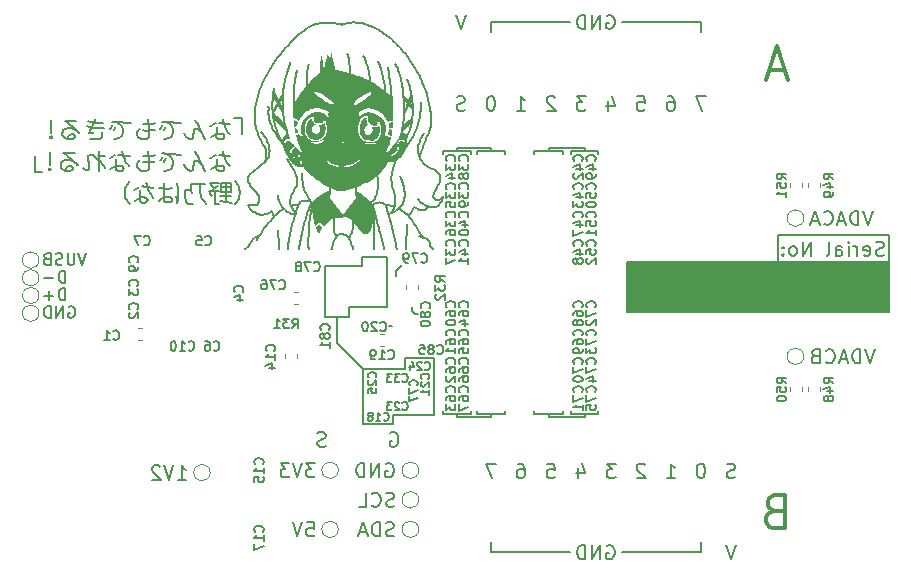
<source format=gbo>
G04 #@! TF.GenerationSoftware,KiCad,Pcbnew,5.1.5-52549c5~84~ubuntu19.10.1*
G04 #@! TF.CreationDate,2020-01-08T01:46:17+01:00*
G04 #@! TF.ProjectId,glasgow,676c6173-676f-4772-9e6b-696361645f70,rev?*
G04 #@! TF.SameCoordinates,Original*
G04 #@! TF.FileFunction,Legend,Bot*
G04 #@! TF.FilePolarity,Positive*
%FSLAX46Y46*%
G04 Gerber Fmt 4.6, Leading zero omitted, Abs format (unit mm)*
G04 Created by KiCad (PCBNEW 5.1.5-52549c5~84~ubuntu19.10.1) date 2020-01-08 01:46:17*
%MOMM*%
%LPD*%
G04 APERTURE LIST*
%ADD10C,0.160000*%
%ADD11C,0.200000*%
%ADD12C,0.150000*%
%ADD13C,0.300000*%
%ADD14C,0.120000*%
%ADD15C,0.100000*%
%ADD16C,0.159000*%
%ADD17O,2.100000X1.000000*%
%ADD18O,1.600000X1.000000*%
%ADD19C,0.650000*%
%ADD20O,1.740000X2.200000*%
%ADD21C,1.000000*%
%ADD22O,1.727200X1.727200*%
%ADD23R,1.727200X1.727200*%
%ADD24O,1.000000X1.000000*%
%ADD25R,1.000000X1.000000*%
%ADD26O,1.700000X1.700000*%
%ADD27R,1.700000X1.700000*%
%ADD28C,1.500000*%
%ADD29C,0.800000*%
%ADD30C,7.000000*%
G04 APERTURE END LIST*
D10*
X86589714Y-107850000D02*
X86704000Y-107792857D01*
X86875428Y-107792857D01*
X87046857Y-107850000D01*
X87161142Y-107964285D01*
X87218285Y-108078571D01*
X87275428Y-108307142D01*
X87275428Y-108478571D01*
X87218285Y-108707142D01*
X87161142Y-108821428D01*
X87046857Y-108935714D01*
X86875428Y-108992857D01*
X86761142Y-108992857D01*
X86589714Y-108935714D01*
X86532571Y-108878571D01*
X86532571Y-108478571D01*
X86761142Y-108478571D01*
X81117428Y-108935714D02*
X80946000Y-108992857D01*
X80660285Y-108992857D01*
X80546000Y-108935714D01*
X80488857Y-108878571D01*
X80431714Y-108764285D01*
X80431714Y-108650000D01*
X80488857Y-108535714D01*
X80546000Y-108478571D01*
X80660285Y-108421428D01*
X80888857Y-108364285D01*
X81003142Y-108307142D01*
X81060285Y-108250000D01*
X81117428Y-108135714D01*
X81117428Y-108021428D01*
X81060285Y-107907142D01*
X81003142Y-107850000D01*
X80888857Y-107792857D01*
X80603142Y-107792857D01*
X80431714Y-107850000D01*
D11*
X128800000Y-91100000D02*
X128800000Y-93400000D01*
G36*
X128800000Y-97600000D02*
G01*
X106600000Y-97600000D01*
X106600000Y-93400000D01*
X128800000Y-93400000D01*
X128800000Y-97600000D01*
G37*
X128800000Y-97600000D02*
X106600000Y-97600000D01*
X106600000Y-93400000D01*
X128800000Y-93400000D01*
X128800000Y-97600000D01*
D10*
X127596857Y-100742857D02*
X127196857Y-101942857D01*
X126796857Y-100742857D01*
X126396857Y-101942857D02*
X126396857Y-100742857D01*
X126111142Y-100742857D01*
X125939714Y-100800000D01*
X125825428Y-100914285D01*
X125768285Y-101028571D01*
X125711142Y-101257142D01*
X125711142Y-101428571D01*
X125768285Y-101657142D01*
X125825428Y-101771428D01*
X125939714Y-101885714D01*
X126111142Y-101942857D01*
X126396857Y-101942857D01*
X125254000Y-101600000D02*
X124682571Y-101600000D01*
X125368285Y-101942857D02*
X124968285Y-100742857D01*
X124568285Y-101942857D01*
X123482571Y-101828571D02*
X123539714Y-101885714D01*
X123711142Y-101942857D01*
X123825428Y-101942857D01*
X123996857Y-101885714D01*
X124111142Y-101771428D01*
X124168285Y-101657142D01*
X124225428Y-101428571D01*
X124225428Y-101257142D01*
X124168285Y-101028571D01*
X124111142Y-100914285D01*
X123996857Y-100800000D01*
X123825428Y-100742857D01*
X123711142Y-100742857D01*
X123539714Y-100800000D01*
X123482571Y-100857142D01*
X122568285Y-101314285D02*
X122396857Y-101371428D01*
X122339714Y-101428571D01*
X122282571Y-101542857D01*
X122282571Y-101714285D01*
X122339714Y-101828571D01*
X122396857Y-101885714D01*
X122511142Y-101942857D01*
X122968285Y-101942857D01*
X122968285Y-100742857D01*
X122568285Y-100742857D01*
X122454000Y-100800000D01*
X122396857Y-100857142D01*
X122339714Y-100971428D01*
X122339714Y-101085714D01*
X122396857Y-101200000D01*
X122454000Y-101257142D01*
X122568285Y-101314285D01*
X122968285Y-101314285D01*
X127425428Y-89042857D02*
X127025428Y-90242857D01*
X126625428Y-89042857D01*
X126225428Y-90242857D02*
X126225428Y-89042857D01*
X125939714Y-89042857D01*
X125768285Y-89100000D01*
X125654000Y-89214285D01*
X125596857Y-89328571D01*
X125539714Y-89557142D01*
X125539714Y-89728571D01*
X125596857Y-89957142D01*
X125654000Y-90071428D01*
X125768285Y-90185714D01*
X125939714Y-90242857D01*
X126225428Y-90242857D01*
X125082571Y-89900000D02*
X124511142Y-89900000D01*
X125196857Y-90242857D02*
X124796857Y-89042857D01*
X124396857Y-90242857D01*
X123311142Y-90128571D02*
X123368285Y-90185714D01*
X123539714Y-90242857D01*
X123654000Y-90242857D01*
X123825428Y-90185714D01*
X123939714Y-90071428D01*
X123996857Y-89957142D01*
X124054000Y-89728571D01*
X124054000Y-89557142D01*
X123996857Y-89328571D01*
X123939714Y-89214285D01*
X123825428Y-89100000D01*
X123654000Y-89042857D01*
X123539714Y-89042857D01*
X123368285Y-89100000D01*
X123311142Y-89157142D01*
X122854000Y-89900000D02*
X122282571Y-89900000D01*
X122968285Y-90242857D02*
X122568285Y-89042857D01*
X122168285Y-90242857D01*
X68581714Y-111792857D02*
X69267428Y-111792857D01*
X68924571Y-111792857D02*
X68924571Y-110592857D01*
X69038857Y-110764285D01*
X69153142Y-110878571D01*
X69267428Y-110935714D01*
X68238857Y-110592857D02*
X67838857Y-111792857D01*
X67438857Y-110592857D01*
X67096000Y-110707142D02*
X67038857Y-110650000D01*
X66924571Y-110592857D01*
X66638857Y-110592857D01*
X66524571Y-110650000D01*
X66467428Y-110707142D01*
X66410285Y-110821428D01*
X66410285Y-110935714D01*
X66467428Y-111107142D01*
X67153142Y-111792857D01*
X66410285Y-111792857D01*
X59364714Y-97150000D02*
X59459952Y-97102380D01*
X59602809Y-97102380D01*
X59745666Y-97150000D01*
X59840904Y-97245238D01*
X59888523Y-97340476D01*
X59936142Y-97530952D01*
X59936142Y-97673809D01*
X59888523Y-97864285D01*
X59840904Y-97959523D01*
X59745666Y-98054761D01*
X59602809Y-98102380D01*
X59507571Y-98102380D01*
X59364714Y-98054761D01*
X59317095Y-98007142D01*
X59317095Y-97673809D01*
X59507571Y-97673809D01*
X58888523Y-98102380D02*
X58888523Y-97102380D01*
X58317095Y-98102380D01*
X58317095Y-97102380D01*
X57840904Y-98102380D02*
X57840904Y-97102380D01*
X57602809Y-97102380D01*
X57459952Y-97150000D01*
X57364714Y-97245238D01*
X57317095Y-97340476D01*
X57269476Y-97530952D01*
X57269476Y-97673809D01*
X57317095Y-97864285D01*
X57364714Y-97959523D01*
X57459952Y-98054761D01*
X57602809Y-98102380D01*
X57840904Y-98102380D01*
X59079000Y-96602380D02*
X59079000Y-95602380D01*
X58840904Y-95602380D01*
X58698047Y-95650000D01*
X58602809Y-95745238D01*
X58555190Y-95840476D01*
X58507571Y-96030952D01*
X58507571Y-96173809D01*
X58555190Y-96364285D01*
X58602809Y-96459523D01*
X58698047Y-96554761D01*
X58840904Y-96602380D01*
X59079000Y-96602380D01*
X58079000Y-96221428D02*
X57317095Y-96221428D01*
X57698047Y-96602380D02*
X57698047Y-95840476D01*
X59079000Y-95102380D02*
X59079000Y-94102380D01*
X58840904Y-94102380D01*
X58698047Y-94150000D01*
X58602809Y-94245238D01*
X58555190Y-94340476D01*
X58507571Y-94530952D01*
X58507571Y-94673809D01*
X58555190Y-94864285D01*
X58602809Y-94959523D01*
X58698047Y-95054761D01*
X58840904Y-95102380D01*
X59079000Y-95102380D01*
X58079000Y-94721428D02*
X57317095Y-94721428D01*
X60840904Y-92602380D02*
X60507571Y-93602380D01*
X60174238Y-92602380D01*
X59840904Y-92602380D02*
X59840904Y-93411904D01*
X59793285Y-93507142D01*
X59745666Y-93554761D01*
X59650428Y-93602380D01*
X59459952Y-93602380D01*
X59364714Y-93554761D01*
X59317095Y-93507142D01*
X59269476Y-93411904D01*
X59269476Y-92602380D01*
X58840904Y-93554761D02*
X58698047Y-93602380D01*
X58459952Y-93602380D01*
X58364714Y-93554761D01*
X58317095Y-93507142D01*
X58269476Y-93411904D01*
X58269476Y-93316666D01*
X58317095Y-93221428D01*
X58364714Y-93173809D01*
X58459952Y-93126190D01*
X58650428Y-93078571D01*
X58745666Y-93030952D01*
X58793285Y-92983333D01*
X58840904Y-92888095D01*
X58840904Y-92792857D01*
X58793285Y-92697619D01*
X58745666Y-92650000D01*
X58650428Y-92602380D01*
X58412333Y-92602380D01*
X58269476Y-92650000D01*
X57507571Y-93078571D02*
X57364714Y-93126190D01*
X57317095Y-93173809D01*
X57269476Y-93269047D01*
X57269476Y-93411904D01*
X57317095Y-93507142D01*
X57364714Y-93554761D01*
X57459952Y-93602380D01*
X57840904Y-93602380D01*
X57840904Y-92602380D01*
X57507571Y-92602380D01*
X57412333Y-92650000D01*
X57364714Y-92697619D01*
X57317095Y-92792857D01*
X57317095Y-92888095D01*
X57364714Y-92983333D01*
X57412333Y-93030952D01*
X57507571Y-93078571D01*
X57840904Y-93078571D01*
D12*
X88700000Y-97800000D02*
X88900000Y-97800000D01*
X88400000Y-97500000D02*
X88700000Y-97800000D01*
X88400000Y-97150000D02*
X88400000Y-97500000D01*
X87050000Y-94150000D02*
X87600000Y-93600000D01*
X87050000Y-94550000D02*
X87050000Y-94150000D01*
X86500000Y-98800000D02*
X86700000Y-98800000D01*
X112890000Y-73900000D02*
X112890000Y-73050000D01*
X95110000Y-73900000D02*
X95110000Y-73050000D01*
X95110000Y-73050000D02*
X101800000Y-73050000D01*
X112890000Y-73050000D02*
X106200000Y-73050000D01*
D10*
X104914285Y-72500000D02*
X105028571Y-72442857D01*
X105200000Y-72442857D01*
X105371428Y-72500000D01*
X105485714Y-72614285D01*
X105542857Y-72728571D01*
X105600000Y-72957142D01*
X105600000Y-73128571D01*
X105542857Y-73357142D01*
X105485714Y-73471428D01*
X105371428Y-73585714D01*
X105200000Y-73642857D01*
X105085714Y-73642857D01*
X104914285Y-73585714D01*
X104857142Y-73528571D01*
X104857142Y-73128571D01*
X105085714Y-73128571D01*
X104342857Y-73642857D02*
X104342857Y-72442857D01*
X103657142Y-73642857D01*
X103657142Y-72442857D01*
X103085714Y-73642857D02*
X103085714Y-72442857D01*
X102800000Y-72442857D01*
X102628571Y-72500000D01*
X102514285Y-72614285D01*
X102457142Y-72728571D01*
X102400000Y-72957142D01*
X102400000Y-73128571D01*
X102457142Y-73357142D01*
X102514285Y-73471428D01*
X102628571Y-73585714D01*
X102800000Y-73642857D01*
X103085714Y-73642857D01*
D13*
X119100000Y-114450000D02*
X118700000Y-114583333D01*
X118566666Y-114716666D01*
X118433333Y-114983333D01*
X118433333Y-115383333D01*
X118566666Y-115650000D01*
X118700000Y-115783333D01*
X118966666Y-115916666D01*
X120033333Y-115916666D01*
X120033333Y-113116666D01*
X119100000Y-113116666D01*
X118833333Y-113250000D01*
X118700000Y-113383333D01*
X118566666Y-113650000D01*
X118566666Y-113916666D01*
X118700000Y-114183333D01*
X118833333Y-114316666D01*
X119100000Y-114450000D01*
X120033333Y-114450000D01*
X119966666Y-77116666D02*
X118633333Y-77116666D01*
X120233333Y-77916666D02*
X119300000Y-75116666D01*
X118366666Y-77916666D01*
D10*
X110007142Y-111642857D02*
X110692857Y-111642857D01*
X110350000Y-111642857D02*
X110350000Y-110442857D01*
X110464285Y-110614285D01*
X110578571Y-110728571D01*
X110692857Y-110785714D01*
X112947142Y-110442857D02*
X112832857Y-110442857D01*
X112718571Y-110500000D01*
X112661428Y-110557142D01*
X112604285Y-110671428D01*
X112547142Y-110900000D01*
X112547142Y-111185714D01*
X112604285Y-111414285D01*
X112661428Y-111528571D01*
X112718571Y-111585714D01*
X112832857Y-111642857D01*
X112947142Y-111642857D01*
X113061428Y-111585714D01*
X113118571Y-111528571D01*
X113175714Y-111414285D01*
X113232857Y-111185714D01*
X113232857Y-110900000D01*
X113175714Y-110671428D01*
X113118571Y-110557142D01*
X113061428Y-110500000D01*
X112947142Y-110442857D01*
X99904285Y-110442857D02*
X100475714Y-110442857D01*
X100532857Y-111014285D01*
X100475714Y-110957142D01*
X100361428Y-110900000D01*
X100075714Y-110900000D01*
X99961428Y-110957142D01*
X99904285Y-111014285D01*
X99847142Y-111128571D01*
X99847142Y-111414285D01*
X99904285Y-111528571D01*
X99961428Y-111585714D01*
X100075714Y-111642857D01*
X100361428Y-111642857D01*
X100475714Y-111585714D01*
X100532857Y-111528571D01*
X115772857Y-111585714D02*
X115601428Y-111642857D01*
X115315714Y-111642857D01*
X115201428Y-111585714D01*
X115144285Y-111528571D01*
X115087142Y-111414285D01*
X115087142Y-111300000D01*
X115144285Y-111185714D01*
X115201428Y-111128571D01*
X115315714Y-111071428D01*
X115544285Y-111014285D01*
X115658571Y-110957142D01*
X115715714Y-110900000D01*
X115772857Y-110785714D01*
X115772857Y-110671428D01*
X115715714Y-110557142D01*
X115658571Y-110500000D01*
X115544285Y-110442857D01*
X115258571Y-110442857D01*
X115087142Y-110500000D01*
X108152857Y-110557142D02*
X108095714Y-110500000D01*
X107981428Y-110442857D01*
X107695714Y-110442857D01*
X107581428Y-110500000D01*
X107524285Y-110557142D01*
X107467142Y-110671428D01*
X107467142Y-110785714D01*
X107524285Y-110957142D01*
X108210000Y-111642857D01*
X107467142Y-111642857D01*
X105670000Y-110442857D02*
X104927142Y-110442857D01*
X105327142Y-110900000D01*
X105155714Y-110900000D01*
X105041428Y-110957142D01*
X104984285Y-111014285D01*
X104927142Y-111128571D01*
X104927142Y-111414285D01*
X104984285Y-111528571D01*
X105041428Y-111585714D01*
X105155714Y-111642857D01*
X105498571Y-111642857D01*
X105612857Y-111585714D01*
X105670000Y-111528571D01*
X95510000Y-110442857D02*
X94710000Y-110442857D01*
X95224285Y-111642857D01*
X97421428Y-110442857D02*
X97650000Y-110442857D01*
X97764285Y-110500000D01*
X97821428Y-110557142D01*
X97935714Y-110728571D01*
X97992857Y-110957142D01*
X97992857Y-111414285D01*
X97935714Y-111528571D01*
X97878571Y-111585714D01*
X97764285Y-111642857D01*
X97535714Y-111642857D01*
X97421428Y-111585714D01*
X97364285Y-111528571D01*
X97307142Y-111414285D01*
X97307142Y-111128571D01*
X97364285Y-111014285D01*
X97421428Y-110957142D01*
X97535714Y-110900000D01*
X97764285Y-110900000D01*
X97878571Y-110957142D01*
X97935714Y-111014285D01*
X97992857Y-111128571D01*
X102501428Y-110842857D02*
X102501428Y-111642857D01*
X102787142Y-110385714D02*
X103072857Y-111242857D01*
X102330000Y-111242857D01*
X104914285Y-117400000D02*
X105028571Y-117342857D01*
X105200000Y-117342857D01*
X105371428Y-117400000D01*
X105485714Y-117514285D01*
X105542857Y-117628571D01*
X105600000Y-117857142D01*
X105600000Y-118028571D01*
X105542857Y-118257142D01*
X105485714Y-118371428D01*
X105371428Y-118485714D01*
X105200000Y-118542857D01*
X105085714Y-118542857D01*
X104914285Y-118485714D01*
X104857142Y-118428571D01*
X104857142Y-118028571D01*
X105085714Y-118028571D01*
X104342857Y-118542857D02*
X104342857Y-117342857D01*
X103657142Y-118542857D01*
X103657142Y-117342857D01*
X103085714Y-118542857D02*
X103085714Y-117342857D01*
X102800000Y-117342857D01*
X102628571Y-117400000D01*
X102514285Y-117514285D01*
X102457142Y-117628571D01*
X102400000Y-117857142D01*
X102400000Y-118028571D01*
X102457142Y-118257142D01*
X102514285Y-118371428D01*
X102628571Y-118485714D01*
X102800000Y-118542857D01*
X103085714Y-118542857D01*
D12*
X112890000Y-117100000D02*
X112890000Y-117950000D01*
X112890000Y-117950000D02*
X106200000Y-117950000D01*
X95110000Y-117950000D02*
X101800000Y-117950000D01*
X95110000Y-117100000D02*
X95110000Y-117950000D01*
D10*
X115830000Y-117342857D02*
X115430000Y-118542857D01*
X115030000Y-117342857D01*
X113290000Y-79342857D02*
X112490000Y-79342857D01*
X113004285Y-80542857D01*
X110121428Y-79342857D02*
X110350000Y-79342857D01*
X110464285Y-79400000D01*
X110521428Y-79457142D01*
X110635714Y-79628571D01*
X110692857Y-79857142D01*
X110692857Y-80314285D01*
X110635714Y-80428571D01*
X110578571Y-80485714D01*
X110464285Y-80542857D01*
X110235714Y-80542857D01*
X110121428Y-80485714D01*
X110064285Y-80428571D01*
X110007142Y-80314285D01*
X110007142Y-80028571D01*
X110064285Y-79914285D01*
X110121428Y-79857142D01*
X110235714Y-79800000D01*
X110464285Y-79800000D01*
X110578571Y-79857142D01*
X110635714Y-79914285D01*
X110692857Y-80028571D01*
X107524285Y-79342857D02*
X108095714Y-79342857D01*
X108152857Y-79914285D01*
X108095714Y-79857142D01*
X107981428Y-79800000D01*
X107695714Y-79800000D01*
X107581428Y-79857142D01*
X107524285Y-79914285D01*
X107467142Y-80028571D01*
X107467142Y-80314285D01*
X107524285Y-80428571D01*
X107581428Y-80485714D01*
X107695714Y-80542857D01*
X107981428Y-80542857D01*
X108095714Y-80485714D01*
X108152857Y-80428571D01*
X105041428Y-79742857D02*
X105041428Y-80542857D01*
X105327142Y-79285714D02*
X105612857Y-80142857D01*
X104870000Y-80142857D01*
X103130000Y-79342857D02*
X102387142Y-79342857D01*
X102787142Y-79800000D01*
X102615714Y-79800000D01*
X102501428Y-79857142D01*
X102444285Y-79914285D01*
X102387142Y-80028571D01*
X102387142Y-80314285D01*
X102444285Y-80428571D01*
X102501428Y-80485714D01*
X102615714Y-80542857D01*
X102958571Y-80542857D01*
X103072857Y-80485714D01*
X103130000Y-80428571D01*
X100532857Y-79457142D02*
X100475714Y-79400000D01*
X100361428Y-79342857D01*
X100075714Y-79342857D01*
X99961428Y-79400000D01*
X99904285Y-79457142D01*
X99847142Y-79571428D01*
X99847142Y-79685714D01*
X99904285Y-79857142D01*
X100590000Y-80542857D01*
X99847142Y-80542857D01*
X97307142Y-80542857D02*
X97992857Y-80542857D01*
X97650000Y-80542857D02*
X97650000Y-79342857D01*
X97764285Y-79514285D01*
X97878571Y-79628571D01*
X97992857Y-79685714D01*
X95167142Y-79342857D02*
X95052857Y-79342857D01*
X94938571Y-79400000D01*
X94881428Y-79457142D01*
X94824285Y-79571428D01*
X94767142Y-79800000D01*
X94767142Y-80085714D01*
X94824285Y-80314285D01*
X94881428Y-80428571D01*
X94938571Y-80485714D01*
X95052857Y-80542857D01*
X95167142Y-80542857D01*
X95281428Y-80485714D01*
X95338571Y-80428571D01*
X95395714Y-80314285D01*
X95452857Y-80085714D01*
X95452857Y-79800000D01*
X95395714Y-79571428D01*
X95338571Y-79457142D01*
X95281428Y-79400000D01*
X95167142Y-79342857D01*
X92912857Y-80485714D02*
X92741428Y-80542857D01*
X92455714Y-80542857D01*
X92341428Y-80485714D01*
X92284285Y-80428571D01*
X92227142Y-80314285D01*
X92227142Y-80200000D01*
X92284285Y-80085714D01*
X92341428Y-80028571D01*
X92455714Y-79971428D01*
X92684285Y-79914285D01*
X92798571Y-79857142D01*
X92855714Y-79800000D01*
X92912857Y-79685714D01*
X92912857Y-79571428D01*
X92855714Y-79457142D01*
X92798571Y-79400000D01*
X92684285Y-79342857D01*
X92398571Y-79342857D01*
X92227142Y-79400000D01*
X93000000Y-72442857D02*
X92600000Y-73642857D01*
X92200000Y-72442857D01*
X80224571Y-110392857D02*
X79481714Y-110392857D01*
X79881714Y-110850000D01*
X79710285Y-110850000D01*
X79596000Y-110907142D01*
X79538857Y-110964285D01*
X79481714Y-111078571D01*
X79481714Y-111364285D01*
X79538857Y-111478571D01*
X79596000Y-111535714D01*
X79710285Y-111592857D01*
X80053142Y-111592857D01*
X80167428Y-111535714D01*
X80224571Y-111478571D01*
X79138857Y-110392857D02*
X78738857Y-111592857D01*
X78338857Y-110392857D01*
X78053142Y-110392857D02*
X77310285Y-110392857D01*
X77710285Y-110850000D01*
X77538857Y-110850000D01*
X77424571Y-110907142D01*
X77367428Y-110964285D01*
X77310285Y-111078571D01*
X77310285Y-111364285D01*
X77367428Y-111478571D01*
X77424571Y-111535714D01*
X77538857Y-111592857D01*
X77881714Y-111592857D01*
X77996000Y-111535714D01*
X78053142Y-111478571D01*
X86231714Y-110450000D02*
X86346000Y-110392857D01*
X86517428Y-110392857D01*
X86688857Y-110450000D01*
X86803142Y-110564285D01*
X86860285Y-110678571D01*
X86917428Y-110907142D01*
X86917428Y-111078571D01*
X86860285Y-111307142D01*
X86803142Y-111421428D01*
X86688857Y-111535714D01*
X86517428Y-111592857D01*
X86403142Y-111592857D01*
X86231714Y-111535714D01*
X86174571Y-111478571D01*
X86174571Y-111078571D01*
X86403142Y-111078571D01*
X85660285Y-111592857D02*
X85660285Y-110392857D01*
X84974571Y-111592857D01*
X84974571Y-110392857D01*
X84403142Y-111592857D02*
X84403142Y-110392857D01*
X84117428Y-110392857D01*
X83946000Y-110450000D01*
X83831714Y-110564285D01*
X83774571Y-110678571D01*
X83717428Y-110907142D01*
X83717428Y-111078571D01*
X83774571Y-111307142D01*
X83831714Y-111421428D01*
X83946000Y-111535714D01*
X84117428Y-111592857D01*
X84403142Y-111592857D01*
X86917428Y-114035714D02*
X86746000Y-114092857D01*
X86460285Y-114092857D01*
X86346000Y-114035714D01*
X86288857Y-113978571D01*
X86231714Y-113864285D01*
X86231714Y-113750000D01*
X86288857Y-113635714D01*
X86346000Y-113578571D01*
X86460285Y-113521428D01*
X86688857Y-113464285D01*
X86803142Y-113407142D01*
X86860285Y-113350000D01*
X86917428Y-113235714D01*
X86917428Y-113121428D01*
X86860285Y-113007142D01*
X86803142Y-112950000D01*
X86688857Y-112892857D01*
X86403142Y-112892857D01*
X86231714Y-112950000D01*
X85031714Y-113978571D02*
X85088857Y-114035714D01*
X85260285Y-114092857D01*
X85374571Y-114092857D01*
X85546000Y-114035714D01*
X85660285Y-113921428D01*
X85717428Y-113807142D01*
X85774571Y-113578571D01*
X85774571Y-113407142D01*
X85717428Y-113178571D01*
X85660285Y-113064285D01*
X85546000Y-112950000D01*
X85374571Y-112892857D01*
X85260285Y-112892857D01*
X85088857Y-112950000D01*
X85031714Y-113007142D01*
X83946000Y-114092857D02*
X84517428Y-114092857D01*
X84517428Y-112892857D01*
X86917428Y-116535714D02*
X86746000Y-116592857D01*
X86460285Y-116592857D01*
X86346000Y-116535714D01*
X86288857Y-116478571D01*
X86231714Y-116364285D01*
X86231714Y-116250000D01*
X86288857Y-116135714D01*
X86346000Y-116078571D01*
X86460285Y-116021428D01*
X86688857Y-115964285D01*
X86803142Y-115907142D01*
X86860285Y-115850000D01*
X86917428Y-115735714D01*
X86917428Y-115621428D01*
X86860285Y-115507142D01*
X86803142Y-115450000D01*
X86688857Y-115392857D01*
X86403142Y-115392857D01*
X86231714Y-115450000D01*
X85717428Y-116592857D02*
X85717428Y-115392857D01*
X85431714Y-115392857D01*
X85260285Y-115450000D01*
X85146000Y-115564285D01*
X85088857Y-115678571D01*
X85031714Y-115907142D01*
X85031714Y-116078571D01*
X85088857Y-116307142D01*
X85146000Y-116421428D01*
X85260285Y-116535714D01*
X85431714Y-116592857D01*
X85717428Y-116592857D01*
X84574571Y-116250000D02*
X84003142Y-116250000D01*
X84688857Y-116592857D02*
X84288857Y-115392857D01*
X83888857Y-116592857D01*
X79538857Y-115392857D02*
X80110285Y-115392857D01*
X80167428Y-115964285D01*
X80110285Y-115907142D01*
X79996000Y-115850000D01*
X79710285Y-115850000D01*
X79596000Y-115907142D01*
X79538857Y-115964285D01*
X79481714Y-116078571D01*
X79481714Y-116364285D01*
X79538857Y-116478571D01*
X79596000Y-116535714D01*
X79710285Y-116592857D01*
X79996000Y-116592857D01*
X80110285Y-116535714D01*
X80167428Y-116478571D01*
X79138857Y-115392857D02*
X78738857Y-116592857D01*
X78338857Y-115392857D01*
D12*
X95100000Y-106500000D02*
X92250000Y-106500000D01*
X93400000Y-106200000D02*
X91100000Y-106200000D01*
X95100000Y-106500000D02*
X95100000Y-106200000D01*
X96300000Y-106200000D02*
X93900000Y-106200000D01*
X92250000Y-106500000D02*
X92250000Y-106200000D01*
X96300000Y-106200000D02*
X96300000Y-106000000D01*
X93400000Y-106200000D02*
X93400000Y-106000000D01*
X93900000Y-106000000D02*
X93900000Y-106200000D01*
X91100000Y-106000000D02*
X91100000Y-106200000D01*
X96300000Y-84200000D02*
X96300000Y-84000000D01*
X93400000Y-84200000D02*
X93400000Y-84000000D01*
X93900000Y-84000000D02*
X93900000Y-84200000D01*
X91100000Y-84000000D02*
X91100000Y-84200000D01*
X95100000Y-84000000D02*
X95100000Y-83700000D01*
X95100000Y-83700000D02*
X92250000Y-83700000D01*
X93400000Y-84000000D02*
X91100000Y-84000000D01*
X92250000Y-84000000D02*
X92250000Y-83700000D01*
X96300000Y-84000000D02*
X93900000Y-84000000D01*
X101900000Y-84000000D02*
X101900000Y-84200000D01*
X103050000Y-84000000D02*
X103050000Y-83700000D01*
X98800000Y-84000000D02*
X98800000Y-84200000D01*
X101200000Y-84000000D02*
X98800000Y-84000000D01*
X103050000Y-83700000D02*
X100000000Y-83700000D01*
X104200000Y-84000000D02*
X101900000Y-84000000D01*
X101200000Y-84200000D02*
X101200000Y-84000000D01*
X100000000Y-83700000D02*
X100000000Y-84000000D01*
X104200000Y-84200000D02*
X104200000Y-84000000D01*
X100000000Y-106200000D02*
X100000000Y-106500000D01*
X103050000Y-106500000D02*
X100000000Y-106500000D01*
X103050000Y-106500000D02*
X103050000Y-106200000D01*
X98800000Y-106000000D02*
X98800000Y-106200000D01*
X101200000Y-106200000D02*
X98800000Y-106200000D01*
X101200000Y-106200000D02*
X101200000Y-106000000D01*
X101900000Y-106000000D02*
X101900000Y-106200000D01*
X104200000Y-106200000D02*
X101900000Y-106200000D01*
X104200000Y-106200000D02*
X104200000Y-106000000D01*
X82100000Y-100200000D02*
X82100000Y-98000000D01*
X84300000Y-102400000D02*
X82100000Y-100200000D01*
X87800000Y-101500000D02*
X90300000Y-101500000D01*
X87800000Y-102400000D02*
X87800000Y-101500000D01*
X84300000Y-102400000D02*
X87800000Y-102400000D01*
X84300000Y-107100000D02*
X84300000Y-102400000D01*
X86800000Y-107100000D02*
X84300000Y-107100000D01*
X86800000Y-106300000D02*
X86800000Y-107100000D01*
X90300000Y-106300000D02*
X86800000Y-106300000D01*
X90300000Y-101500000D02*
X90300000Y-106300000D01*
X86300000Y-97200000D02*
X86300000Y-92900000D01*
X83100000Y-97200000D02*
X86300000Y-97200000D01*
X83100000Y-98000000D02*
X83100000Y-97200000D01*
X81100000Y-98000000D02*
X83100000Y-98000000D01*
X81100000Y-93700000D02*
X81100000Y-98000000D01*
X84200000Y-93700000D02*
X81100000Y-93700000D01*
X84200000Y-92900000D02*
X84200000Y-93700000D01*
X86300000Y-92900000D02*
X84200000Y-92900000D01*
D11*
X119400000Y-93400000D02*
X119400000Y-91100000D01*
X128800000Y-91100000D02*
X119400000Y-91100000D01*
D10*
X128367428Y-92785714D02*
X128196000Y-92842857D01*
X127910285Y-92842857D01*
X127796000Y-92785714D01*
X127738857Y-92728571D01*
X127681714Y-92614285D01*
X127681714Y-92500000D01*
X127738857Y-92385714D01*
X127796000Y-92328571D01*
X127910285Y-92271428D01*
X128138857Y-92214285D01*
X128253142Y-92157142D01*
X128310285Y-92100000D01*
X128367428Y-91985714D01*
X128367428Y-91871428D01*
X128310285Y-91757142D01*
X128253142Y-91700000D01*
X128138857Y-91642857D01*
X127853142Y-91642857D01*
X127681714Y-91700000D01*
X126710285Y-92785714D02*
X126824571Y-92842857D01*
X127053142Y-92842857D01*
X127167428Y-92785714D01*
X127224571Y-92671428D01*
X127224571Y-92214285D01*
X127167428Y-92100000D01*
X127053142Y-92042857D01*
X126824571Y-92042857D01*
X126710285Y-92100000D01*
X126653142Y-92214285D01*
X126653142Y-92328571D01*
X127224571Y-92442857D01*
X126138857Y-92842857D02*
X126138857Y-92042857D01*
X126138857Y-92271428D02*
X126081714Y-92157142D01*
X126024571Y-92100000D01*
X125910285Y-92042857D01*
X125796000Y-92042857D01*
X125396000Y-92842857D02*
X125396000Y-92042857D01*
X125396000Y-91642857D02*
X125453142Y-91700000D01*
X125396000Y-91757142D01*
X125338857Y-91700000D01*
X125396000Y-91642857D01*
X125396000Y-91757142D01*
X124310285Y-92842857D02*
X124310285Y-92214285D01*
X124367428Y-92100000D01*
X124481714Y-92042857D01*
X124710285Y-92042857D01*
X124824571Y-92100000D01*
X124310285Y-92785714D02*
X124424571Y-92842857D01*
X124710285Y-92842857D01*
X124824571Y-92785714D01*
X124881714Y-92671428D01*
X124881714Y-92557142D01*
X124824571Y-92442857D01*
X124710285Y-92385714D01*
X124424571Y-92385714D01*
X124310285Y-92328571D01*
X123567428Y-92842857D02*
X123681714Y-92785714D01*
X123738857Y-92671428D01*
X123738857Y-91642857D01*
X122196000Y-92842857D02*
X122196000Y-91642857D01*
X121510285Y-92842857D01*
X121510285Y-91642857D01*
X120767428Y-92842857D02*
X120881714Y-92785714D01*
X120938857Y-92728571D01*
X120996000Y-92614285D01*
X120996000Y-92271428D01*
X120938857Y-92157142D01*
X120881714Y-92100000D01*
X120767428Y-92042857D01*
X120596000Y-92042857D01*
X120481714Y-92100000D01*
X120424571Y-92157142D01*
X120367428Y-92271428D01*
X120367428Y-92614285D01*
X120424571Y-92728571D01*
X120481714Y-92785714D01*
X120596000Y-92842857D01*
X120767428Y-92842857D01*
X119853142Y-92728571D02*
X119796000Y-92785714D01*
X119853142Y-92842857D01*
X119910285Y-92785714D01*
X119853142Y-92728571D01*
X119853142Y-92842857D01*
X119853142Y-92100000D02*
X119796000Y-92157142D01*
X119853142Y-92214285D01*
X119910285Y-92157142D01*
X119853142Y-92100000D01*
X119853142Y-92214285D01*
D14*
X56850000Y-94700000D02*
G75*
G03X56850000Y-94700000I-700000J0D01*
G01*
X121600000Y-89650000D02*
G75*
G03X121600000Y-89650000I-700000J0D01*
G01*
X121600000Y-101350000D02*
G75*
G03X121600000Y-101350000I-700000J0D01*
G01*
X120440000Y-87012779D02*
X120440000Y-86687221D01*
X121460000Y-87012779D02*
X121460000Y-86687221D01*
X121460000Y-103987221D02*
X121460000Y-104312779D01*
X120440000Y-103987221D02*
X120440000Y-104312779D01*
D15*
G36*
X77461000Y-79629000D02*
G01*
X76674000Y-80902000D01*
X76641000Y-80455000D01*
X77489000Y-78997000D01*
X77461000Y-79629000D01*
G37*
G36*
X76734000Y-78801000D02*
G01*
X77488000Y-80290000D01*
X77492000Y-80840000D01*
X77411000Y-80698000D01*
X77333000Y-80561000D01*
X77257000Y-80427000D01*
X77184000Y-80295000D01*
X77113000Y-80166000D01*
X77044000Y-80037000D01*
X76976000Y-79909000D01*
X76910000Y-79781000D01*
X76846000Y-79652000D01*
X76783000Y-79521000D01*
X76721000Y-79388000D01*
X76659000Y-79251000D01*
X76734000Y-78801000D01*
G37*
G36*
X88481000Y-80036000D02*
G01*
X88445000Y-80004000D01*
X88368000Y-79921000D01*
X88262000Y-79802000D01*
X88138000Y-79660000D01*
X88010000Y-79509000D01*
X87890000Y-79362000D01*
X87789000Y-79233000D01*
X87720000Y-79135000D01*
X87724000Y-79372000D01*
X87728000Y-79526000D01*
X87731000Y-79610000D01*
X87733000Y-79636000D01*
X87835000Y-79730000D01*
X87950000Y-79847000D01*
X88070000Y-79979000D01*
X88189000Y-80115000D01*
X88298000Y-80246000D01*
X88390000Y-80361000D01*
X88458000Y-80451000D01*
X88493000Y-80508000D01*
X88490000Y-80240000D01*
X88484000Y-80086000D01*
X88481000Y-80036000D01*
G37*
G36*
X88349000Y-79140000D02*
G01*
X88264000Y-79311000D01*
X88179000Y-79497000D01*
X88098000Y-79691000D01*
X88022000Y-79883000D01*
X87953000Y-80068000D01*
X87892000Y-80236000D01*
X87841000Y-80380000D01*
X87803000Y-80493000D01*
X87778000Y-80566000D01*
X87770000Y-80592000D01*
X87761000Y-81157000D01*
X87810000Y-81034000D01*
X87873000Y-80879000D01*
X87946000Y-80701000D01*
X88026000Y-80509000D01*
X88108000Y-80312000D01*
X88188000Y-80120000D01*
X88263000Y-79943000D01*
X88328000Y-79789000D01*
X88379000Y-79667000D01*
X88413000Y-79587000D01*
X88425000Y-79558000D01*
X88349000Y-79140000D01*
G37*
D12*
X64434000Y-88382000D02*
X64534000Y-88490000D01*
X64348000Y-88268000D02*
X64434000Y-88382000D01*
X64275000Y-88150000D02*
X64348000Y-88268000D01*
X64215000Y-88028000D02*
X64275000Y-88150000D01*
X64168000Y-87903000D02*
X64215000Y-88028000D01*
X64135000Y-87776000D02*
X64168000Y-87903000D01*
X64115000Y-87647000D02*
X64135000Y-87776000D01*
X64108000Y-87517000D02*
X64115000Y-87647000D01*
X64115000Y-87386000D02*
X64108000Y-87517000D01*
X64135000Y-87256000D02*
X64115000Y-87386000D01*
X64168000Y-87126000D02*
X64135000Y-87256000D01*
X64215000Y-86998000D02*
X64168000Y-87126000D01*
X64275000Y-86872000D02*
X64215000Y-86998000D01*
X64348000Y-86748000D02*
X64275000Y-86872000D01*
X64434000Y-86629000D02*
X64348000Y-86748000D01*
X64534000Y-86513000D02*
X64434000Y-86629000D01*
X73530000Y-88382000D02*
X73430000Y-88490000D01*
X73616000Y-88268000D02*
X73530000Y-88382000D01*
X73689000Y-88150000D02*
X73616000Y-88268000D01*
X73749000Y-88028000D02*
X73689000Y-88150000D01*
X73796000Y-87903000D02*
X73749000Y-88028000D01*
X73829000Y-87776000D02*
X73796000Y-87903000D01*
X73849000Y-87647000D02*
X73829000Y-87776000D01*
X73856000Y-87517000D02*
X73849000Y-87647000D01*
X73849000Y-87386000D02*
X73856000Y-87517000D01*
X73829000Y-87256000D02*
X73849000Y-87386000D01*
X73796000Y-87126000D02*
X73829000Y-87256000D01*
X73749000Y-86998000D02*
X73796000Y-87126000D01*
X73689000Y-86872000D02*
X73749000Y-86998000D01*
X73616000Y-86748000D02*
X73689000Y-86872000D01*
X73530000Y-86629000D02*
X73616000Y-86748000D01*
X73430000Y-86513000D02*
X73530000Y-86629000D01*
X73182000Y-88341000D02*
X72145000Y-88166000D01*
X73116000Y-87806000D02*
X72218000Y-87806000D01*
X72667000Y-86677000D02*
X72667000Y-88257000D01*
X73092000Y-87052000D02*
X72247000Y-87052000D01*
X73092000Y-87434000D02*
X73092000Y-86677000D01*
X72247000Y-87434000D02*
X73092000Y-87434000D01*
X72247000Y-86677000D02*
X72247000Y-87434000D01*
X73092000Y-86677000D02*
X72247000Y-86677000D01*
X72008000Y-88433000D02*
X72087000Y-88428000D01*
X71851000Y-88436000D02*
X72008000Y-88433000D01*
X71740000Y-88421000D02*
X71851000Y-88436000D01*
X71729000Y-88364000D02*
X71740000Y-88421000D01*
X71724000Y-88229000D02*
X71729000Y-88364000D01*
X71722000Y-88042000D02*
X71724000Y-88229000D01*
X71722000Y-87855000D02*
X71722000Y-88042000D01*
X71723000Y-87672000D02*
X71722000Y-87855000D01*
X71724000Y-87514000D02*
X71723000Y-87672000D01*
X71725000Y-87403000D02*
X71724000Y-87514000D01*
X71726000Y-87361000D02*
X71725000Y-87403000D01*
X71618000Y-87191000D02*
X71488000Y-87328000D01*
X71738000Y-87086000D02*
X71618000Y-87191000D01*
X71843000Y-87009000D02*
X71738000Y-87086000D01*
X71931000Y-86953000D02*
X71843000Y-87009000D01*
X71996000Y-86913000D02*
X71931000Y-86953000D01*
X71626000Y-87035000D02*
X71718000Y-87106000D01*
X71518000Y-86934000D02*
X71626000Y-87035000D01*
X71407000Y-86814000D02*
X71518000Y-86934000D01*
X71302000Y-86684000D02*
X71407000Y-86814000D01*
X72127000Y-86688000D02*
X71302000Y-86684000D01*
X71415000Y-87704000D02*
X71470000Y-87813000D01*
X71362000Y-87594000D02*
X71415000Y-87704000D01*
X71314000Y-87482000D02*
X71362000Y-87594000D01*
X71269000Y-87368000D02*
X71314000Y-87482000D01*
X72127000Y-87361000D02*
X71269000Y-87368000D01*
X70869000Y-88298000D02*
X71003000Y-88443000D01*
X70759000Y-88151000D02*
X70869000Y-88298000D01*
X70669000Y-88002000D02*
X70759000Y-88151000D01*
X70599000Y-87853000D02*
X70669000Y-88002000D01*
X70546000Y-87706000D02*
X70599000Y-87853000D01*
X70508000Y-87561000D02*
X70546000Y-87706000D01*
X70482000Y-87420000D02*
X70508000Y-87561000D01*
X70466000Y-87284000D02*
X70482000Y-87420000D01*
X70458000Y-87154000D02*
X70466000Y-87284000D01*
X70456000Y-87033000D02*
X70458000Y-87154000D01*
X70458000Y-86920000D02*
X70456000Y-87033000D01*
X70461000Y-86818000D02*
X70458000Y-86920000D01*
X70463000Y-86728000D02*
X70461000Y-86818000D01*
X69778000Y-88421000D02*
X69853000Y-88418000D01*
X69618000Y-88428000D02*
X69778000Y-88421000D01*
X69470000Y-88429000D02*
X69618000Y-88428000D01*
X69375000Y-88391000D02*
X69470000Y-88429000D01*
X69308000Y-88281000D02*
X69375000Y-88391000D01*
X69266000Y-88090000D02*
X69308000Y-88281000D01*
X69248000Y-87918000D02*
X69266000Y-88090000D01*
X69231000Y-87711000D02*
X69248000Y-87918000D01*
X69217000Y-87511000D02*
X69231000Y-87711000D01*
X69208000Y-87360000D02*
X69217000Y-87511000D01*
X69204000Y-87300000D02*
X69208000Y-87360000D01*
X69759000Y-87296000D02*
X69204000Y-87300000D01*
X69765000Y-87344000D02*
X69788000Y-87485000D01*
X69740000Y-87151000D02*
X69765000Y-87344000D01*
X69717000Y-86952000D02*
X69740000Y-87151000D01*
X69700000Y-86798000D02*
X69717000Y-86952000D01*
X69693000Y-86735000D02*
X69700000Y-86798000D01*
X70930000Y-86731000D02*
X69693000Y-86735000D01*
X67090000Y-88090000D02*
X67001000Y-88167000D01*
X67184000Y-88015000D02*
X67090000Y-88090000D01*
X67287000Y-87948000D02*
X67184000Y-88015000D01*
X67404000Y-87891000D02*
X67287000Y-87948000D01*
X67539000Y-87852000D02*
X67404000Y-87891000D01*
X67697000Y-87835000D02*
X67539000Y-87852000D01*
X67906000Y-87854000D02*
X67697000Y-87835000D01*
X68031000Y-87917000D02*
X67906000Y-87854000D01*
X68091000Y-88005000D02*
X68031000Y-87917000D01*
X68105000Y-88100000D02*
X68091000Y-88005000D01*
X68078000Y-88186000D02*
X68105000Y-88100000D01*
X68006000Y-88256000D02*
X68078000Y-88186000D01*
X67901000Y-88304000D02*
X68006000Y-88256000D01*
X67772000Y-88324000D02*
X67901000Y-88304000D01*
X67644000Y-88314000D02*
X67772000Y-88324000D01*
X67539000Y-88272000D02*
X67644000Y-88314000D01*
X67468000Y-88191000D02*
X67539000Y-88272000D01*
X67439000Y-88064000D02*
X67468000Y-88191000D01*
X67443000Y-87928000D02*
X67439000Y-88064000D01*
X67447000Y-87783000D02*
X67443000Y-87928000D01*
X67452000Y-87630000D02*
X67447000Y-87783000D01*
X67457000Y-87472000D02*
X67452000Y-87630000D01*
X67461000Y-87311000D02*
X67457000Y-87472000D01*
X67464000Y-87151000D02*
X67461000Y-87311000D01*
X67464000Y-86993000D02*
X67464000Y-87151000D01*
X67462000Y-86841000D02*
X67464000Y-86993000D01*
X67457000Y-86696000D02*
X67462000Y-86841000D01*
X67185000Y-87117000D02*
X67034000Y-87090000D01*
X67350000Y-87134000D02*
X67185000Y-87117000D01*
X67521000Y-87144000D02*
X67350000Y-87134000D01*
X67690000Y-87147000D02*
X67521000Y-87144000D01*
X67849000Y-87145000D02*
X67690000Y-87147000D01*
X67988000Y-87140000D02*
X67849000Y-87145000D01*
X68100000Y-87134000D02*
X67988000Y-87140000D01*
X68464000Y-87877000D02*
X68416000Y-87755000D01*
X68512000Y-88005000D02*
X68464000Y-87877000D01*
X68552000Y-88132000D02*
X68512000Y-88005000D01*
X68575000Y-88252000D02*
X68552000Y-88132000D01*
X68573000Y-88359000D02*
X68575000Y-88252000D01*
X68607000Y-88206000D02*
X68573000Y-88359000D01*
X68631000Y-88058000D02*
X68607000Y-88206000D01*
X68646000Y-87913000D02*
X68631000Y-88058000D01*
X68653000Y-87770000D02*
X68646000Y-87913000D01*
X68652000Y-87628000D02*
X68653000Y-87770000D01*
X68644000Y-87484000D02*
X68652000Y-87628000D01*
X68630000Y-87338000D02*
X68644000Y-87484000D01*
X68611000Y-87188000D02*
X68630000Y-87338000D01*
X68587000Y-87032000D02*
X68611000Y-87188000D01*
X68559000Y-86870000D02*
X68587000Y-87032000D01*
X68529000Y-86698000D02*
X68559000Y-86870000D01*
X65098000Y-88084000D02*
X64946000Y-88198000D01*
X65247000Y-87998000D02*
X65098000Y-88084000D01*
X65391000Y-87937000D02*
X65247000Y-87998000D01*
X65528000Y-87899000D02*
X65391000Y-87937000D01*
X65654000Y-87883000D02*
X65528000Y-87899000D01*
X65767000Y-87887000D02*
X65654000Y-87883000D01*
X65865000Y-87909000D02*
X65767000Y-87887000D01*
X65945000Y-87947000D02*
X65865000Y-87909000D01*
X66005000Y-87999000D02*
X65945000Y-87947000D01*
X66041000Y-88064000D02*
X66005000Y-87999000D01*
X66052000Y-88140000D02*
X66041000Y-88064000D01*
X66020000Y-88237000D02*
X66052000Y-88140000D01*
X65945000Y-88306000D02*
X66020000Y-88237000D01*
X65840000Y-88348000D02*
X65945000Y-88306000D01*
X65721000Y-88361000D02*
X65840000Y-88348000D01*
X65602000Y-88346000D02*
X65721000Y-88361000D01*
X65499000Y-88301000D02*
X65602000Y-88346000D01*
X65426000Y-88228000D02*
X65499000Y-88301000D01*
X65398000Y-88125000D02*
X65426000Y-88228000D01*
X65399000Y-88098000D02*
X65398000Y-88125000D01*
X65401000Y-88020000D02*
X65399000Y-88098000D01*
X65404000Y-87896000D02*
X65401000Y-88020000D01*
X65409000Y-87731000D02*
X65404000Y-87896000D01*
X65416000Y-87532000D02*
X65409000Y-87731000D01*
X65424000Y-87302000D02*
X65416000Y-87532000D01*
X64933000Y-87229000D02*
X64884000Y-87262000D01*
X65053000Y-87152000D02*
X64933000Y-87229000D01*
X65203000Y-87063000D02*
X65053000Y-87152000D01*
X65340000Y-86993000D02*
X65203000Y-87063000D01*
X66398000Y-87784000D02*
X66511000Y-87947000D01*
X66302000Y-87632000D02*
X66398000Y-87784000D01*
X66220000Y-87490000D02*
X66302000Y-87632000D01*
X66152000Y-87355000D02*
X66220000Y-87490000D01*
X66096000Y-87227000D02*
X66152000Y-87355000D01*
X66050000Y-87104000D02*
X66096000Y-87227000D01*
X66012000Y-86986000D02*
X66050000Y-87104000D01*
X65982000Y-86870000D02*
X66012000Y-86986000D01*
X65956000Y-86755000D02*
X65982000Y-86870000D01*
X65935000Y-86640000D02*
X65956000Y-86755000D01*
X65798000Y-87008000D02*
X65614000Y-86956000D01*
X65985000Y-87040000D02*
X65798000Y-87008000D01*
X66165000Y-87056000D02*
X65985000Y-87040000D01*
X66325000Y-87062000D02*
X66165000Y-87056000D01*
X66453000Y-87061000D02*
X66325000Y-87062000D01*
X66539000Y-87057000D02*
X66453000Y-87061000D01*
X66570000Y-87055000D02*
X66539000Y-87057000D01*
X57699000Y-85451000D02*
X57677000Y-85506000D01*
X57754000Y-85429000D02*
X57699000Y-85451000D01*
X57809000Y-85451000D02*
X57754000Y-85429000D01*
X57832000Y-85506000D02*
X57809000Y-85451000D01*
X57809000Y-85561000D02*
X57832000Y-85506000D01*
X57754000Y-85584000D02*
X57809000Y-85561000D01*
X57699000Y-85561000D02*
X57754000Y-85584000D01*
X57677000Y-85506000D02*
X57699000Y-85561000D01*
X57754000Y-85113000D02*
X57754000Y-85143000D01*
X57755000Y-85030000D02*
X57754000Y-85113000D01*
X57756000Y-84904000D02*
X57755000Y-85030000D01*
X57756000Y-84748000D02*
X57756000Y-84904000D01*
X57757000Y-84571000D02*
X57756000Y-84748000D01*
X57756000Y-84385000D02*
X57757000Y-84571000D01*
X57756000Y-84200000D02*
X57756000Y-84385000D01*
X57754000Y-84028000D02*
X57756000Y-84200000D01*
X61788000Y-84609000D02*
X61959000Y-84792000D01*
X61637000Y-84477000D02*
X61788000Y-84609000D01*
X61506000Y-84389000D02*
X61637000Y-84477000D01*
X61392000Y-84339000D02*
X61506000Y-84389000D01*
X61291000Y-84318000D02*
X61392000Y-84339000D01*
X61202000Y-84321000D02*
X61291000Y-84318000D01*
X61121000Y-84340000D02*
X61202000Y-84321000D01*
X61041000Y-84394000D02*
X61121000Y-84340000D01*
X61005000Y-84483000D02*
X61041000Y-84394000D01*
X61004000Y-84607000D02*
X61005000Y-84483000D01*
X61024000Y-84767000D02*
X61004000Y-84607000D01*
X61056000Y-84960000D02*
X61024000Y-84767000D01*
X61082000Y-85149000D02*
X61056000Y-84960000D01*
X61094000Y-85299000D02*
X61082000Y-85149000D01*
X61090000Y-85413000D02*
X61094000Y-85299000D01*
X61067000Y-85495000D02*
X61090000Y-85413000D01*
X61023000Y-85546000D02*
X61067000Y-85495000D01*
X60936000Y-85574000D02*
X61023000Y-85546000D01*
X60819000Y-85560000D02*
X60936000Y-85574000D01*
X60685000Y-85498000D02*
X60819000Y-85560000D01*
X60545000Y-85378000D02*
X60685000Y-85498000D01*
X61977000Y-84728000D02*
X61957000Y-84701000D01*
X62033000Y-84802000D02*
X61977000Y-84728000D01*
X62115000Y-84912000D02*
X62033000Y-84802000D01*
X62216000Y-85050000D02*
X62115000Y-84912000D01*
X62328000Y-85203000D02*
X62216000Y-85050000D01*
X62442000Y-85364000D02*
X62328000Y-85203000D01*
X61970000Y-85461000D02*
X61964000Y-85677000D01*
X61971000Y-85251000D02*
X61970000Y-85461000D01*
X61968000Y-85049000D02*
X61971000Y-85251000D01*
X61962000Y-84857000D02*
X61968000Y-85049000D01*
X61954000Y-84678000D02*
X61962000Y-84857000D01*
X61945000Y-84513000D02*
X61954000Y-84678000D01*
X61935000Y-84364000D02*
X61945000Y-84513000D01*
X61925000Y-84234000D02*
X61935000Y-84364000D01*
X61915000Y-84125000D02*
X61925000Y-84234000D01*
X61908000Y-84038000D02*
X61915000Y-84125000D01*
X61902000Y-83976000D02*
X61908000Y-84038000D01*
X61928000Y-84464000D02*
X61946000Y-84515000D01*
X61848000Y-84337000D02*
X61928000Y-84464000D01*
X61917000Y-84349000D02*
X61848000Y-84337000D01*
X62043000Y-84368000D02*
X61917000Y-84349000D01*
X62211000Y-84391000D02*
X62043000Y-84368000D01*
X62406000Y-84413000D02*
X62211000Y-84391000D01*
X63054000Y-85396000D02*
X62902000Y-85510000D01*
X63204000Y-85309000D02*
X63054000Y-85396000D01*
X63348000Y-85248000D02*
X63204000Y-85309000D01*
X63484000Y-85210000D02*
X63348000Y-85248000D01*
X63610000Y-85194000D02*
X63484000Y-85210000D01*
X63724000Y-85198000D02*
X63610000Y-85194000D01*
X63822000Y-85220000D02*
X63724000Y-85198000D01*
X63902000Y-85258000D02*
X63822000Y-85220000D01*
X63961000Y-85311000D02*
X63902000Y-85258000D01*
X63998000Y-85376000D02*
X63961000Y-85311000D01*
X64008000Y-85451000D02*
X63998000Y-85376000D01*
X63977000Y-85548000D02*
X64008000Y-85451000D01*
X63902000Y-85617000D02*
X63977000Y-85548000D01*
X63797000Y-85659000D02*
X63902000Y-85617000D01*
X63678000Y-85672000D02*
X63797000Y-85659000D01*
X63559000Y-85657000D02*
X63678000Y-85672000D01*
X63456000Y-85613000D02*
X63559000Y-85657000D01*
X63383000Y-85539000D02*
X63456000Y-85613000D01*
X63355000Y-85437000D02*
X63383000Y-85539000D01*
X63356000Y-85409000D02*
X63355000Y-85437000D01*
X63358000Y-85331000D02*
X63356000Y-85409000D01*
X63361000Y-85207000D02*
X63358000Y-85331000D01*
X63366000Y-85042000D02*
X63361000Y-85207000D01*
X63372000Y-84843000D02*
X63366000Y-85042000D01*
X63381000Y-84614000D02*
X63372000Y-84843000D01*
X62890000Y-84541000D02*
X62840000Y-84574000D01*
X63010000Y-84463000D02*
X62890000Y-84541000D01*
X63159000Y-84374000D02*
X63010000Y-84463000D01*
X63297000Y-84304000D02*
X63159000Y-84374000D01*
X64355000Y-85096000D02*
X64468000Y-85258000D01*
X64259000Y-84944000D02*
X64355000Y-85096000D01*
X64177000Y-84801000D02*
X64259000Y-84944000D01*
X64109000Y-84666000D02*
X64177000Y-84801000D01*
X64053000Y-84538000D02*
X64109000Y-84666000D01*
X64006000Y-84416000D02*
X64053000Y-84538000D01*
X63969000Y-84297000D02*
X64006000Y-84416000D01*
X63938000Y-84181000D02*
X63969000Y-84297000D01*
X63913000Y-84066000D02*
X63938000Y-84181000D01*
X63891000Y-83951000D02*
X63913000Y-84066000D01*
X63754000Y-84319000D02*
X63570000Y-84268000D01*
X63942000Y-84351000D02*
X63754000Y-84319000D01*
X64121000Y-84367000D02*
X63942000Y-84351000D01*
X64281000Y-84373000D02*
X64121000Y-84367000D01*
X64410000Y-84372000D02*
X64281000Y-84373000D01*
X64495000Y-84368000D02*
X64410000Y-84372000D01*
X64526000Y-84366000D02*
X64495000Y-84368000D01*
X59135000Y-85486000D02*
X59097000Y-85625000D01*
X59205000Y-85359000D02*
X59135000Y-85486000D01*
X59325000Y-85263000D02*
X59205000Y-85359000D01*
X59453000Y-85231000D02*
X59325000Y-85263000D01*
X59589000Y-85241000D02*
X59453000Y-85231000D01*
X59680000Y-85287000D02*
X59589000Y-85241000D01*
X59736000Y-85376000D02*
X59680000Y-85287000D01*
X59731000Y-85484000D02*
X59736000Y-85376000D01*
X59689000Y-85549000D02*
X59731000Y-85484000D01*
X59609000Y-85606000D02*
X59689000Y-85549000D01*
X59484000Y-85643000D02*
X59609000Y-85606000D01*
X59333000Y-85655000D02*
X59484000Y-85643000D01*
X59188000Y-85645000D02*
X59333000Y-85655000D01*
X59054000Y-85614000D02*
X59188000Y-85645000D01*
X58934000Y-85562000D02*
X59054000Y-85614000D01*
X58834000Y-85490000D02*
X58934000Y-85562000D01*
X58757000Y-85398000D02*
X58834000Y-85490000D01*
X58707000Y-85288000D02*
X58757000Y-85398000D01*
X58689000Y-85159000D02*
X58707000Y-85288000D01*
X58711000Y-85017000D02*
X58689000Y-85159000D01*
X58774000Y-84906000D02*
X58711000Y-85017000D01*
X58869000Y-84824000D02*
X58774000Y-84906000D01*
X58987000Y-84767000D02*
X58869000Y-84824000D01*
X59117000Y-84734000D02*
X58987000Y-84767000D01*
X59253000Y-84721000D02*
X59117000Y-84734000D01*
X59383000Y-84726000D02*
X59253000Y-84721000D01*
X59514000Y-84746000D02*
X59383000Y-84726000D01*
X59624000Y-84777000D02*
X59514000Y-84746000D01*
X59727000Y-84826000D02*
X59624000Y-84777000D01*
X59837000Y-84899000D02*
X59727000Y-84826000D01*
X59967000Y-85000000D02*
X59837000Y-84899000D01*
X60131000Y-85135000D02*
X59967000Y-85000000D01*
X60105000Y-85113000D02*
X60131000Y-85135000D01*
X60034000Y-85050000D02*
X60105000Y-85113000D01*
X59927000Y-84956000D02*
X60034000Y-85050000D01*
X59794000Y-84840000D02*
X59927000Y-84956000D01*
X59644000Y-84708000D02*
X59794000Y-84840000D01*
X59486000Y-84571000D02*
X59644000Y-84708000D01*
X59330000Y-84437000D02*
X59486000Y-84571000D01*
X59186000Y-84313000D02*
X59330000Y-84437000D01*
X59062000Y-84209000D02*
X59186000Y-84313000D01*
X58969000Y-84132000D02*
X59062000Y-84209000D01*
X58916000Y-84093000D02*
X58969000Y-84132000D01*
X58963000Y-84095000D02*
X58916000Y-84093000D01*
X59086000Y-84102000D02*
X58963000Y-84095000D01*
X59258000Y-84112000D02*
X59086000Y-84102000D01*
X59452000Y-84122000D02*
X59258000Y-84112000D01*
X59640000Y-84132000D02*
X59452000Y-84122000D01*
X59797000Y-84139000D02*
X59640000Y-84132000D01*
X59894000Y-84141000D02*
X59797000Y-84139000D01*
X65295000Y-84835000D02*
X65380000Y-84754000D01*
X65221000Y-84938000D02*
X65295000Y-84835000D01*
X65168000Y-85059000D02*
X65221000Y-84938000D01*
X65145000Y-85197000D02*
X65168000Y-85059000D01*
X65162000Y-85336000D02*
X65145000Y-85197000D01*
X65214000Y-85446000D02*
X65162000Y-85336000D01*
X65296000Y-85530000D02*
X65214000Y-85446000D01*
X65398000Y-85590000D02*
X65296000Y-85530000D01*
X65513000Y-85630000D02*
X65398000Y-85590000D01*
X65635000Y-85652000D02*
X65513000Y-85630000D01*
X65754000Y-85661000D02*
X65635000Y-85652000D01*
X65883000Y-85651000D02*
X65754000Y-85661000D01*
X65996000Y-85615000D02*
X65883000Y-85651000D01*
X66088000Y-85552000D02*
X65996000Y-85615000D01*
X66157000Y-85461000D02*
X66088000Y-85552000D01*
X66197000Y-85340000D02*
X66157000Y-85461000D01*
X66206000Y-85187000D02*
X66197000Y-85340000D01*
X66197000Y-85054000D02*
X66206000Y-85187000D01*
X66184000Y-84912000D02*
X66197000Y-85054000D01*
X66168000Y-84762000D02*
X66184000Y-84912000D01*
X66151000Y-84606000D02*
X66168000Y-84762000D01*
X66131000Y-84449000D02*
X66151000Y-84606000D01*
X66112000Y-84291000D02*
X66131000Y-84449000D01*
X66092000Y-84136000D02*
X66112000Y-84291000D01*
X66074000Y-83987000D02*
X66092000Y-84136000D01*
X65848000Y-84928000D02*
X65623000Y-84909000D01*
X66038000Y-84936000D02*
X65848000Y-84928000D01*
X66200000Y-84932000D02*
X66038000Y-84936000D01*
X66340000Y-84919000D02*
X66200000Y-84932000D01*
X66467000Y-84898000D02*
X66340000Y-84919000D01*
X66585000Y-84871000D02*
X66467000Y-84898000D01*
X66704000Y-84839000D02*
X66585000Y-84871000D01*
X65852000Y-84389000D02*
X65617000Y-84376000D01*
X66050000Y-84392000D02*
X65852000Y-84389000D01*
X66216000Y-84385000D02*
X66050000Y-84392000D01*
X66354000Y-84371000D02*
X66216000Y-84385000D01*
X66468000Y-84352000D02*
X66354000Y-84371000D01*
X66563000Y-84330000D02*
X66468000Y-84352000D01*
X66642000Y-84306000D02*
X66563000Y-84330000D01*
X67173000Y-84694000D02*
X67137000Y-84754000D01*
X67251000Y-84565000D02*
X67173000Y-84694000D01*
X67331000Y-84448000D02*
X67251000Y-84565000D01*
X67454000Y-84842000D02*
X67423000Y-84900000D01*
X67529000Y-84716000D02*
X67454000Y-84842000D01*
X67614000Y-84591000D02*
X67529000Y-84716000D01*
X67592000Y-85632000D02*
X67413000Y-85653000D01*
X67748000Y-85592000D02*
X67592000Y-85632000D01*
X67882000Y-85534000D02*
X67748000Y-85592000D01*
X67993000Y-85461000D02*
X67882000Y-85534000D01*
X68082000Y-85373000D02*
X67993000Y-85461000D01*
X68147000Y-85272000D02*
X68082000Y-85373000D01*
X68189000Y-85161000D02*
X68147000Y-85272000D01*
X68207000Y-85040000D02*
X68189000Y-85161000D01*
X68204000Y-84915000D02*
X68207000Y-85040000D01*
X68179000Y-84782000D02*
X68204000Y-84915000D01*
X68123000Y-84649000D02*
X68179000Y-84782000D01*
X68017000Y-84485000D02*
X68123000Y-84649000D01*
X67908000Y-84364000D02*
X68017000Y-84485000D01*
X67796000Y-84278000D02*
X67908000Y-84364000D01*
X67683000Y-84222000D02*
X67796000Y-84278000D01*
X67570000Y-84189000D02*
X67683000Y-84222000D01*
X67457000Y-84173000D02*
X67570000Y-84189000D01*
X67346000Y-84169000D02*
X67457000Y-84173000D01*
X67238000Y-84170000D02*
X67346000Y-84169000D01*
X67311000Y-84169000D02*
X67238000Y-84170000D01*
X67407000Y-84172000D02*
X67311000Y-84169000D01*
X67524000Y-84178000D02*
X67407000Y-84172000D01*
X67659000Y-84187000D02*
X67524000Y-84178000D01*
X67809000Y-84199000D02*
X67659000Y-84187000D01*
X67972000Y-84213000D02*
X67809000Y-84199000D01*
X68145000Y-84229000D02*
X67972000Y-84213000D01*
X68326000Y-84247000D02*
X68145000Y-84229000D01*
X68511000Y-84267000D02*
X68326000Y-84247000D01*
X68699000Y-84289000D02*
X68511000Y-84267000D01*
X68887000Y-84311000D02*
X68699000Y-84289000D01*
X69241000Y-85299000D02*
X69160000Y-85105000D01*
X69332000Y-85444000D02*
X69241000Y-85299000D01*
X69429000Y-85545000D02*
X69332000Y-85444000D01*
X69529000Y-85607000D02*
X69429000Y-85545000D01*
X69628000Y-85636000D02*
X69529000Y-85607000D01*
X69725000Y-85637000D02*
X69628000Y-85636000D01*
X69815000Y-85615000D02*
X69725000Y-85637000D01*
X69900000Y-85540000D02*
X69815000Y-85615000D01*
X69933000Y-85429000D02*
X69900000Y-85540000D01*
X69933000Y-85370000D02*
X69933000Y-85429000D01*
X69934000Y-85239000D02*
X69933000Y-85370000D01*
X69937000Y-85109000D02*
X69934000Y-85239000D01*
X69936000Y-85014000D02*
X69937000Y-85109000D01*
X69950000Y-84907000D02*
X69936000Y-85014000D01*
X70010000Y-84819000D02*
X69950000Y-84907000D01*
X70148000Y-84781000D02*
X70010000Y-84819000D01*
X70279000Y-84801000D02*
X70148000Y-84781000D01*
X70395000Y-84857000D02*
X70279000Y-84801000D01*
X70502000Y-84947000D02*
X70395000Y-84857000D01*
X70599000Y-85069000D02*
X70502000Y-84947000D01*
X70660000Y-85164000D02*
X70599000Y-85069000D01*
X70718000Y-85269000D02*
X70660000Y-85164000D01*
X70775000Y-85386000D02*
X70718000Y-85269000D01*
X70832000Y-85512000D02*
X70775000Y-85386000D01*
X70888000Y-85646000D02*
X70832000Y-85512000D01*
X70881000Y-85630000D02*
X70888000Y-85646000D01*
X70861000Y-85581000D02*
X70881000Y-85630000D01*
X70827000Y-85504000D02*
X70861000Y-85581000D01*
X70781000Y-85401000D02*
X70827000Y-85504000D01*
X70724000Y-85276000D02*
X70781000Y-85401000D01*
X70656000Y-85130000D02*
X70724000Y-85276000D01*
X70577000Y-84968000D02*
X70656000Y-85130000D01*
X70489000Y-84792000D02*
X70577000Y-84968000D01*
X70392000Y-84604000D02*
X70489000Y-84792000D01*
X70286000Y-84409000D02*
X70392000Y-84604000D01*
X70173000Y-84208000D02*
X70286000Y-84409000D01*
X70054000Y-84005000D02*
X70173000Y-84208000D01*
X71570000Y-85396000D02*
X71418000Y-85510000D01*
X71720000Y-85309000D02*
X71570000Y-85396000D01*
X71864000Y-85248000D02*
X71720000Y-85309000D01*
X72000000Y-85210000D02*
X71864000Y-85248000D01*
X72126000Y-85194000D02*
X72000000Y-85210000D01*
X72240000Y-85198000D02*
X72126000Y-85194000D01*
X72338000Y-85220000D02*
X72240000Y-85198000D01*
X72418000Y-85258000D02*
X72338000Y-85220000D01*
X72477000Y-85311000D02*
X72418000Y-85258000D01*
X72513000Y-85376000D02*
X72477000Y-85311000D01*
X72524000Y-85451000D02*
X72513000Y-85376000D01*
X72493000Y-85548000D02*
X72524000Y-85451000D01*
X72417000Y-85617000D02*
X72493000Y-85548000D01*
X72313000Y-85659000D02*
X72417000Y-85617000D01*
X72193000Y-85672000D02*
X72313000Y-85659000D01*
X72075000Y-85657000D02*
X72193000Y-85672000D01*
X71971000Y-85613000D02*
X72075000Y-85657000D01*
X71899000Y-85539000D02*
X71971000Y-85613000D01*
X71871000Y-85437000D02*
X71899000Y-85539000D01*
X71872000Y-85409000D02*
X71871000Y-85437000D01*
X71873000Y-85331000D02*
X71872000Y-85409000D01*
X71877000Y-85207000D02*
X71873000Y-85331000D01*
X71882000Y-85042000D02*
X71877000Y-85207000D01*
X71888000Y-84843000D02*
X71882000Y-85042000D01*
X71896000Y-84614000D02*
X71888000Y-84843000D01*
X71406000Y-84541000D02*
X71356000Y-84574000D01*
X71526000Y-84463000D02*
X71406000Y-84541000D01*
X71675000Y-84374000D02*
X71526000Y-84463000D01*
X71813000Y-84304000D02*
X71675000Y-84374000D01*
X72871000Y-85096000D02*
X72984000Y-85258000D01*
X72775000Y-84944000D02*
X72871000Y-85096000D01*
X72693000Y-84801000D02*
X72775000Y-84944000D01*
X72625000Y-84666000D02*
X72693000Y-84801000D01*
X72569000Y-84538000D02*
X72625000Y-84666000D01*
X72522000Y-84416000D02*
X72569000Y-84538000D01*
X72485000Y-84297000D02*
X72522000Y-84416000D01*
X72454000Y-84181000D02*
X72485000Y-84297000D01*
X72429000Y-84066000D02*
X72454000Y-84181000D01*
X72407000Y-83951000D02*
X72429000Y-84066000D01*
X72270000Y-84319000D02*
X72086000Y-84268000D01*
X72458000Y-84351000D02*
X72270000Y-84319000D01*
X72637000Y-84367000D02*
X72458000Y-84351000D01*
X72797000Y-84373000D02*
X72637000Y-84367000D01*
X72926000Y-84372000D02*
X72797000Y-84373000D01*
X73011000Y-84368000D02*
X72926000Y-84372000D01*
X73042000Y-84366000D02*
X73011000Y-84368000D01*
X57826000Y-82758000D02*
X57804000Y-82813000D01*
X57881000Y-82736000D02*
X57826000Y-82758000D01*
X57936000Y-82758000D02*
X57881000Y-82736000D01*
X57959000Y-82813000D02*
X57936000Y-82758000D01*
X57936000Y-82868000D02*
X57959000Y-82813000D01*
X57881000Y-82890000D02*
X57936000Y-82868000D01*
X57826000Y-82868000D02*
X57881000Y-82890000D01*
X57804000Y-82813000D02*
X57826000Y-82868000D01*
X57882000Y-82420000D02*
X57881000Y-82450000D01*
X57882000Y-82337000D02*
X57882000Y-82420000D01*
X57883000Y-82211000D02*
X57882000Y-82337000D01*
X57883000Y-82055000D02*
X57883000Y-82211000D01*
X57884000Y-81878000D02*
X57883000Y-82055000D01*
X57884000Y-81692000D02*
X57884000Y-81878000D01*
X57883000Y-81507000D02*
X57884000Y-81692000D01*
X57881000Y-81335000D02*
X57883000Y-81507000D01*
X59269000Y-82793000D02*
X59231000Y-82931000D01*
X59339000Y-82666000D02*
X59269000Y-82793000D01*
X59459000Y-82570000D02*
X59339000Y-82666000D01*
X59587000Y-82538000D02*
X59459000Y-82570000D01*
X59724000Y-82548000D02*
X59587000Y-82538000D01*
X59815000Y-82594000D02*
X59724000Y-82548000D01*
X59871000Y-82683000D02*
X59815000Y-82594000D01*
X59865000Y-82791000D02*
X59871000Y-82683000D01*
X59823000Y-82856000D02*
X59865000Y-82791000D01*
X59743000Y-82913000D02*
X59823000Y-82856000D01*
X59618000Y-82950000D02*
X59743000Y-82913000D01*
X59467000Y-82962000D02*
X59618000Y-82950000D01*
X59322000Y-82952000D02*
X59467000Y-82962000D01*
X59188000Y-82921000D02*
X59322000Y-82952000D01*
X59068000Y-82869000D02*
X59188000Y-82921000D01*
X58968000Y-82797000D02*
X59068000Y-82869000D01*
X58891000Y-82705000D02*
X58968000Y-82797000D01*
X58841000Y-82594000D02*
X58891000Y-82705000D01*
X58823000Y-82465000D02*
X58841000Y-82594000D01*
X58845000Y-82324000D02*
X58823000Y-82465000D01*
X58909000Y-82213000D02*
X58845000Y-82324000D01*
X59003000Y-82131000D02*
X58909000Y-82213000D01*
X59121000Y-82074000D02*
X59003000Y-82131000D01*
X59252000Y-82041000D02*
X59121000Y-82074000D01*
X59387000Y-82028000D02*
X59252000Y-82041000D01*
X59517000Y-82033000D02*
X59387000Y-82028000D01*
X59648000Y-82052000D02*
X59517000Y-82033000D01*
X59758000Y-82084000D02*
X59648000Y-82052000D01*
X59861000Y-82133000D02*
X59758000Y-82084000D01*
X59971000Y-82206000D02*
X59861000Y-82133000D01*
X60101000Y-82307000D02*
X59971000Y-82206000D01*
X60266000Y-82442000D02*
X60101000Y-82307000D01*
X60240000Y-82419000D02*
X60266000Y-82442000D01*
X60169000Y-82357000D02*
X60240000Y-82419000D01*
X60062000Y-82263000D02*
X60169000Y-82357000D01*
X59928000Y-82146000D02*
X60062000Y-82263000D01*
X59778000Y-82015000D02*
X59928000Y-82146000D01*
X59620000Y-81878000D02*
X59778000Y-82015000D01*
X59464000Y-81743000D02*
X59620000Y-81878000D01*
X59320000Y-81620000D02*
X59464000Y-81743000D01*
X59197000Y-81516000D02*
X59320000Y-81620000D01*
X59103000Y-81439000D02*
X59197000Y-81516000D01*
X59050000Y-81399000D02*
X59103000Y-81439000D01*
X59097000Y-81402000D02*
X59050000Y-81399000D01*
X59220000Y-81409000D02*
X59097000Y-81402000D01*
X59392000Y-81419000D02*
X59220000Y-81409000D01*
X59586000Y-81429000D02*
X59392000Y-81419000D01*
X59774000Y-81438000D02*
X59586000Y-81429000D01*
X59931000Y-81445000D02*
X59774000Y-81438000D01*
X60028000Y-81448000D02*
X59931000Y-81445000D01*
X61497000Y-82957000D02*
X61208000Y-82929000D01*
X61717000Y-82961000D02*
X61497000Y-82957000D01*
X61879000Y-82948000D02*
X61717000Y-82961000D01*
X61994000Y-82921000D02*
X61879000Y-82948000D01*
X62073000Y-82885000D02*
X61994000Y-82921000D01*
X62126000Y-82845000D02*
X62073000Y-82885000D01*
X62164000Y-82805000D02*
X62126000Y-82845000D01*
X62214000Y-82695000D02*
X62164000Y-82805000D01*
X62212000Y-82552000D02*
X62214000Y-82695000D01*
X62171000Y-82397000D02*
X62212000Y-82552000D01*
X61075000Y-81926000D02*
X60894000Y-81873000D01*
X61248000Y-81966000D02*
X61075000Y-81926000D01*
X61412000Y-81993000D02*
X61248000Y-81966000D01*
X61567000Y-82009000D02*
X61412000Y-81993000D01*
X61714000Y-82017000D02*
X61567000Y-82009000D01*
X61851000Y-82019000D02*
X61714000Y-82017000D01*
X61980000Y-82016000D02*
X61851000Y-82019000D01*
X62101000Y-82011000D02*
X61980000Y-82016000D01*
X62213000Y-82005000D02*
X62101000Y-82011000D01*
X62317000Y-82000000D02*
X62213000Y-82005000D01*
X61423000Y-82406000D02*
X61474000Y-82397000D01*
X61286000Y-82428000D02*
X61423000Y-82406000D01*
X61091000Y-82456000D02*
X61286000Y-82428000D01*
X61147000Y-82345000D02*
X61091000Y-82456000D01*
X61209000Y-82220000D02*
X61147000Y-82345000D01*
X61273000Y-82084000D02*
X61209000Y-82220000D01*
X61338000Y-81942000D02*
X61273000Y-82084000D01*
X61403000Y-81798000D02*
X61338000Y-81942000D01*
X61465000Y-81656000D02*
X61403000Y-81798000D01*
X61523000Y-81519000D02*
X61465000Y-81656000D01*
X61575000Y-81392000D02*
X61523000Y-81519000D01*
X61620000Y-81279000D02*
X61575000Y-81392000D01*
X61187000Y-81502000D02*
X61040000Y-81461000D01*
X61331000Y-81532000D02*
X61187000Y-81502000D01*
X61472000Y-81555000D02*
X61331000Y-81532000D01*
X61611000Y-81570000D02*
X61472000Y-81555000D01*
X61749000Y-81578000D02*
X61611000Y-81570000D01*
X61886000Y-81579000D02*
X61749000Y-81578000D01*
X62022000Y-81576000D02*
X61886000Y-81579000D01*
X62160000Y-81568000D02*
X62022000Y-81576000D01*
X62299000Y-81556000D02*
X62160000Y-81568000D01*
X62929000Y-82000000D02*
X62894000Y-82061000D01*
X63007000Y-81872000D02*
X62929000Y-82000000D01*
X63087000Y-81755000D02*
X63007000Y-81872000D01*
X63211000Y-82149000D02*
X63179000Y-82207000D01*
X63285000Y-82022000D02*
X63211000Y-82149000D01*
X63370000Y-81898000D02*
X63285000Y-82022000D01*
X63348000Y-82939000D02*
X63170000Y-82960000D01*
X63505000Y-82899000D02*
X63348000Y-82939000D01*
X63639000Y-82841000D02*
X63505000Y-82899000D01*
X63750000Y-82767000D02*
X63639000Y-82841000D01*
X63839000Y-82680000D02*
X63750000Y-82767000D01*
X63904000Y-82579000D02*
X63839000Y-82680000D01*
X63946000Y-82468000D02*
X63904000Y-82579000D01*
X63964000Y-82347000D02*
X63946000Y-82468000D01*
X63961000Y-82221000D02*
X63964000Y-82347000D01*
X63935000Y-82089000D02*
X63961000Y-82221000D01*
X63880000Y-81955000D02*
X63935000Y-82089000D01*
X63774000Y-81792000D02*
X63880000Y-81955000D01*
X63665000Y-81671000D02*
X63774000Y-81792000D01*
X63553000Y-81585000D02*
X63665000Y-81671000D01*
X63440000Y-81528000D02*
X63553000Y-81585000D01*
X63327000Y-81496000D02*
X63440000Y-81528000D01*
X63214000Y-81480000D02*
X63327000Y-81496000D01*
X63103000Y-81476000D02*
X63214000Y-81480000D01*
X62995000Y-81476000D02*
X63103000Y-81476000D01*
X63068000Y-81476000D02*
X62995000Y-81476000D01*
X63164000Y-81479000D02*
X63068000Y-81476000D01*
X63281000Y-81485000D02*
X63164000Y-81479000D01*
X63415000Y-81494000D02*
X63281000Y-81485000D01*
X63566000Y-81506000D02*
X63415000Y-81494000D01*
X63729000Y-81520000D02*
X63566000Y-81506000D01*
X63902000Y-81536000D02*
X63729000Y-81520000D01*
X64082000Y-81554000D02*
X63902000Y-81536000D01*
X64268000Y-81574000D02*
X64082000Y-81554000D01*
X64456000Y-81595000D02*
X64268000Y-81574000D01*
X64643000Y-81618000D02*
X64456000Y-81595000D01*
X65295000Y-82142000D02*
X65380000Y-82061000D01*
X65221000Y-82244000D02*
X65295000Y-82142000D01*
X65168000Y-82366000D02*
X65221000Y-82244000D01*
X65145000Y-82504000D02*
X65168000Y-82366000D01*
X65162000Y-82643000D02*
X65145000Y-82504000D01*
X65214000Y-82753000D02*
X65162000Y-82643000D01*
X65296000Y-82836000D02*
X65214000Y-82753000D01*
X65398000Y-82897000D02*
X65296000Y-82836000D01*
X65513000Y-82937000D02*
X65398000Y-82897000D01*
X65635000Y-82959000D02*
X65513000Y-82937000D01*
X65754000Y-82968000D02*
X65635000Y-82959000D01*
X65883000Y-82958000D02*
X65754000Y-82968000D01*
X65996000Y-82922000D02*
X65883000Y-82958000D01*
X66088000Y-82859000D02*
X65996000Y-82922000D01*
X66157000Y-82768000D02*
X66088000Y-82859000D01*
X66197000Y-82646000D02*
X66157000Y-82768000D01*
X66206000Y-82494000D02*
X66197000Y-82646000D01*
X66197000Y-82361000D02*
X66206000Y-82494000D01*
X66184000Y-82219000D02*
X66197000Y-82361000D01*
X66168000Y-82068000D02*
X66184000Y-82219000D01*
X66151000Y-81913000D02*
X66168000Y-82068000D01*
X66131000Y-81755000D02*
X66151000Y-81913000D01*
X66112000Y-81598000D02*
X66131000Y-81755000D01*
X66092000Y-81443000D02*
X66112000Y-81598000D01*
X66074000Y-81294000D02*
X66092000Y-81443000D01*
X65848000Y-82235000D02*
X65623000Y-82216000D01*
X66038000Y-82242000D02*
X65848000Y-82235000D01*
X66200000Y-82238000D02*
X66038000Y-82242000D01*
X66340000Y-82225000D02*
X66200000Y-82238000D01*
X66467000Y-82204000D02*
X66340000Y-82225000D01*
X66585000Y-82177000D02*
X66467000Y-82204000D01*
X66704000Y-82146000D02*
X66585000Y-82177000D01*
X65852000Y-81696000D02*
X65617000Y-81682000D01*
X66050000Y-81698000D02*
X65852000Y-81696000D01*
X66216000Y-81692000D02*
X66050000Y-81698000D01*
X66354000Y-81678000D02*
X66216000Y-81692000D01*
X66468000Y-81659000D02*
X66354000Y-81678000D01*
X66563000Y-81636000D02*
X66468000Y-81659000D01*
X66642000Y-81613000D02*
X66563000Y-81636000D01*
X67173000Y-82000000D02*
X67137000Y-82061000D01*
X67251000Y-81872000D02*
X67173000Y-82000000D01*
X67331000Y-81755000D02*
X67251000Y-81872000D01*
X67454000Y-82149000D02*
X67423000Y-82207000D01*
X67529000Y-82022000D02*
X67454000Y-82149000D01*
X67614000Y-81898000D02*
X67529000Y-82022000D01*
X67592000Y-82939000D02*
X67413000Y-82960000D01*
X67748000Y-82899000D02*
X67592000Y-82939000D01*
X67882000Y-82841000D02*
X67748000Y-82899000D01*
X67993000Y-82767000D02*
X67882000Y-82841000D01*
X68082000Y-82680000D02*
X67993000Y-82767000D01*
X68147000Y-82579000D02*
X68082000Y-82680000D01*
X68189000Y-82468000D02*
X68147000Y-82579000D01*
X68207000Y-82347000D02*
X68189000Y-82468000D01*
X68204000Y-82221000D02*
X68207000Y-82347000D01*
X68179000Y-82089000D02*
X68204000Y-82221000D01*
X68123000Y-81955000D02*
X68179000Y-82089000D01*
X68017000Y-81792000D02*
X68123000Y-81955000D01*
X67908000Y-81671000D02*
X68017000Y-81792000D01*
X67796000Y-81585000D02*
X67908000Y-81671000D01*
X67683000Y-81528000D02*
X67796000Y-81585000D01*
X67570000Y-81496000D02*
X67683000Y-81528000D01*
X67457000Y-81480000D02*
X67570000Y-81496000D01*
X67346000Y-81476000D02*
X67457000Y-81480000D01*
X67238000Y-81476000D02*
X67346000Y-81476000D01*
X67311000Y-81476000D02*
X67238000Y-81476000D01*
X67407000Y-81479000D02*
X67311000Y-81476000D01*
X67524000Y-81485000D02*
X67407000Y-81479000D01*
X67659000Y-81494000D02*
X67524000Y-81485000D01*
X67809000Y-81506000D02*
X67659000Y-81494000D01*
X67972000Y-81520000D02*
X67809000Y-81506000D01*
X68145000Y-81536000D02*
X67972000Y-81520000D01*
X68326000Y-81554000D02*
X68145000Y-81536000D01*
X68511000Y-81574000D02*
X68326000Y-81554000D01*
X68699000Y-81595000D02*
X68511000Y-81574000D01*
X68887000Y-81618000D02*
X68699000Y-81595000D01*
X69241000Y-82606000D02*
X69160000Y-82412000D01*
X69332000Y-82750000D02*
X69241000Y-82606000D01*
X69429000Y-82852000D02*
X69332000Y-82750000D01*
X69529000Y-82914000D02*
X69429000Y-82852000D01*
X69628000Y-82943000D02*
X69529000Y-82914000D01*
X69725000Y-82944000D02*
X69628000Y-82943000D01*
X69815000Y-82922000D02*
X69725000Y-82944000D01*
X69900000Y-82847000D02*
X69815000Y-82922000D01*
X69933000Y-82736000D02*
X69900000Y-82847000D01*
X69933000Y-82677000D02*
X69933000Y-82736000D01*
X69934000Y-82546000D02*
X69933000Y-82677000D01*
X69937000Y-82416000D02*
X69934000Y-82546000D01*
X69936000Y-82320000D02*
X69937000Y-82416000D01*
X69950000Y-82214000D02*
X69936000Y-82320000D01*
X70010000Y-82126000D02*
X69950000Y-82214000D01*
X70148000Y-82088000D02*
X70010000Y-82126000D01*
X70279000Y-82107000D02*
X70148000Y-82088000D01*
X70395000Y-82164000D02*
X70279000Y-82107000D01*
X70502000Y-82254000D02*
X70395000Y-82164000D01*
X70599000Y-82376000D02*
X70502000Y-82254000D01*
X70660000Y-82470000D02*
X70599000Y-82376000D01*
X70718000Y-82576000D02*
X70660000Y-82470000D01*
X70775000Y-82692000D02*
X70718000Y-82576000D01*
X70832000Y-82818000D02*
X70775000Y-82692000D01*
X70888000Y-82953000D02*
X70832000Y-82818000D01*
X70881000Y-82936000D02*
X70888000Y-82953000D01*
X70861000Y-82888000D02*
X70881000Y-82936000D01*
X70827000Y-82811000D02*
X70861000Y-82888000D01*
X70781000Y-82708000D02*
X70827000Y-82811000D01*
X70724000Y-82583000D02*
X70781000Y-82708000D01*
X70656000Y-82437000D02*
X70724000Y-82583000D01*
X70577000Y-82275000D02*
X70656000Y-82437000D01*
X70489000Y-82099000D02*
X70577000Y-82275000D01*
X70392000Y-81911000D02*
X70489000Y-82099000D01*
X70286000Y-81716000D02*
X70392000Y-81911000D01*
X70173000Y-81515000D02*
X70286000Y-81716000D01*
X70054000Y-81312000D02*
X70173000Y-81515000D01*
X71570000Y-82702000D02*
X71418000Y-82816000D01*
X71720000Y-82616000D02*
X71570000Y-82702000D01*
X71864000Y-82554000D02*
X71720000Y-82616000D01*
X72000000Y-82517000D02*
X71864000Y-82554000D01*
X72126000Y-82501000D02*
X72000000Y-82517000D01*
X72240000Y-82505000D02*
X72126000Y-82501000D01*
X72338000Y-82527000D02*
X72240000Y-82505000D01*
X72418000Y-82565000D02*
X72338000Y-82527000D01*
X72477000Y-82617000D02*
X72418000Y-82565000D01*
X72513000Y-82682000D02*
X72477000Y-82617000D01*
X72524000Y-82758000D02*
X72513000Y-82682000D01*
X72493000Y-82855000D02*
X72524000Y-82758000D01*
X72417000Y-82924000D02*
X72493000Y-82855000D01*
X72313000Y-82966000D02*
X72417000Y-82924000D01*
X72193000Y-82979000D02*
X72313000Y-82966000D01*
X72075000Y-82963000D02*
X72193000Y-82979000D01*
X71971000Y-82919000D02*
X72075000Y-82963000D01*
X71899000Y-82846000D02*
X71971000Y-82919000D01*
X71871000Y-82743000D02*
X71899000Y-82846000D01*
X71872000Y-82716000D02*
X71871000Y-82743000D01*
X71873000Y-82638000D02*
X71872000Y-82716000D01*
X71877000Y-82514000D02*
X71873000Y-82638000D01*
X71882000Y-82349000D02*
X71877000Y-82514000D01*
X71888000Y-82150000D02*
X71882000Y-82349000D01*
X71896000Y-81920000D02*
X71888000Y-82150000D01*
X71406000Y-81847000D02*
X71356000Y-81880000D01*
X71526000Y-81770000D02*
X71406000Y-81847000D01*
X71675000Y-81681000D02*
X71526000Y-81770000D01*
X71813000Y-81611000D02*
X71675000Y-81681000D01*
X72871000Y-82402000D02*
X72984000Y-82565000D01*
X72774000Y-82250000D02*
X72871000Y-82402000D01*
X72693000Y-82108000D02*
X72774000Y-82250000D01*
X72625000Y-81973000D02*
X72693000Y-82108000D01*
X72569000Y-81845000D02*
X72625000Y-81973000D01*
X72522000Y-81722000D02*
X72569000Y-81845000D01*
X72485000Y-81604000D02*
X72522000Y-81722000D01*
X72454000Y-81487000D02*
X72485000Y-81604000D01*
X72429000Y-81373000D02*
X72454000Y-81487000D01*
X72407000Y-81258000D02*
X72429000Y-81373000D01*
X72270000Y-81626000D02*
X72086000Y-81574000D01*
X72458000Y-81658000D02*
X72270000Y-81626000D01*
X72637000Y-81674000D02*
X72458000Y-81658000D01*
X72797000Y-81680000D02*
X72637000Y-81674000D01*
X72926000Y-81679000D02*
X72797000Y-81680000D01*
X73011000Y-81675000D02*
X72926000Y-81679000D01*
X73042000Y-81673000D02*
X73011000Y-81675000D01*
X56504000Y-85772000D02*
X56504000Y-84399000D01*
X57114000Y-85772000D02*
X56504000Y-85772000D01*
X73999000Y-81163000D02*
X73999000Y-82536000D01*
X73390000Y-81163000D02*
X73999000Y-81163000D01*
D16*
X74418000Y-92163000D02*
X74269000Y-92279000D01*
X74524000Y-92067000D02*
X74418000Y-92163000D01*
X74600000Y-91982000D02*
X74524000Y-92067000D01*
X74659000Y-91898000D02*
X74600000Y-91982000D01*
X74713000Y-91806000D02*
X74659000Y-91898000D01*
X74775000Y-91698000D02*
X74713000Y-91806000D01*
X74858000Y-91564000D02*
X74775000Y-91698000D01*
X74971000Y-91409000D02*
X74858000Y-91564000D01*
X75081000Y-91293000D02*
X74971000Y-91409000D01*
X75187000Y-91214000D02*
X75081000Y-91293000D01*
X75288000Y-91171000D02*
X75187000Y-91214000D01*
X75382000Y-91165000D02*
X75288000Y-91171000D01*
X75467000Y-91192000D02*
X75382000Y-91165000D01*
X86908000Y-88647000D02*
X86943000Y-88657000D01*
X86810000Y-88624000D02*
X86908000Y-88647000D01*
X86657000Y-88595000D02*
X86810000Y-88624000D01*
X86457000Y-88569000D02*
X86657000Y-88595000D01*
X86218000Y-88554000D02*
X86457000Y-88569000D01*
X87384000Y-88868000D02*
X87352000Y-88843000D01*
X87473000Y-88934000D02*
X87384000Y-88868000D01*
X87605000Y-89032000D02*
X87473000Y-88934000D01*
X87768000Y-89151000D02*
X87605000Y-89032000D01*
X87950000Y-89280000D02*
X87768000Y-89151000D01*
X88016000Y-89337000D02*
X87950000Y-89280000D01*
X88097000Y-89423000D02*
X88016000Y-89337000D01*
X88190000Y-89532000D02*
X88097000Y-89423000D01*
X88293000Y-89662000D02*
X88190000Y-89532000D01*
X88402000Y-89808000D02*
X88293000Y-89662000D01*
X88516000Y-89966000D02*
X88402000Y-89808000D01*
X88632000Y-90131000D02*
X88516000Y-89966000D01*
X88748000Y-90299000D02*
X88632000Y-90131000D01*
X88860000Y-90467000D02*
X88748000Y-90299000D01*
X88967000Y-90629000D02*
X88860000Y-90467000D01*
X89065000Y-90782000D02*
X88967000Y-90629000D01*
X89153000Y-90921000D02*
X89065000Y-90782000D01*
X89228000Y-91043000D02*
X89153000Y-90921000D01*
X89287000Y-91142000D02*
X89228000Y-91043000D01*
X89327000Y-91215000D02*
X89287000Y-91142000D01*
X89347000Y-91258000D02*
X89327000Y-91215000D01*
X89084000Y-91203000D02*
X89037000Y-91189000D01*
X89206000Y-91240000D02*
X89084000Y-91203000D01*
X89370000Y-91294000D02*
X89206000Y-91240000D01*
X89546000Y-91356000D02*
X89370000Y-91294000D01*
X89702000Y-91419000D02*
X89546000Y-91356000D01*
X89807000Y-91477000D02*
X89702000Y-91419000D01*
X89883000Y-91590000D02*
X89807000Y-91477000D01*
X89918000Y-91746000D02*
X89883000Y-91590000D01*
X89938000Y-91899000D02*
X89918000Y-91746000D01*
X89968000Y-92006000D02*
X89938000Y-91899000D01*
X90063000Y-92118000D02*
X89968000Y-92006000D01*
X90177000Y-92231000D02*
X90063000Y-92118000D01*
X90233000Y-92282000D02*
X90177000Y-92231000D01*
X87990000Y-90107000D02*
X87932000Y-92279000D01*
X87100000Y-92105000D02*
X87126000Y-92270000D01*
X87071000Y-91935000D02*
X87100000Y-92105000D01*
X87039000Y-91763000D02*
X87071000Y-91935000D01*
X87006000Y-91588000D02*
X87039000Y-91763000D01*
X86970000Y-91412000D02*
X87006000Y-91588000D01*
X86932000Y-91234000D02*
X86970000Y-91412000D01*
X86893000Y-91055000D02*
X86932000Y-91234000D01*
X86853000Y-90877000D02*
X86893000Y-91055000D01*
X86811000Y-90700000D02*
X86853000Y-90877000D01*
X86769000Y-90525000D02*
X86811000Y-90700000D01*
X86727000Y-90352000D02*
X86769000Y-90525000D01*
X86684000Y-90182000D02*
X86727000Y-90352000D01*
X86640000Y-90015000D02*
X86684000Y-90182000D01*
X86598000Y-89853000D02*
X86640000Y-90015000D01*
X86555000Y-89697000D02*
X86598000Y-89853000D01*
X86513000Y-89546000D02*
X86555000Y-89697000D01*
X86472000Y-89401000D02*
X86513000Y-89546000D01*
X86432000Y-89264000D02*
X86472000Y-89401000D01*
X86394000Y-89135000D02*
X86432000Y-89264000D01*
X86357000Y-89014000D02*
X86394000Y-89135000D01*
X86322000Y-88903000D02*
X86357000Y-89014000D01*
X86290000Y-88802000D02*
X86322000Y-88903000D01*
X86259000Y-88711000D02*
X86290000Y-88802000D01*
X86231000Y-88632000D02*
X86259000Y-88711000D01*
X86206000Y-88565000D02*
X86231000Y-88632000D01*
X86088000Y-88449000D02*
X86206000Y-88565000D01*
X85956000Y-88373000D02*
X86088000Y-88449000D01*
X85817000Y-88332000D02*
X85956000Y-88373000D01*
X85677000Y-88319000D02*
X85817000Y-88332000D01*
X85540000Y-88329000D02*
X85677000Y-88319000D01*
X85414000Y-88355000D02*
X85540000Y-88329000D01*
X85304000Y-88392000D02*
X85414000Y-88355000D01*
X85215000Y-88434000D02*
X85304000Y-88392000D01*
X85154000Y-88474000D02*
X85215000Y-88434000D01*
X85125000Y-88507000D02*
X85154000Y-88474000D01*
X85125000Y-88532000D02*
X85125000Y-88507000D01*
X85133000Y-88582000D02*
X85125000Y-88532000D01*
X85148000Y-88656000D02*
X85133000Y-88582000D01*
X85169000Y-88751000D02*
X85148000Y-88656000D01*
X85197000Y-88866000D02*
X85169000Y-88751000D01*
X85230000Y-88998000D02*
X85197000Y-88866000D01*
X85267000Y-89147000D02*
X85230000Y-88998000D01*
X85309000Y-89309000D02*
X85267000Y-89147000D01*
X85355000Y-89483000D02*
X85309000Y-89309000D01*
X85404000Y-89667000D02*
X85355000Y-89483000D01*
X85455000Y-89859000D02*
X85404000Y-89667000D01*
X85508000Y-90056000D02*
X85455000Y-89859000D01*
X85562000Y-90258000D02*
X85508000Y-90056000D01*
X85617000Y-90462000D02*
X85562000Y-90258000D01*
X85672000Y-90666000D02*
X85617000Y-90462000D01*
X85726000Y-90868000D02*
X85672000Y-90666000D01*
X85779000Y-91067000D02*
X85726000Y-90868000D01*
X85830000Y-91259000D02*
X85779000Y-91067000D01*
X85879000Y-91444000D02*
X85830000Y-91259000D01*
X85926000Y-91619000D02*
X85879000Y-91444000D01*
X85968000Y-91783000D02*
X85926000Y-91619000D01*
X86007000Y-91932000D02*
X85968000Y-91783000D01*
X86040000Y-92067000D02*
X86007000Y-91932000D01*
X86069000Y-92184000D02*
X86040000Y-92067000D01*
X86091000Y-92281000D02*
X86069000Y-92184000D01*
X85252000Y-92178000D02*
X85251000Y-92267000D01*
X85252000Y-92071000D02*
X85252000Y-92178000D01*
X85252000Y-91949000D02*
X85252000Y-92071000D01*
X85252000Y-91814000D02*
X85252000Y-91949000D01*
X85252000Y-91666000D02*
X85252000Y-91814000D01*
X85252000Y-91508000D02*
X85252000Y-91666000D01*
X85252000Y-91342000D02*
X85252000Y-91508000D01*
X85251000Y-91170000D02*
X85252000Y-91342000D01*
X85249000Y-90992000D02*
X85251000Y-91170000D01*
X85248000Y-90812000D02*
X85249000Y-90992000D01*
X85245000Y-90630000D02*
X85248000Y-90812000D01*
X85242000Y-90449000D02*
X85245000Y-90630000D01*
X85238000Y-90270000D02*
X85242000Y-90449000D01*
X85233000Y-90096000D02*
X85238000Y-90270000D01*
X85228000Y-89927000D02*
X85233000Y-90096000D01*
X85221000Y-89766000D02*
X85228000Y-89927000D01*
X85213000Y-89615000D02*
X85221000Y-89766000D01*
X85204000Y-89475000D02*
X85213000Y-89615000D01*
X85194000Y-89348000D02*
X85204000Y-89475000D01*
X79666000Y-92045000D02*
X79672000Y-92293000D01*
X79664000Y-91805000D02*
X79666000Y-92045000D01*
X79665000Y-91573000D02*
X79664000Y-91805000D01*
X79668000Y-91348000D02*
X79665000Y-91573000D01*
X79675000Y-91131000D02*
X79668000Y-91348000D01*
X79683000Y-90923000D02*
X79675000Y-91131000D01*
X79694000Y-90721000D02*
X79683000Y-90923000D01*
X79707000Y-90528000D02*
X79694000Y-90721000D01*
X79722000Y-90343000D02*
X79707000Y-90528000D01*
X79738000Y-90166000D02*
X79722000Y-90343000D01*
X79755000Y-89997000D02*
X79738000Y-90166000D01*
X79774000Y-89837000D02*
X79755000Y-89997000D01*
X79793000Y-89684000D02*
X79774000Y-89837000D01*
X79813000Y-89539000D02*
X79793000Y-89684000D01*
X79834000Y-89403000D02*
X79813000Y-89539000D01*
X79855000Y-89275000D02*
X79834000Y-89403000D01*
X79876000Y-89155000D02*
X79855000Y-89275000D01*
X79896000Y-89044000D02*
X79876000Y-89155000D01*
X79917000Y-88941000D02*
X79896000Y-89044000D01*
X79937000Y-88847000D02*
X79917000Y-88941000D01*
X79955000Y-88760000D02*
X79937000Y-88847000D01*
X79973000Y-88683000D02*
X79955000Y-88760000D01*
X79990000Y-88614000D02*
X79973000Y-88683000D01*
X80005000Y-88554000D02*
X79990000Y-88614000D01*
X78902000Y-92070000D02*
X78878000Y-92280000D01*
X78930000Y-91859000D02*
X78902000Y-92070000D01*
X78963000Y-91649000D02*
X78930000Y-91859000D01*
X78999000Y-91440000D02*
X78963000Y-91649000D01*
X79038000Y-91232000D02*
X78999000Y-91440000D01*
X79080000Y-91026000D02*
X79038000Y-91232000D01*
X79125000Y-90822000D02*
X79080000Y-91026000D01*
X79172000Y-90623000D02*
X79125000Y-90822000D01*
X79221000Y-90427000D02*
X79172000Y-90623000D01*
X79271000Y-90235000D02*
X79221000Y-90427000D01*
X79323000Y-90049000D02*
X79271000Y-90235000D01*
X79375000Y-89869000D02*
X79323000Y-90049000D01*
X79427000Y-89695000D02*
X79375000Y-89869000D01*
X79480000Y-89528000D02*
X79427000Y-89695000D01*
X79532000Y-89369000D02*
X79480000Y-89528000D01*
X79584000Y-89218000D02*
X79532000Y-89369000D01*
X79634000Y-89076000D02*
X79584000Y-89218000D01*
X79683000Y-88943000D02*
X79634000Y-89076000D01*
X79730000Y-88821000D02*
X79683000Y-88943000D01*
X79775000Y-88710000D02*
X79730000Y-88821000D01*
X79818000Y-88609000D02*
X79775000Y-88710000D01*
X79857000Y-88521000D02*
X79818000Y-88609000D01*
X79894000Y-88446000D02*
X79857000Y-88521000D01*
X79927000Y-88384000D02*
X79894000Y-88446000D01*
X79955000Y-88335000D02*
X79927000Y-88384000D01*
X79980000Y-88302000D02*
X79955000Y-88335000D01*
X79999000Y-88283000D02*
X79980000Y-88302000D01*
X79956000Y-88271000D02*
X79999000Y-88283000D01*
X79843000Y-88243000D02*
X79956000Y-88271000D01*
X79681000Y-88209000D02*
X79843000Y-88243000D01*
X79494000Y-88180000D02*
X79681000Y-88209000D01*
X79304000Y-88168000D02*
X79494000Y-88180000D01*
X79135000Y-88183000D02*
X79304000Y-88168000D01*
X79010000Y-88237000D02*
X79135000Y-88183000D01*
X78984000Y-88263000D02*
X79010000Y-88237000D01*
X78954000Y-88302000D02*
X78984000Y-88263000D01*
X78922000Y-88353000D02*
X78954000Y-88302000D01*
X78887000Y-88416000D02*
X78922000Y-88353000D01*
X78850000Y-88490000D02*
X78887000Y-88416000D01*
X78811000Y-88575000D02*
X78850000Y-88490000D01*
X78770000Y-88671000D02*
X78811000Y-88575000D01*
X78728000Y-88778000D02*
X78770000Y-88671000D01*
X78684000Y-88894000D02*
X78728000Y-88778000D01*
X78639000Y-89020000D02*
X78684000Y-88894000D01*
X78593000Y-89155000D02*
X78639000Y-89020000D01*
X78546000Y-89299000D02*
X78593000Y-89155000D01*
X78498000Y-89452000D02*
X78546000Y-89299000D01*
X78451000Y-89613000D02*
X78498000Y-89452000D01*
X78403000Y-89781000D02*
X78451000Y-89613000D01*
X78355000Y-89957000D02*
X78403000Y-89781000D01*
X78307000Y-90140000D02*
X78355000Y-89957000D01*
X78261000Y-90329000D02*
X78307000Y-90140000D01*
X78215000Y-90525000D02*
X78261000Y-90329000D01*
X78169000Y-90726000D02*
X78215000Y-90525000D01*
X78126000Y-90933000D02*
X78169000Y-90726000D01*
X78083000Y-91146000D02*
X78126000Y-90933000D01*
X78042000Y-91363000D02*
X78083000Y-91146000D01*
X78003000Y-91584000D02*
X78042000Y-91363000D01*
X77967000Y-91810000D02*
X78003000Y-91584000D01*
X77932000Y-92039000D02*
X77967000Y-91810000D01*
X77900000Y-92271000D02*
X77932000Y-92039000D01*
G36*
X88415000Y-81234000D02*
G01*
X87662000Y-81879000D01*
X87610000Y-82195000D01*
X87651000Y-82160000D01*
X87758000Y-82069000D01*
X87904000Y-81944000D01*
X88063000Y-81808000D01*
X88210000Y-81683000D01*
X88319000Y-81589000D01*
X88364000Y-81551000D01*
X88415000Y-81234000D01*
G37*
X88415000Y-81234000D02*
X87662000Y-81879000D01*
X87610000Y-82195000D01*
X87651000Y-82160000D01*
X87758000Y-82069000D01*
X87904000Y-81944000D01*
X88063000Y-81808000D01*
X88210000Y-81683000D01*
X88319000Y-81589000D01*
X88364000Y-81551000D01*
X88415000Y-81234000D01*
G36*
X77681000Y-81799000D02*
G01*
X77641000Y-81764000D01*
X77557000Y-81681000D01*
X77440000Y-81562000D01*
X77303000Y-81419000D01*
X77156000Y-81265000D01*
X77010000Y-81111000D01*
X76877000Y-80971000D01*
X76768000Y-80856000D01*
X76694000Y-80777000D01*
X76667000Y-80749000D01*
X76767000Y-81206000D01*
X77812000Y-82302000D01*
X77681000Y-81799000D01*
G37*
X77681000Y-81799000D02*
X77641000Y-81764000D01*
X77557000Y-81681000D01*
X77440000Y-81562000D01*
X77303000Y-81419000D01*
X77156000Y-81265000D01*
X77010000Y-81111000D01*
X76877000Y-80971000D01*
X76768000Y-80856000D01*
X76694000Y-80777000D01*
X76667000Y-80749000D01*
X76767000Y-81206000D01*
X77812000Y-82302000D01*
X77681000Y-81799000D01*
X84999000Y-88257000D02*
X84889000Y-88318000D01*
X85098000Y-88182000D02*
X84999000Y-88257000D01*
X85185000Y-88093000D02*
X85098000Y-88182000D01*
X85262000Y-87992000D02*
X85185000Y-88093000D01*
X85328000Y-87881000D02*
X85262000Y-87992000D01*
X85385000Y-87759000D02*
X85328000Y-87881000D01*
X85432000Y-87628000D02*
X85385000Y-87759000D01*
X85471000Y-87489000D02*
X85432000Y-87628000D01*
X85501000Y-87344000D02*
X85471000Y-87489000D01*
X85523000Y-87193000D02*
X85501000Y-87344000D01*
X85538000Y-87037000D02*
X85523000Y-87193000D01*
X85546000Y-86879000D02*
X85538000Y-87037000D01*
X85547000Y-86717000D02*
X85546000Y-86879000D01*
X85543000Y-86555000D02*
X85547000Y-86717000D01*
X85533000Y-86392000D02*
X85543000Y-86555000D01*
X85518000Y-86231000D02*
X85533000Y-86392000D01*
X85499000Y-86072000D02*
X85518000Y-86231000D01*
X77185000Y-92244000D02*
X77186000Y-92267000D01*
X77183000Y-92178000D02*
X77185000Y-92244000D01*
X77178000Y-92076000D02*
X77183000Y-92178000D01*
X77171000Y-91944000D02*
X77178000Y-92076000D01*
X77163000Y-91788000D02*
X77171000Y-91944000D01*
X77152000Y-91613000D02*
X77163000Y-91788000D01*
X77139000Y-91425000D02*
X77152000Y-91613000D01*
X77123000Y-91231000D02*
X77139000Y-91425000D01*
X77105000Y-91037000D02*
X77123000Y-91231000D01*
X77084000Y-90848000D02*
X77105000Y-91037000D01*
X77060000Y-90671000D02*
X77084000Y-90848000D01*
X81623000Y-92256000D02*
X81616000Y-92281000D01*
X81642000Y-92185000D02*
X81623000Y-92256000D01*
X81675000Y-92075000D02*
X81642000Y-92185000D01*
X81721000Y-91935000D02*
X81675000Y-92075000D01*
X81781000Y-91769000D02*
X81721000Y-91935000D01*
X81854000Y-91587000D02*
X81781000Y-91769000D01*
X81941000Y-91395000D02*
X81854000Y-91587000D01*
X82042000Y-91199000D02*
X81941000Y-91395000D01*
X82136000Y-91072000D02*
X82042000Y-91199000D01*
X82244000Y-90996000D02*
X82136000Y-91072000D01*
X82361000Y-90962000D02*
X82244000Y-90996000D01*
X82481000Y-90962000D02*
X82361000Y-90962000D01*
X82601000Y-90990000D02*
X82481000Y-90962000D01*
X82716000Y-91036000D02*
X82601000Y-90990000D01*
X82821000Y-91093000D02*
X82716000Y-91036000D01*
X82912000Y-91152000D02*
X82821000Y-91093000D01*
X82983000Y-91206000D02*
X82912000Y-91152000D01*
X83031000Y-91246000D02*
X82983000Y-91206000D01*
X83076000Y-91305000D02*
X83031000Y-91246000D01*
X83124000Y-91398000D02*
X83076000Y-91305000D01*
X83175000Y-91519000D02*
X83124000Y-91398000D01*
X83229000Y-91659000D02*
X83175000Y-91519000D01*
X83287000Y-91811000D02*
X83229000Y-91659000D01*
X83347000Y-91969000D02*
X83287000Y-91811000D01*
X83411000Y-92124000D02*
X83347000Y-91969000D01*
X83479000Y-92270000D02*
X83411000Y-92124000D01*
X83150000Y-91205000D02*
X83077000Y-91246000D01*
X83217000Y-91130000D02*
X83150000Y-91205000D01*
X83277000Y-91026000D02*
X83217000Y-91130000D01*
X83331000Y-90898000D02*
X83277000Y-91026000D01*
X83377000Y-90752000D02*
X83331000Y-90898000D01*
X83416000Y-90594000D02*
X83377000Y-90752000D01*
X83446000Y-90428000D02*
X83416000Y-90594000D01*
X83466000Y-90262000D02*
X83446000Y-90428000D01*
X83477000Y-90099000D02*
X83466000Y-90262000D01*
X83478000Y-89946000D02*
X83477000Y-90099000D01*
X83468000Y-89808000D02*
X83478000Y-89946000D01*
X81961000Y-91103000D02*
X82030000Y-91212000D01*
X81906000Y-90979000D02*
X81961000Y-91103000D01*
X81865000Y-90843000D02*
X81906000Y-90979000D01*
X81837000Y-90698000D02*
X81865000Y-90843000D01*
X81818000Y-90547000D02*
X81837000Y-90698000D01*
X81809000Y-90393000D02*
X81818000Y-90547000D01*
X81806000Y-90239000D02*
X81809000Y-90393000D01*
X81809000Y-90088000D02*
X81806000Y-90239000D01*
X81817000Y-89942000D02*
X81809000Y-90088000D01*
X81826000Y-89804000D02*
X81817000Y-89942000D01*
X81836000Y-89678000D02*
X81826000Y-89804000D01*
X81846000Y-89566000D02*
X81836000Y-89678000D01*
D15*
G36*
X80643000Y-90211000D02*
G01*
X80752000Y-90276000D01*
X80825000Y-90377000D01*
X80840000Y-90485000D01*
X80840000Y-90508000D01*
X80744000Y-90643000D01*
X80665000Y-90766000D01*
X80607000Y-90868000D01*
X80505000Y-90879000D01*
X80427000Y-90766000D01*
X80356000Y-90632000D01*
X80292000Y-90481000D01*
X80370000Y-90319000D01*
X80459000Y-90232000D01*
X80551000Y-90200000D01*
X80643000Y-90211000D01*
G37*
G36*
X81448000Y-87334000D02*
G01*
X81523000Y-87351000D01*
X81557000Y-87410000D01*
X81520000Y-87952000D01*
X82562000Y-89389000D01*
X83680000Y-87951000D01*
X83648000Y-87524000D01*
X83662000Y-87481000D01*
X83728000Y-87424000D01*
X83804000Y-87397000D01*
X83883000Y-87404000D01*
X83958000Y-87437000D01*
X84057000Y-87507000D01*
X84163000Y-87604000D01*
X84281000Y-87721000D01*
X84377000Y-87810000D01*
X84479000Y-87895000D01*
X84587000Y-87980000D01*
X84696000Y-88064000D01*
X84806000Y-88150000D01*
X84914000Y-88241000D01*
X85017000Y-88337000D01*
X85114000Y-88441000D01*
X85122000Y-88452000D01*
X85171000Y-88566000D01*
X85208000Y-88693000D01*
X85233000Y-88831000D01*
X85247000Y-88977000D01*
X85252000Y-89130000D01*
X85247000Y-89288000D01*
X85235000Y-89450000D01*
X85215000Y-89612000D01*
X85189000Y-89775000D01*
X85158000Y-89934000D01*
X85121000Y-90090000D01*
X85080000Y-90239000D01*
X85036000Y-90380000D01*
X84988000Y-90511000D01*
X84938000Y-90630000D01*
X84872000Y-90760000D01*
X84803000Y-90865000D01*
X84729000Y-90944000D01*
X84643000Y-90989000D01*
X84503000Y-90996000D01*
X84373000Y-90955000D01*
X84255000Y-90877000D01*
X84144000Y-90772000D01*
X84056000Y-90675000D01*
X83967000Y-90568000D01*
X83874000Y-90457000D01*
X83777000Y-90343000D01*
X83674000Y-90232000D01*
X83554000Y-90101000D01*
X83465000Y-89992000D01*
X83391000Y-89899000D01*
X83317000Y-89819000D01*
X83248000Y-89763000D01*
X83157000Y-89704000D01*
X83040000Y-89642000D01*
X82893000Y-89574000D01*
X82714000Y-89500000D01*
X82711000Y-89507000D01*
X82650000Y-89571000D01*
X82545000Y-89625000D01*
X82426000Y-89649000D01*
X82285000Y-89655000D01*
X82149000Y-89638000D01*
X82151000Y-89639000D01*
X82024000Y-89629000D01*
X81892000Y-89648000D01*
X81759000Y-89692000D01*
X81624000Y-89759000D01*
X81490000Y-89844000D01*
X81359000Y-89945000D01*
X81232000Y-90058000D01*
X81134000Y-90157000D01*
X81040000Y-90260000D01*
X80953000Y-90363000D01*
X80894000Y-90248000D01*
X80799000Y-90155000D01*
X80679000Y-90095000D01*
X80538000Y-90080000D01*
X80395000Y-90129000D01*
X80307000Y-90203000D01*
X80233000Y-90310000D01*
X80194000Y-90181000D01*
X80159000Y-90046000D01*
X80126000Y-89907000D01*
X80097000Y-89766000D01*
X80070000Y-89623000D01*
X80041000Y-89456000D01*
X80017000Y-89292000D01*
X79996000Y-89131000D01*
X79978000Y-88976000D01*
X79963000Y-88829000D01*
X79952000Y-88692000D01*
X79945000Y-88566000D01*
X79940000Y-88455000D01*
X79938000Y-88359000D01*
X79953000Y-88319000D01*
X80026000Y-88240000D01*
X80117000Y-88152000D01*
X80223000Y-88058000D01*
X80341000Y-87961000D01*
X80468000Y-87862000D01*
X80600000Y-87764000D01*
X80735000Y-87670000D01*
X80853000Y-87593000D01*
X80968000Y-87523000D01*
X81079000Y-87461000D01*
X81184000Y-87409000D01*
X81280000Y-87370000D01*
X81368000Y-87344000D01*
X81448000Y-87335000D01*
X81448000Y-87334000D01*
G37*
D16*
X83684000Y-86979000D02*
X83732000Y-87545000D01*
X81496000Y-87035000D02*
X81471000Y-87474000D01*
X78694000Y-88529000D02*
X78771000Y-88537000D01*
X78573000Y-88537000D02*
X78694000Y-88529000D01*
X78411000Y-88558000D02*
X78573000Y-88537000D01*
X78210000Y-88586000D02*
X78411000Y-88558000D01*
X75321000Y-91448000D02*
X75305000Y-91475000D01*
X75365000Y-91373000D02*
X75321000Y-91448000D01*
X75431000Y-91261000D02*
X75365000Y-91373000D01*
X75516000Y-91123000D02*
X75431000Y-91261000D01*
X75612000Y-90968000D02*
X75516000Y-91123000D01*
X75716000Y-90807000D02*
X75612000Y-90968000D01*
X75823000Y-90651000D02*
X75716000Y-90807000D01*
X75926000Y-90509000D02*
X75823000Y-90651000D01*
X76021000Y-90393000D02*
X75926000Y-90509000D01*
X76096000Y-90305000D02*
X76021000Y-90393000D01*
X76178000Y-90207000D02*
X76096000Y-90305000D01*
X76267000Y-90101000D02*
X76178000Y-90207000D01*
X76363000Y-89987000D02*
X76267000Y-90101000D01*
X76464000Y-89869000D02*
X76363000Y-89987000D01*
X76569000Y-89749000D02*
X76464000Y-89869000D01*
X76679000Y-89627000D02*
X76569000Y-89749000D01*
X76790000Y-89507000D02*
X76679000Y-89627000D01*
X76904000Y-89390000D02*
X76790000Y-89507000D01*
X77019000Y-89277000D02*
X76904000Y-89390000D01*
X77133000Y-89172000D02*
X77019000Y-89277000D01*
X77247000Y-89077000D02*
X77133000Y-89172000D01*
X77359000Y-88992000D02*
X77247000Y-89077000D01*
X77469000Y-88920000D02*
X77359000Y-88992000D01*
X77575000Y-88863000D02*
X77469000Y-88920000D01*
X77113000Y-87947000D02*
X77063000Y-87715000D01*
X77177000Y-88157000D02*
X77113000Y-87947000D01*
X77253000Y-88346000D02*
X77177000Y-88157000D01*
X77339000Y-88515000D02*
X77253000Y-88346000D01*
X77434000Y-88665000D02*
X77339000Y-88515000D01*
X77536000Y-88797000D02*
X77434000Y-88665000D01*
X77642000Y-88912000D02*
X77536000Y-88797000D01*
X77751000Y-89011000D02*
X77642000Y-88912000D01*
X77862000Y-89095000D02*
X77751000Y-89011000D01*
X77971000Y-89164000D02*
X77862000Y-89095000D01*
X78079000Y-89220000D02*
X77971000Y-89164000D01*
X78182000Y-89264000D02*
X78079000Y-89220000D01*
X78278000Y-89296000D02*
X78182000Y-89264000D01*
X78367000Y-89318000D02*
X78278000Y-89296000D01*
X78445000Y-89330000D02*
X78367000Y-89318000D01*
X78512000Y-89334000D02*
X78445000Y-89330000D01*
X78566000Y-89330000D02*
X78512000Y-89334000D01*
X78604000Y-89319000D02*
X78566000Y-89330000D01*
X78625000Y-89302000D02*
X78604000Y-89319000D01*
X78628000Y-89262000D02*
X78625000Y-89302000D01*
X78600000Y-89213000D02*
X78628000Y-89262000D01*
X78548000Y-89152000D02*
X78600000Y-89213000D01*
X78478000Y-89079000D02*
X78548000Y-89152000D01*
X78399000Y-88991000D02*
X78478000Y-89079000D01*
X78317000Y-88886000D02*
X78399000Y-88991000D01*
X78240000Y-88761000D02*
X78317000Y-88886000D01*
X78176000Y-88615000D02*
X78240000Y-88761000D01*
X78130000Y-88447000D02*
X78176000Y-88615000D01*
X78112000Y-88252000D02*
X78130000Y-88447000D01*
X78122000Y-88085000D02*
X78112000Y-88252000D01*
X78153000Y-87927000D02*
X78122000Y-88085000D01*
X78201000Y-87778000D02*
X78153000Y-87927000D01*
X78262000Y-87636000D02*
X78201000Y-87778000D01*
X78332000Y-87502000D02*
X78262000Y-87636000D01*
X78406000Y-87373000D02*
X78332000Y-87502000D01*
X78480000Y-87248000D02*
X78406000Y-87373000D01*
X78550000Y-87127000D02*
X78480000Y-87248000D01*
X78612000Y-87009000D02*
X78550000Y-87127000D01*
X78661000Y-86891000D02*
X78612000Y-87009000D01*
X78694000Y-86775000D02*
X78661000Y-86891000D01*
X78706000Y-86657000D02*
X78694000Y-86775000D01*
X78705000Y-86565000D02*
X78706000Y-86657000D01*
X78702000Y-86474000D02*
X78705000Y-86565000D01*
X78696000Y-86383000D02*
X78702000Y-86474000D01*
X78684000Y-86291000D02*
X78696000Y-86383000D01*
X78667000Y-86195000D02*
X78684000Y-86291000D01*
X78641000Y-86094000D02*
X78667000Y-86195000D01*
X78607000Y-85986000D02*
X78641000Y-86094000D01*
X78562000Y-85870000D02*
X78607000Y-85986000D01*
X78506000Y-85743000D02*
X78562000Y-85870000D01*
X78436000Y-85604000D02*
X78506000Y-85743000D01*
X78352000Y-85451000D02*
X78436000Y-85604000D01*
X78252000Y-85282000D02*
X78352000Y-85451000D01*
X78135000Y-85096000D02*
X78252000Y-85282000D01*
X77999000Y-84890000D02*
X78135000Y-85096000D01*
X77844000Y-84664000D02*
X77999000Y-84890000D01*
X79793000Y-88146000D02*
X79910000Y-88293000D01*
X79688000Y-87999000D02*
X79793000Y-88146000D01*
X79594000Y-87851000D02*
X79688000Y-87999000D01*
X79511000Y-87703000D02*
X79594000Y-87851000D01*
X79438000Y-87555000D02*
X79511000Y-87703000D01*
X79375000Y-87408000D02*
X79438000Y-87555000D01*
X79321000Y-87262000D02*
X79375000Y-87408000D01*
X79276000Y-87118000D02*
X79321000Y-87262000D01*
X79238000Y-86975000D02*
X79276000Y-87118000D01*
X79207000Y-86834000D02*
X79238000Y-86975000D01*
X79183000Y-86696000D02*
X79207000Y-86834000D01*
X79165000Y-86561000D02*
X79183000Y-86696000D01*
X79152000Y-86429000D02*
X79165000Y-86561000D01*
X79143000Y-86300000D02*
X79152000Y-86429000D01*
X79139000Y-86175000D02*
X79143000Y-86300000D01*
X79139000Y-86054000D02*
X79139000Y-86175000D01*
X79141000Y-85938000D02*
X79139000Y-86054000D01*
X79145000Y-85827000D02*
X79141000Y-85938000D01*
X87029000Y-84835000D02*
X87092000Y-84687000D01*
X86971000Y-84982000D02*
X87029000Y-84835000D01*
X86917000Y-85128000D02*
X86971000Y-84982000D01*
X86868000Y-85274000D02*
X86917000Y-85128000D01*
X86825000Y-85419000D02*
X86868000Y-85274000D01*
X86787000Y-85564000D02*
X86825000Y-85419000D01*
X86755000Y-85709000D02*
X86787000Y-85564000D01*
X86729000Y-85854000D02*
X86755000Y-85709000D01*
X86710000Y-85999000D02*
X86729000Y-85854000D01*
X86697000Y-86145000D02*
X86710000Y-85999000D01*
X86692000Y-86291000D02*
X86697000Y-86145000D01*
X86694000Y-86437000D02*
X86692000Y-86291000D01*
X86704000Y-86585000D02*
X86694000Y-86437000D01*
X86722000Y-86733000D02*
X86704000Y-86585000D01*
X86748000Y-86882000D02*
X86722000Y-86733000D01*
X86783000Y-87032000D02*
X86748000Y-86882000D01*
X86828000Y-87184000D02*
X86783000Y-87032000D01*
X86879000Y-87357000D02*
X86828000Y-87184000D01*
X86921000Y-87529000D02*
X86879000Y-87357000D01*
X86955000Y-87699000D02*
X86921000Y-87529000D01*
X86980000Y-87866000D02*
X86955000Y-87699000D01*
X86995000Y-88031000D02*
X86980000Y-87866000D01*
X87001000Y-88190000D02*
X86995000Y-88031000D01*
X86997000Y-88344000D02*
X87001000Y-88190000D01*
X86983000Y-88491000D02*
X86997000Y-88344000D01*
X86959000Y-88631000D02*
X86983000Y-88491000D01*
X86925000Y-88762000D02*
X86959000Y-88631000D01*
X86879000Y-88884000D02*
X86925000Y-88762000D01*
X86823000Y-88995000D02*
X86879000Y-88884000D01*
X86756000Y-89094000D02*
X86823000Y-88995000D01*
X86677000Y-89182000D02*
X86756000Y-89094000D01*
X86586000Y-89256000D02*
X86677000Y-89182000D01*
X86745000Y-89203000D02*
X86586000Y-89256000D01*
X86891000Y-89142000D02*
X86745000Y-89203000D01*
X87025000Y-89074000D02*
X86891000Y-89142000D01*
X87146000Y-88999000D02*
X87025000Y-89074000D01*
X87256000Y-88917000D02*
X87146000Y-88999000D01*
X87355000Y-88829000D02*
X87256000Y-88917000D01*
X87443000Y-88735000D02*
X87355000Y-88829000D01*
X87520000Y-88637000D02*
X87443000Y-88735000D01*
X87587000Y-88533000D02*
X87520000Y-88637000D01*
X87645000Y-88425000D02*
X87587000Y-88533000D01*
X87693000Y-88313000D02*
X87645000Y-88425000D01*
X87732000Y-88197000D02*
X87693000Y-88313000D01*
X87763000Y-88079000D02*
X87732000Y-88197000D01*
X87786000Y-87958000D02*
X87763000Y-88079000D01*
X87801000Y-87834000D02*
X87786000Y-87958000D01*
X87808000Y-87709000D02*
X87801000Y-87834000D01*
X87809000Y-87582000D02*
X87808000Y-87709000D01*
X87803000Y-87455000D02*
X87809000Y-87582000D01*
X87790000Y-87326000D02*
X87803000Y-87455000D01*
X87772000Y-87198000D02*
X87790000Y-87326000D01*
X87749000Y-87071000D02*
X87772000Y-87198000D01*
X87721000Y-86944000D02*
X87749000Y-87071000D01*
X87688000Y-86818000D02*
X87721000Y-86944000D01*
X87650000Y-86694000D02*
X87688000Y-86818000D01*
X87609000Y-86572000D02*
X87650000Y-86694000D01*
X87565000Y-86452000D02*
X87609000Y-86572000D01*
X87517000Y-86336000D02*
X87565000Y-86452000D01*
X87467000Y-86223000D02*
X87517000Y-86336000D01*
X87414000Y-86114000D02*
X87467000Y-86223000D01*
X89035000Y-88134000D02*
X88933000Y-88001000D01*
X89126000Y-88242000D02*
X89035000Y-88134000D01*
X89213000Y-88332000D02*
X89126000Y-88242000D01*
X89302000Y-88406000D02*
X89213000Y-88332000D01*
X89402000Y-88471000D02*
X89302000Y-88406000D01*
X89517000Y-88532000D02*
X89402000Y-88471000D01*
X89656000Y-88592000D02*
X89517000Y-88532000D01*
X89825000Y-88657000D02*
X89656000Y-88592000D01*
X89024000Y-84405000D02*
X89071000Y-84537000D01*
X88985000Y-84283000D02*
X89024000Y-84405000D01*
X88955000Y-84169000D02*
X88985000Y-84283000D01*
X88933000Y-84059000D02*
X88955000Y-84169000D01*
X88921000Y-83952000D02*
X88933000Y-84059000D01*
X88919000Y-83845000D02*
X88921000Y-83952000D01*
X88927000Y-83734000D02*
X88919000Y-83845000D01*
X88947000Y-83618000D02*
X88927000Y-83734000D01*
X88978000Y-83493000D02*
X88947000Y-83618000D01*
X89022000Y-83357000D02*
X88978000Y-83493000D01*
X89078000Y-83208000D02*
X89022000Y-83357000D01*
X89147000Y-83042000D02*
X89078000Y-83208000D01*
X89230000Y-82857000D02*
X89147000Y-83042000D01*
X89327000Y-82651000D02*
X89230000Y-82857000D01*
X89439000Y-82420000D02*
X89327000Y-82651000D01*
X88013000Y-83522000D02*
X87921000Y-83634000D01*
X88102000Y-83405000D02*
X88013000Y-83522000D01*
X88188000Y-83285000D02*
X88102000Y-83405000D01*
X88272000Y-83160000D02*
X88188000Y-83285000D01*
X88352000Y-83033000D02*
X88272000Y-83160000D01*
X88429000Y-82902000D02*
X88352000Y-83033000D01*
X88503000Y-82768000D02*
X88429000Y-82902000D01*
X88574000Y-82631000D02*
X88503000Y-82768000D01*
X88642000Y-82491000D02*
X88574000Y-82631000D01*
X88705000Y-82349000D02*
X88642000Y-82491000D01*
X88766000Y-82206000D02*
X88705000Y-82349000D01*
X88822000Y-82060000D02*
X88766000Y-82206000D01*
X88875000Y-81913000D02*
X88822000Y-82060000D01*
X88924000Y-81764000D02*
X88875000Y-81913000D01*
X88969000Y-81614000D02*
X88924000Y-81764000D01*
X89010000Y-81464000D02*
X88969000Y-81614000D01*
X89046000Y-81312000D02*
X89010000Y-81464000D01*
X89079000Y-81161000D02*
X89046000Y-81312000D01*
X89107000Y-81009000D02*
X89079000Y-81161000D01*
X89130000Y-80857000D02*
X89107000Y-81009000D01*
X89149000Y-80706000D02*
X89130000Y-80857000D01*
X89164000Y-80555000D02*
X89149000Y-80706000D01*
X89174000Y-80405000D02*
X89164000Y-80555000D01*
X89178000Y-80256000D02*
X89174000Y-80405000D01*
X89178000Y-80109000D02*
X89178000Y-80256000D01*
X89173000Y-79963000D02*
X89178000Y-80109000D01*
X89163000Y-79819000D02*
X89173000Y-79963000D01*
X76017000Y-84864000D02*
X75915000Y-84944000D01*
X76106000Y-84776000D02*
X76017000Y-84864000D01*
X76181000Y-84679000D02*
X76106000Y-84776000D01*
X76243000Y-84574000D02*
X76181000Y-84679000D01*
X76292000Y-84464000D02*
X76243000Y-84574000D01*
X76329000Y-84347000D02*
X76292000Y-84464000D01*
X76354000Y-84226000D02*
X76329000Y-84347000D01*
X76368000Y-84100000D02*
X76354000Y-84226000D01*
X76372000Y-83971000D02*
X76368000Y-84100000D01*
X76365000Y-83839000D02*
X76372000Y-83971000D01*
X76349000Y-83705000D02*
X76365000Y-83839000D01*
X76324000Y-83570000D02*
X76349000Y-83705000D01*
X76290000Y-83435000D02*
X76324000Y-83570000D01*
X76248000Y-83300000D02*
X76290000Y-83435000D01*
X76199000Y-83166000D02*
X76248000Y-83300000D01*
X76142000Y-83034000D02*
X76199000Y-83166000D01*
X76078000Y-82905000D02*
X76142000Y-83034000D01*
X76009000Y-82780000D02*
X76078000Y-82905000D01*
X75934000Y-82658000D02*
X76009000Y-82780000D01*
X75853000Y-82542000D02*
X75934000Y-82658000D01*
X75768000Y-82431000D02*
X75853000Y-82542000D01*
X75679000Y-82328000D02*
X75768000Y-82431000D01*
X77342000Y-83153000D02*
X77520000Y-83386000D01*
X77181000Y-82932000D02*
X77342000Y-83153000D01*
X77037000Y-82723000D02*
X77181000Y-82932000D01*
X76909000Y-82526000D02*
X77037000Y-82723000D01*
X76797000Y-82340000D02*
X76909000Y-82526000D01*
X76698000Y-82165000D02*
X76797000Y-82340000D01*
X76613000Y-82000000D02*
X76698000Y-82165000D01*
X76540000Y-81844000D02*
X76613000Y-82000000D01*
X76478000Y-81698000D02*
X76540000Y-81844000D01*
X76427000Y-81561000D02*
X76478000Y-81698000D01*
X76385000Y-81431000D02*
X76427000Y-81561000D01*
X76352000Y-81310000D02*
X76385000Y-81431000D01*
X76326000Y-81195000D02*
X76352000Y-81310000D01*
X76307000Y-81087000D02*
X76326000Y-81195000D01*
X76294000Y-80985000D02*
X76307000Y-81087000D01*
X76286000Y-80889000D02*
X76294000Y-80985000D01*
X76282000Y-80797000D02*
X76286000Y-80889000D01*
X76280000Y-80710000D02*
X76282000Y-80797000D01*
X76281000Y-80628000D02*
X76280000Y-80710000D01*
X76283000Y-80548000D02*
X76281000Y-80628000D01*
X76285000Y-80472000D02*
X76283000Y-80548000D01*
X76287000Y-80398000D02*
X76285000Y-80472000D01*
X76287000Y-80327000D02*
X76287000Y-80398000D01*
X76284000Y-80256000D02*
X76287000Y-80327000D01*
X76278000Y-80187000D02*
X76284000Y-80256000D01*
X77334000Y-83029000D02*
X77428000Y-83202000D01*
X77246000Y-82856000D02*
X77334000Y-83029000D01*
X77166000Y-82685000D02*
X77246000Y-82856000D01*
X77091000Y-82514000D02*
X77166000Y-82685000D01*
X77023000Y-82344000D02*
X77091000Y-82514000D01*
X76962000Y-82176000D02*
X77023000Y-82344000D01*
X76906000Y-82009000D02*
X76962000Y-82176000D01*
X76856000Y-81843000D02*
X76906000Y-82009000D01*
X76811000Y-81679000D02*
X76856000Y-81843000D01*
X76771000Y-81516000D02*
X76811000Y-81679000D01*
X76737000Y-81355000D02*
X76771000Y-81516000D01*
X76707000Y-81196000D02*
X76737000Y-81355000D01*
X76682000Y-81038000D02*
X76707000Y-81196000D01*
X76661000Y-80883000D02*
X76682000Y-81038000D01*
X76644000Y-80729000D02*
X76661000Y-80883000D01*
X76631000Y-80578000D02*
X76644000Y-80729000D01*
X76622000Y-80428000D02*
X76631000Y-80578000D01*
X76616000Y-80281000D02*
X76622000Y-80428000D01*
X76614000Y-80137000D02*
X76616000Y-80281000D01*
X76615000Y-79995000D02*
X76614000Y-80137000D01*
X76618000Y-79855000D02*
X76615000Y-79995000D01*
X76624000Y-79718000D02*
X76618000Y-79855000D01*
X76633000Y-79584000D02*
X76624000Y-79718000D01*
X76644000Y-79453000D02*
X76633000Y-79584000D01*
X76656000Y-79325000D02*
X76644000Y-79453000D01*
X76671000Y-79199000D02*
X76656000Y-79325000D01*
X76686000Y-79077000D02*
X76671000Y-79199000D01*
X76704000Y-78958000D02*
X76686000Y-79077000D01*
X76722000Y-78843000D02*
X76704000Y-78958000D01*
X76741000Y-78731000D02*
X76722000Y-78843000D01*
X76761000Y-78622000D02*
X76741000Y-78731000D01*
X77870000Y-82493000D02*
X77921000Y-82650000D01*
X77822000Y-82337000D02*
X77870000Y-82493000D01*
X77778000Y-82179000D02*
X77822000Y-82337000D01*
X77737000Y-82022000D02*
X77778000Y-82179000D01*
X77699000Y-81864000D02*
X77737000Y-82022000D01*
X77664000Y-81706000D02*
X77699000Y-81864000D01*
X77632000Y-81548000D02*
X77664000Y-81706000D01*
X77604000Y-81390000D02*
X77632000Y-81548000D01*
X77578000Y-81232000D02*
X77604000Y-81390000D01*
X77555000Y-81074000D02*
X77578000Y-81232000D01*
X77536000Y-80916000D02*
X77555000Y-81074000D01*
X77519000Y-80758000D02*
X77536000Y-80916000D01*
X77505000Y-80601000D02*
X77519000Y-80758000D01*
X77494000Y-80444000D02*
X77505000Y-80601000D01*
X77486000Y-80287000D02*
X77494000Y-80444000D01*
X77480000Y-80130000D02*
X77486000Y-80287000D01*
X77478000Y-79974000D02*
X77480000Y-80130000D01*
X77478000Y-79819000D02*
X77478000Y-79974000D01*
X77480000Y-79664000D02*
X77478000Y-79819000D01*
X77485000Y-79509000D02*
X77480000Y-79664000D01*
X77493000Y-79356000D02*
X77485000Y-79509000D01*
X77504000Y-79203000D02*
X77493000Y-79356000D01*
X77517000Y-79050000D02*
X77504000Y-79203000D01*
X77532000Y-78899000D02*
X77517000Y-79050000D01*
X77550000Y-78749000D02*
X77532000Y-78899000D01*
X77570000Y-78599000D02*
X77550000Y-78749000D01*
X77592000Y-78451000D02*
X77570000Y-78599000D01*
X77617000Y-78304000D02*
X77592000Y-78451000D01*
X77644000Y-78158000D02*
X77617000Y-78304000D01*
X77674000Y-78013000D02*
X77644000Y-78158000D01*
X77705000Y-77869000D02*
X77674000Y-78013000D01*
X77739000Y-77727000D02*
X77705000Y-77869000D01*
X77775000Y-77586000D02*
X77739000Y-77727000D01*
X77813000Y-77447000D02*
X77775000Y-77586000D01*
X77853000Y-77309000D02*
X77813000Y-77447000D01*
X77895000Y-77172000D02*
X77853000Y-77309000D01*
X77939000Y-77037000D02*
X77895000Y-77172000D01*
X77985000Y-76904000D02*
X77939000Y-77037000D01*
X78033000Y-76773000D02*
X77985000Y-76904000D01*
X78083000Y-76643000D02*
X78033000Y-76773000D01*
X78134000Y-76515000D02*
X78083000Y-76643000D01*
X78187000Y-76389000D02*
X78134000Y-76515000D01*
X76741000Y-89534000D02*
X76748000Y-89539000D01*
X76717000Y-89486000D02*
X76741000Y-89534000D01*
X76671000Y-89348000D02*
X76717000Y-89486000D01*
X76600000Y-89071000D02*
X76671000Y-89348000D01*
X76444000Y-89168000D02*
X76600000Y-89071000D01*
X76291000Y-89243000D02*
X76444000Y-89168000D01*
X76141000Y-89299000D02*
X76291000Y-89243000D01*
X75995000Y-89336000D02*
X76141000Y-89299000D01*
X75853000Y-89356000D02*
X75995000Y-89336000D01*
X75716000Y-89359000D02*
X75853000Y-89356000D01*
X75583000Y-89347000D02*
X75716000Y-89359000D01*
X75456000Y-89320000D02*
X75583000Y-89347000D01*
X75334000Y-89281000D02*
X75456000Y-89320000D01*
X75218000Y-89231000D02*
X75334000Y-89281000D01*
X75109000Y-89169000D02*
X75218000Y-89231000D01*
X75006000Y-89099000D02*
X75109000Y-89169000D01*
X74910000Y-89020000D02*
X75006000Y-89099000D01*
X74822000Y-88934000D02*
X74910000Y-89020000D01*
X74742000Y-88842000D02*
X74822000Y-88934000D01*
X74670000Y-88745000D02*
X74742000Y-88842000D01*
X74606000Y-88645000D02*
X74670000Y-88745000D01*
X74552000Y-88542000D02*
X74606000Y-88645000D01*
X74740000Y-88570000D02*
X74552000Y-88542000D01*
X74905000Y-88579000D02*
X74740000Y-88570000D01*
X75049000Y-88570000D02*
X74905000Y-88579000D01*
X75171000Y-88546000D02*
X75049000Y-88570000D01*
X75274000Y-88506000D02*
X75171000Y-88546000D01*
X75358000Y-88454000D02*
X75274000Y-88506000D01*
X75424000Y-88391000D02*
X75358000Y-88454000D01*
X75472000Y-88318000D02*
X75424000Y-88391000D01*
X75504000Y-88237000D02*
X75472000Y-88318000D01*
X75520000Y-88150000D02*
X75504000Y-88237000D01*
X75522000Y-88058000D02*
X75520000Y-88150000D01*
X75510000Y-87962000D02*
X75522000Y-88058000D01*
X75485000Y-87866000D02*
X75510000Y-87962000D01*
X75448000Y-87769000D02*
X75485000Y-87866000D01*
X75399000Y-87674000D02*
X75448000Y-87769000D01*
X75341000Y-87582000D02*
X75399000Y-87674000D01*
X75273000Y-87495000D02*
X75341000Y-87582000D01*
X75196000Y-87414000D02*
X75273000Y-87495000D01*
X75048000Y-87268000D02*
X75196000Y-87414000D01*
X74925000Y-87134000D02*
X75048000Y-87268000D01*
X74824000Y-87011000D02*
X74925000Y-87134000D01*
X74742000Y-86895000D02*
X74824000Y-87011000D01*
X74676000Y-86784000D02*
X74742000Y-86895000D01*
X74625000Y-86674000D02*
X74676000Y-86784000D01*
X74585000Y-86564000D02*
X74625000Y-86674000D01*
X74554000Y-86451000D02*
X74585000Y-86564000D01*
X74529000Y-86332000D02*
X74554000Y-86451000D01*
X74533000Y-86248000D02*
X74529000Y-86332000D01*
X74572000Y-86153000D02*
X74533000Y-86248000D01*
X74640000Y-86051000D02*
X74572000Y-86153000D01*
X74732000Y-85942000D02*
X74640000Y-86051000D01*
X74844000Y-85829000D02*
X74732000Y-85942000D01*
X74971000Y-85714000D02*
X74844000Y-85829000D01*
X75107000Y-85599000D02*
X74971000Y-85714000D01*
X75248000Y-85485000D02*
X75107000Y-85599000D01*
X75388000Y-85376000D02*
X75248000Y-85485000D01*
X75523000Y-85272000D02*
X75388000Y-85376000D01*
X75648000Y-85175000D02*
X75523000Y-85272000D01*
X75757000Y-85088000D02*
X75648000Y-85175000D01*
X75846000Y-85013000D02*
X75757000Y-85088000D01*
X75909000Y-84951000D02*
X75846000Y-85013000D01*
X75993000Y-84837000D02*
X75909000Y-84951000D01*
X76050000Y-84713000D02*
X75993000Y-84837000D01*
X76084000Y-84579000D02*
X76050000Y-84713000D01*
X76099000Y-84436000D02*
X76084000Y-84579000D01*
X76099000Y-84285000D02*
X76099000Y-84436000D01*
X76088000Y-84126000D02*
X76099000Y-84285000D01*
X76071000Y-83962000D02*
X76088000Y-84126000D01*
X76057000Y-83896000D02*
X76071000Y-83962000D01*
X76031000Y-83821000D02*
X76057000Y-83896000D01*
X75995000Y-83737000D02*
X76031000Y-83821000D01*
X75949000Y-83645000D02*
X75995000Y-83737000D01*
X75896000Y-83545000D02*
X75949000Y-83645000D01*
X75836000Y-83436000D02*
X75896000Y-83545000D01*
X75771000Y-83319000D02*
X75836000Y-83436000D01*
X75703000Y-83195000D02*
X75771000Y-83319000D01*
X75632000Y-83062000D02*
X75703000Y-83195000D01*
X75560000Y-82921000D02*
X75632000Y-83062000D01*
X75489000Y-82772000D02*
X75560000Y-82921000D01*
X75420000Y-82616000D02*
X75489000Y-82772000D01*
X75354000Y-82452000D02*
X75420000Y-82616000D01*
X75292000Y-82281000D02*
X75354000Y-82452000D01*
X75237000Y-82102000D02*
X75292000Y-82281000D01*
X75189000Y-81916000D02*
X75237000Y-82102000D01*
X75150000Y-81722000D02*
X75189000Y-81916000D01*
X75121000Y-81522000D02*
X75150000Y-81722000D01*
X75104000Y-81315000D02*
X75121000Y-81522000D01*
X75104000Y-81136000D02*
X75104000Y-81315000D01*
X75110000Y-80958000D02*
X75104000Y-81136000D01*
X75120000Y-80781000D02*
X75110000Y-80958000D01*
X75135000Y-80604000D02*
X75120000Y-80781000D01*
X75154000Y-80429000D02*
X75135000Y-80604000D01*
X75178000Y-80255000D02*
X75154000Y-80429000D01*
X75207000Y-80082000D02*
X75178000Y-80255000D01*
X75239000Y-79910000D02*
X75207000Y-80082000D01*
X75276000Y-79739000D02*
X75239000Y-79910000D01*
X75316000Y-79569000D02*
X75276000Y-79739000D01*
X75361000Y-79401000D02*
X75316000Y-79569000D01*
X75409000Y-79234000D02*
X75361000Y-79401000D01*
X75460000Y-79068000D02*
X75409000Y-79234000D01*
X75515000Y-78903000D02*
X75460000Y-79068000D01*
X75574000Y-78741000D02*
X75515000Y-78903000D01*
X75635000Y-78579000D02*
X75574000Y-78741000D01*
X75699000Y-78419000D02*
X75635000Y-78579000D01*
X75767000Y-78261000D02*
X75699000Y-78419000D01*
X75837000Y-78104000D02*
X75767000Y-78261000D01*
X75909000Y-77949000D02*
X75837000Y-78104000D01*
X75984000Y-77796000D02*
X75909000Y-77949000D01*
X76062000Y-77645000D02*
X75984000Y-77796000D01*
X76141000Y-77495000D02*
X76062000Y-77645000D01*
X76223000Y-77347000D02*
X76141000Y-77495000D01*
X76306000Y-77201000D02*
X76223000Y-77347000D01*
X76392000Y-77057000D02*
X76306000Y-77201000D01*
X76479000Y-76916000D02*
X76392000Y-77057000D01*
X76568000Y-76776000D02*
X76479000Y-76916000D01*
X76658000Y-76638000D02*
X76568000Y-76776000D01*
X76749000Y-76503000D02*
X76658000Y-76638000D01*
X76841000Y-76369000D02*
X76749000Y-76503000D01*
X76935000Y-76238000D02*
X76841000Y-76369000D01*
X77029000Y-76109000D02*
X76935000Y-76238000D01*
X77124000Y-75983000D02*
X77029000Y-76109000D01*
X77220000Y-75859000D02*
X77124000Y-75983000D01*
X77316000Y-75737000D02*
X77220000Y-75859000D01*
X77412000Y-75618000D02*
X77316000Y-75737000D01*
X77509000Y-75501000D02*
X77412000Y-75618000D01*
X77606000Y-75387000D02*
X77509000Y-75501000D01*
X77703000Y-75276000D02*
X77606000Y-75387000D01*
X77799000Y-75167000D02*
X77703000Y-75276000D01*
X77895000Y-75061000D02*
X77799000Y-75167000D01*
X77991000Y-74957000D02*
X77895000Y-75061000D01*
X78086000Y-74857000D02*
X77991000Y-74957000D01*
X78181000Y-74759000D02*
X78086000Y-74857000D01*
X78274000Y-74664000D02*
X78181000Y-74759000D01*
X78367000Y-74573000D02*
X78274000Y-74664000D01*
X78458000Y-74484000D02*
X78367000Y-74573000D01*
X78548000Y-74398000D02*
X78458000Y-74484000D01*
X78637000Y-74315000D02*
X78548000Y-74398000D01*
X78724000Y-74236000D02*
X78637000Y-74315000D01*
X78810000Y-74159000D02*
X78724000Y-74236000D01*
X78894000Y-74086000D02*
X78810000Y-74159000D01*
X78975000Y-74016000D02*
X78894000Y-74086000D01*
X79055000Y-73950000D02*
X78975000Y-74016000D01*
X79133000Y-73887000D02*
X79055000Y-73950000D01*
X79208000Y-73827000D02*
X79133000Y-73887000D01*
X79281000Y-73771000D02*
X79208000Y-73827000D01*
X79351000Y-73718000D02*
X79281000Y-73771000D01*
X79419000Y-73669000D02*
X79351000Y-73718000D01*
X79483000Y-73623000D02*
X79419000Y-73669000D01*
X79545000Y-73581000D02*
X79483000Y-73623000D01*
X79724000Y-73472000D02*
X79545000Y-73581000D01*
X79906000Y-73380000D02*
X79724000Y-73472000D01*
X80090000Y-73304000D02*
X79906000Y-73380000D01*
X80274000Y-73242000D02*
X80090000Y-73304000D01*
X80458000Y-73195000D02*
X80274000Y-73242000D01*
X80641000Y-73159000D02*
X80458000Y-73195000D01*
X80821000Y-73135000D02*
X80641000Y-73159000D01*
X80997000Y-73120000D02*
X80821000Y-73135000D01*
X81170000Y-73114000D02*
X80997000Y-73120000D01*
X81336000Y-73115000D02*
X81170000Y-73114000D01*
X81497000Y-73122000D02*
X81336000Y-73115000D01*
X81649000Y-73135000D02*
X81497000Y-73122000D01*
X81793000Y-73150000D02*
X81649000Y-73135000D01*
X81928000Y-73169000D02*
X81793000Y-73150000D01*
X82052000Y-73188000D02*
X81928000Y-73169000D01*
X82164000Y-73207000D02*
X82052000Y-73188000D01*
X82263000Y-73225000D02*
X82164000Y-73207000D01*
X82349000Y-73241000D02*
X82263000Y-73225000D01*
X82420000Y-73252000D02*
X82349000Y-73241000D01*
X82475000Y-73259000D02*
X82420000Y-73252000D01*
X82513000Y-73259000D02*
X82475000Y-73259000D01*
X82547000Y-73252000D02*
X82513000Y-73259000D01*
X82590000Y-73240000D02*
X82547000Y-73252000D01*
X82642000Y-73224000D02*
X82590000Y-73240000D01*
X82704000Y-73204000D02*
X82642000Y-73224000D01*
X82774000Y-73182000D02*
X82704000Y-73204000D01*
X82855000Y-73160000D02*
X82774000Y-73182000D01*
X82945000Y-73138000D02*
X82855000Y-73160000D01*
X83046000Y-73118000D02*
X82945000Y-73138000D01*
X83156000Y-73101000D02*
X83046000Y-73118000D01*
X83277000Y-73088000D02*
X83156000Y-73101000D01*
X83409000Y-73081000D02*
X83277000Y-73088000D01*
X83551000Y-73080000D02*
X83409000Y-73081000D01*
X83704000Y-73087000D02*
X83551000Y-73080000D01*
X83868000Y-73104000D02*
X83704000Y-73087000D01*
X84044000Y-73131000D02*
X83868000Y-73104000D01*
X84231000Y-73170000D02*
X84044000Y-73131000D01*
X84429000Y-73221000D02*
X84231000Y-73170000D01*
X84640000Y-73287000D02*
X84429000Y-73221000D01*
X84862000Y-73368000D02*
X84640000Y-73287000D01*
X85097000Y-73466000D02*
X84862000Y-73368000D01*
X85343000Y-73581000D02*
X85097000Y-73466000D01*
X85473000Y-73647000D02*
X85343000Y-73581000D01*
X85601000Y-73718000D02*
X85473000Y-73647000D01*
X85728000Y-73792000D02*
X85601000Y-73718000D01*
X85855000Y-73870000D02*
X85728000Y-73792000D01*
X85980000Y-73952000D02*
X85855000Y-73870000D01*
X86105000Y-74037000D02*
X85980000Y-73952000D01*
X86228000Y-74126000D02*
X86105000Y-74037000D01*
X86350000Y-74219000D02*
X86228000Y-74126000D01*
X86471000Y-74314000D02*
X86350000Y-74219000D01*
X86590000Y-74413000D02*
X86471000Y-74314000D01*
X86708000Y-74515000D02*
X86590000Y-74413000D01*
X86825000Y-74619000D02*
X86708000Y-74515000D01*
X86940000Y-74727000D02*
X86825000Y-74619000D01*
X87054000Y-74836000D02*
X86940000Y-74727000D01*
X87166000Y-74949000D02*
X87054000Y-74836000D01*
X87277000Y-75063000D02*
X87166000Y-74949000D01*
X87386000Y-75180000D02*
X87277000Y-75063000D01*
X87493000Y-75299000D02*
X87386000Y-75180000D01*
X87599000Y-75419000D02*
X87493000Y-75299000D01*
X87703000Y-75542000D02*
X87599000Y-75419000D01*
X87804000Y-75666000D02*
X87703000Y-75542000D01*
X87904000Y-75792000D02*
X87804000Y-75666000D01*
X88002000Y-75919000D02*
X87904000Y-75792000D01*
X88098000Y-76047000D02*
X88002000Y-75919000D01*
X88192000Y-76177000D02*
X88098000Y-76047000D01*
X88284000Y-76308000D02*
X88192000Y-76177000D01*
X88374000Y-76439000D02*
X88284000Y-76308000D01*
X88461000Y-76571000D02*
X88374000Y-76439000D01*
X88546000Y-76704000D02*
X88461000Y-76571000D01*
X88629000Y-76837000D02*
X88546000Y-76704000D01*
X88709000Y-76971000D02*
X88629000Y-76837000D01*
X88787000Y-77105000D02*
X88709000Y-76971000D01*
X88862000Y-77239000D02*
X88787000Y-77105000D01*
X88935000Y-77373000D02*
X88862000Y-77239000D01*
X89006000Y-77507000D02*
X88935000Y-77373000D01*
X89073000Y-77641000D02*
X89006000Y-77507000D01*
X89138000Y-77774000D02*
X89073000Y-77641000D01*
X89201000Y-77906000D02*
X89138000Y-77774000D01*
X89260000Y-78038000D02*
X89201000Y-77906000D01*
X89317000Y-78169000D02*
X89260000Y-78038000D01*
X89370000Y-78300000D02*
X89317000Y-78169000D01*
X89453000Y-78511000D02*
X89370000Y-78300000D01*
X89529000Y-78718000D02*
X89453000Y-78511000D01*
X89600000Y-78923000D02*
X89529000Y-78718000D01*
X89665000Y-79123000D02*
X89600000Y-78923000D01*
X89724000Y-79319000D02*
X89665000Y-79123000D01*
X89778000Y-79510000D02*
X89724000Y-79319000D01*
X89827000Y-79697000D02*
X89778000Y-79510000D01*
X89871000Y-79879000D02*
X89827000Y-79697000D01*
X89910000Y-80056000D02*
X89871000Y-79879000D01*
X89945000Y-80228000D02*
X89910000Y-80056000D01*
X89975000Y-80393000D02*
X89945000Y-80228000D01*
X90000000Y-80553000D02*
X89975000Y-80393000D01*
X90022000Y-80706000D02*
X90000000Y-80553000D01*
X90039000Y-80853000D02*
X90022000Y-80706000D01*
X90053000Y-80993000D02*
X90039000Y-80853000D01*
X90063000Y-81125000D02*
X90053000Y-80993000D01*
X90069000Y-81251000D02*
X90063000Y-81125000D01*
X90072000Y-81369000D02*
X90069000Y-81251000D01*
X90072000Y-81479000D02*
X90072000Y-81369000D01*
X90069000Y-81581000D02*
X90072000Y-81479000D01*
X90063000Y-81674000D02*
X90069000Y-81581000D01*
X90054000Y-81759000D02*
X90063000Y-81674000D01*
X90043000Y-81835000D02*
X90054000Y-81759000D01*
X90030000Y-81902000D02*
X90043000Y-81835000D01*
X90014000Y-81959000D02*
X90030000Y-81902000D01*
X89984000Y-82051000D02*
X90014000Y-81959000D01*
X89945000Y-82161000D02*
X89984000Y-82051000D01*
X89898000Y-82287000D02*
X89945000Y-82161000D01*
X89845000Y-82426000D02*
X89898000Y-82287000D01*
X89788000Y-82576000D02*
X89845000Y-82426000D01*
X89726000Y-82734000D02*
X89788000Y-82576000D01*
X89661000Y-82899000D02*
X89726000Y-82734000D01*
X89595000Y-83067000D02*
X89661000Y-82899000D01*
X89528000Y-83237000D02*
X89595000Y-83067000D01*
X89461000Y-83405000D02*
X89528000Y-83237000D01*
X89397000Y-83570000D02*
X89461000Y-83405000D01*
X89335000Y-83730000D02*
X89397000Y-83570000D01*
X89277000Y-83881000D02*
X89335000Y-83730000D01*
X89225000Y-84021000D02*
X89277000Y-83881000D01*
X89179000Y-84149000D02*
X89225000Y-84021000D01*
X89140000Y-84261000D02*
X89179000Y-84149000D01*
X89112000Y-84386000D02*
X89140000Y-84261000D01*
X89111000Y-84506000D02*
X89112000Y-84386000D01*
X89135000Y-84622000D02*
X89111000Y-84506000D01*
X89181000Y-84732000D02*
X89135000Y-84622000D01*
X89248000Y-84838000D02*
X89181000Y-84732000D01*
X89333000Y-84940000D02*
X89248000Y-84838000D01*
X89434000Y-85037000D02*
X89333000Y-84940000D01*
X89548000Y-85129000D02*
X89434000Y-85037000D01*
X89674000Y-85217000D02*
X89548000Y-85129000D01*
X89809000Y-85301000D02*
X89674000Y-85217000D01*
X89950000Y-85380000D02*
X89809000Y-85301000D01*
X90096000Y-85456000D02*
X89950000Y-85380000D01*
X90245000Y-85527000D02*
X90096000Y-85456000D01*
X90367000Y-85589000D02*
X90245000Y-85527000D01*
X90478000Y-85657000D02*
X90367000Y-85589000D01*
X90575000Y-85731000D02*
X90478000Y-85657000D01*
X90659000Y-85810000D02*
X90575000Y-85731000D01*
X90728000Y-85897000D02*
X90659000Y-85810000D01*
X90781000Y-85990000D02*
X90728000Y-85897000D01*
X90819000Y-86092000D02*
X90781000Y-85990000D01*
X90839000Y-86201000D02*
X90819000Y-86092000D01*
X90843000Y-86319000D02*
X90839000Y-86201000D01*
X90827000Y-86446000D02*
X90843000Y-86319000D01*
X90793000Y-86582000D02*
X90827000Y-86446000D01*
X90739000Y-86728000D02*
X90793000Y-86582000D01*
X90665000Y-86885000D02*
X90739000Y-86728000D01*
X90569000Y-87052000D02*
X90665000Y-86885000D01*
X90452000Y-87230000D02*
X90569000Y-87052000D01*
X90359000Y-87377000D02*
X90452000Y-87230000D01*
X90294000Y-87510000D02*
X90359000Y-87377000D01*
X90255000Y-87631000D02*
X90294000Y-87510000D01*
X90238000Y-87738000D02*
X90255000Y-87631000D01*
X90243000Y-87831000D02*
X90238000Y-87738000D01*
X90265000Y-87911000D02*
X90243000Y-87831000D01*
X90303000Y-87978000D02*
X90265000Y-87911000D01*
X90355000Y-88031000D02*
X90303000Y-87978000D01*
X90417000Y-88070000D02*
X90355000Y-88031000D01*
X90488000Y-88096000D02*
X90417000Y-88070000D01*
X90565000Y-88108000D02*
X90488000Y-88096000D01*
X90646000Y-88106000D02*
X90565000Y-88108000D01*
X90728000Y-88091000D02*
X90646000Y-88106000D01*
X90809000Y-88062000D02*
X90728000Y-88091000D01*
X90886000Y-88019000D02*
X90809000Y-88062000D01*
X90958000Y-87962000D02*
X90886000Y-88019000D01*
X91021000Y-87891000D02*
X90958000Y-87962000D01*
X91073000Y-87805000D02*
X91021000Y-87891000D01*
X91032000Y-87937000D02*
X91073000Y-87805000D01*
X90988000Y-88064000D02*
X91032000Y-87937000D01*
X90940000Y-88185000D02*
X90988000Y-88064000D01*
X90887000Y-88298000D02*
X90940000Y-88185000D01*
X90827000Y-88403000D02*
X90887000Y-88298000D01*
X90760000Y-88496000D02*
X90827000Y-88403000D01*
X90685000Y-88577000D02*
X90760000Y-88496000D01*
X90600000Y-88643000D02*
X90685000Y-88577000D01*
X90504000Y-88694000D02*
X90600000Y-88643000D01*
X90397000Y-88728000D02*
X90504000Y-88694000D01*
X90277000Y-88743000D02*
X90397000Y-88728000D01*
X90143000Y-88737000D02*
X90277000Y-88743000D01*
X89995000Y-88709000D02*
X90143000Y-88737000D01*
X89830000Y-88657000D02*
X89995000Y-88709000D01*
X89774000Y-88737000D02*
X89830000Y-88657000D01*
X89705000Y-88810000D02*
X89774000Y-88737000D01*
X89625000Y-88873000D02*
X89705000Y-88810000D01*
X89532000Y-88925000D02*
X89625000Y-88873000D01*
X89429000Y-88962000D02*
X89532000Y-88925000D01*
X89314000Y-88980000D02*
X89429000Y-88962000D01*
X89189000Y-88978000D02*
X89314000Y-88980000D01*
X89054000Y-88952000D02*
X89189000Y-88978000D01*
X88908000Y-88900000D02*
X89054000Y-88952000D01*
X88753000Y-88818000D02*
X88908000Y-88900000D01*
X88588000Y-88703000D02*
X88753000Y-88818000D01*
X88528000Y-88901000D02*
X88588000Y-88703000D01*
X88453000Y-89061000D02*
X88528000Y-88901000D01*
X88367000Y-89187000D02*
X88453000Y-89061000D01*
X88279000Y-89281000D02*
X88367000Y-89187000D01*
X88194000Y-89345000D02*
X88279000Y-89281000D01*
X88118000Y-89382000D02*
X88194000Y-89345000D01*
X88059000Y-89394000D02*
X88118000Y-89382000D01*
X88045000Y-82641000D02*
X87972000Y-82776000D01*
X88112000Y-82501000D02*
X88045000Y-82641000D01*
X88172000Y-82358000D02*
X88112000Y-82501000D01*
X88227000Y-82210000D02*
X88172000Y-82358000D01*
X88277000Y-82060000D02*
X88227000Y-82210000D01*
X88320000Y-81906000D02*
X88277000Y-82060000D01*
X88359000Y-81750000D02*
X88320000Y-81906000D01*
X88392000Y-81592000D02*
X88359000Y-81750000D01*
X88421000Y-81432000D02*
X88392000Y-81592000D01*
X88444000Y-81270000D02*
X88421000Y-81432000D01*
X88463000Y-81107000D02*
X88444000Y-81270000D01*
X88477000Y-80944000D02*
X88463000Y-81107000D01*
X88487000Y-80779000D02*
X88477000Y-80944000D01*
X88493000Y-80615000D02*
X88487000Y-80779000D01*
X88495000Y-80451000D02*
X88493000Y-80615000D01*
X88493000Y-80288000D02*
X88495000Y-80451000D01*
X88487000Y-80125000D02*
X88493000Y-80288000D01*
X88478000Y-79964000D02*
X88487000Y-80125000D01*
X88466000Y-79804000D02*
X88478000Y-79964000D01*
X88450000Y-79647000D02*
X88466000Y-79804000D01*
X88432000Y-79492000D02*
X88450000Y-79647000D01*
X88411000Y-79339000D02*
X88432000Y-79492000D01*
X88387000Y-79190000D02*
X88411000Y-79339000D01*
X88360000Y-79044000D02*
X88387000Y-79190000D01*
X88331000Y-78902000D02*
X88360000Y-79044000D01*
X88301000Y-78764000D02*
X88331000Y-78902000D01*
X88268000Y-78631000D02*
X88301000Y-78764000D01*
X88233000Y-78502000D02*
X88268000Y-78631000D01*
X88197000Y-78379000D02*
X88233000Y-78502000D01*
X88159000Y-78261000D02*
X88197000Y-78379000D01*
X88120000Y-78149000D02*
X88159000Y-78261000D01*
X88080000Y-78043000D02*
X88120000Y-78149000D01*
X88038000Y-77945000D02*
X88080000Y-78043000D01*
X87996000Y-77853000D02*
X88038000Y-77945000D01*
X87562000Y-82381000D02*
X87524000Y-82546000D01*
X87596000Y-82213000D02*
X87562000Y-82381000D01*
X87627000Y-82042000D02*
X87596000Y-82213000D01*
X87654000Y-81869000D02*
X87627000Y-82042000D01*
X87678000Y-81693000D02*
X87654000Y-81869000D01*
X87698000Y-81515000D02*
X87678000Y-81693000D01*
X87715000Y-81336000D02*
X87698000Y-81515000D01*
X87729000Y-81155000D02*
X87715000Y-81336000D01*
X87740000Y-80973000D02*
X87729000Y-81155000D01*
X87748000Y-80791000D02*
X87740000Y-80973000D01*
X87753000Y-80608000D02*
X87748000Y-80791000D01*
X87755000Y-80425000D02*
X87753000Y-80608000D01*
X87754000Y-80242000D02*
X87755000Y-80425000D01*
X87750000Y-80060000D02*
X87754000Y-80242000D01*
X87744000Y-79880000D02*
X87750000Y-80060000D01*
X87735000Y-79700000D02*
X87744000Y-79880000D01*
X87724000Y-79522000D02*
X87735000Y-79700000D01*
X87711000Y-79346000D02*
X87724000Y-79522000D01*
X87695000Y-79172000D02*
X87711000Y-79346000D01*
X87678000Y-79001000D02*
X87695000Y-79172000D01*
X87658000Y-78832000D02*
X87678000Y-79001000D01*
X87636000Y-78667000D02*
X87658000Y-78832000D01*
X87612000Y-78506000D02*
X87636000Y-78667000D01*
X87587000Y-78348000D02*
X87612000Y-78506000D01*
X87559000Y-78195000D02*
X87587000Y-78348000D01*
X87530000Y-78046000D02*
X87559000Y-78195000D01*
X87500000Y-77902000D02*
X87530000Y-78046000D01*
X87468000Y-77763000D02*
X87500000Y-77902000D01*
X87434000Y-77629000D02*
X87468000Y-77763000D01*
X87400000Y-77502000D02*
X87434000Y-77629000D01*
X87364000Y-77381000D02*
X87400000Y-77502000D01*
X87327000Y-77266000D02*
X87364000Y-77381000D01*
X87289000Y-77158000D02*
X87327000Y-77266000D01*
X87250000Y-77057000D02*
X87289000Y-77158000D01*
X87210000Y-76963000D02*
X87250000Y-77057000D01*
X87169000Y-76878000D02*
X87210000Y-76963000D01*
X87128000Y-76800000D02*
X87169000Y-76878000D01*
X87086000Y-76731000D02*
X87128000Y-76800000D01*
X87043000Y-76671000D02*
X87086000Y-76731000D01*
X87000000Y-76619000D02*
X87043000Y-76671000D01*
X86702000Y-79400000D02*
X86705000Y-79483000D01*
X86696000Y-79292000D02*
X86702000Y-79400000D01*
X86686000Y-79163000D02*
X86696000Y-79292000D01*
X86673000Y-79016000D02*
X86686000Y-79163000D01*
X86657000Y-78853000D02*
X86673000Y-79016000D01*
X86638000Y-78679000D02*
X86657000Y-78853000D01*
X86618000Y-78495000D02*
X86638000Y-78679000D01*
X86596000Y-78306000D02*
X86618000Y-78495000D01*
X86572000Y-78115000D02*
X86596000Y-78306000D01*
X86548000Y-77924000D02*
X86572000Y-78115000D01*
X86522000Y-77737000D02*
X86548000Y-77924000D01*
X86497000Y-77557000D02*
X86522000Y-77737000D01*
X86472000Y-77387000D02*
X86497000Y-77557000D01*
X86447000Y-77231000D02*
X86472000Y-77387000D01*
X86423000Y-77091000D02*
X86447000Y-77231000D01*
X86400000Y-76970000D02*
X86423000Y-77091000D01*
X86379000Y-76873000D02*
X86400000Y-76970000D01*
X86161000Y-78877000D02*
X86161000Y-79019000D01*
X86152000Y-78723000D02*
X86161000Y-78877000D01*
X86136000Y-78559000D02*
X86152000Y-78723000D01*
X86114000Y-78386000D02*
X86136000Y-78559000D01*
X86086000Y-78207000D02*
X86114000Y-78386000D01*
X86053000Y-78024000D02*
X86086000Y-78207000D01*
X86016000Y-77840000D02*
X86053000Y-78024000D01*
X85974000Y-77657000D02*
X86016000Y-77840000D01*
X85931000Y-77477000D02*
X85974000Y-77657000D01*
X85885000Y-77302000D02*
X85931000Y-77477000D01*
X85837000Y-77135000D02*
X85885000Y-77302000D01*
X85789000Y-76977000D02*
X85837000Y-77135000D01*
X85741000Y-76832000D02*
X85789000Y-76977000D01*
X85694000Y-76701000D02*
X85741000Y-76832000D01*
X85648000Y-76587000D02*
X85694000Y-76701000D01*
X85605000Y-76491000D02*
X85648000Y-76587000D01*
X85564000Y-76417000D02*
X85605000Y-76491000D01*
X85528000Y-76366000D02*
X85564000Y-76417000D01*
X84872000Y-77996000D02*
X84872000Y-78104000D01*
X84864000Y-77869000D02*
X84872000Y-77996000D01*
X84847000Y-77725000D02*
X84864000Y-77869000D01*
X84823000Y-77568000D02*
X84847000Y-77725000D01*
X84793000Y-77401000D02*
X84823000Y-77568000D01*
X84757000Y-77227000D02*
X84793000Y-77401000D01*
X84716000Y-77050000D02*
X84757000Y-77227000D01*
X84671000Y-76873000D02*
X84716000Y-77050000D01*
X84623000Y-76699000D02*
X84671000Y-76873000D01*
X84572000Y-76532000D02*
X84623000Y-76699000D01*
X84520000Y-76374000D02*
X84572000Y-76532000D01*
X84466000Y-76229000D02*
X84520000Y-76374000D01*
X84413000Y-76101000D02*
X84466000Y-76229000D01*
X84360000Y-75992000D02*
X84413000Y-76101000D01*
X84308000Y-75906000D02*
X84360000Y-75992000D01*
X83203000Y-77417000D02*
X83205000Y-77513000D01*
X83197000Y-77293000D02*
X83203000Y-77417000D01*
X83188000Y-77146000D02*
X83197000Y-77293000D01*
X83175000Y-76983000D02*
X83188000Y-77146000D01*
X83158000Y-76809000D02*
X83175000Y-76983000D01*
X83138000Y-76629000D02*
X83158000Y-76809000D01*
X83115000Y-76449000D02*
X83138000Y-76629000D01*
X83088000Y-76275000D02*
X83115000Y-76449000D01*
X83058000Y-76112000D02*
X83088000Y-76275000D01*
X83025000Y-75965000D02*
X83058000Y-76112000D01*
X82989000Y-75841000D02*
X83025000Y-75965000D01*
X82950000Y-75745000D02*
X82989000Y-75841000D01*
X78432000Y-80021000D02*
X78437000Y-80274000D01*
X78430000Y-79779000D02*
X78432000Y-80021000D01*
X78431000Y-79549000D02*
X78430000Y-79779000D01*
X78434000Y-79329000D02*
X78431000Y-79549000D01*
X78440000Y-79120000D02*
X78434000Y-79329000D01*
X78447000Y-78921000D02*
X78440000Y-79120000D01*
X78457000Y-78733000D02*
X78447000Y-78921000D01*
X78469000Y-78556000D02*
X78457000Y-78733000D01*
X78483000Y-78388000D02*
X78469000Y-78556000D01*
X78498000Y-78230000D02*
X78483000Y-78388000D01*
X78516000Y-78082000D02*
X78498000Y-78230000D01*
X78535000Y-77944000D02*
X78516000Y-78082000D01*
X78555000Y-77815000D02*
X78535000Y-77944000D01*
X78577000Y-77695000D02*
X78555000Y-77815000D01*
X78600000Y-77585000D02*
X78577000Y-77695000D01*
X78625000Y-77483000D02*
X78600000Y-77585000D01*
X78650000Y-77390000D02*
X78625000Y-77483000D01*
X78677000Y-77306000D02*
X78650000Y-77390000D01*
X78705000Y-77230000D02*
X78677000Y-77306000D01*
X78733000Y-77162000D02*
X78705000Y-77230000D01*
X78763000Y-77103000D02*
X78733000Y-77162000D01*
X79646000Y-76763000D02*
X79683000Y-76642000D01*
X79615000Y-76902000D02*
X79646000Y-76763000D01*
X79590000Y-77058000D02*
X79615000Y-76902000D01*
X79570000Y-77224000D02*
X79590000Y-77058000D01*
X79555000Y-77399000D02*
X79570000Y-77224000D01*
X79544000Y-77577000D02*
X79555000Y-77399000D01*
X79535000Y-77756000D02*
X79544000Y-77577000D01*
X79530000Y-77931000D02*
X79535000Y-77756000D01*
X79527000Y-78097000D02*
X79530000Y-77931000D01*
X79525000Y-78253000D02*
X79527000Y-78097000D01*
X79525000Y-78392000D02*
X79525000Y-78253000D01*
X79525000Y-78513000D02*
X79525000Y-78392000D01*
D15*
G36*
X86492000Y-82120000D02*
G01*
X86649000Y-82145000D01*
X86776000Y-82162000D01*
X86759000Y-82296000D01*
X86741000Y-82424000D01*
X86721000Y-82547000D01*
X86700000Y-82666000D01*
X86626000Y-82661000D01*
X86510000Y-82622000D01*
X86377000Y-82544000D01*
X86428000Y-82419000D01*
X86467000Y-82277000D01*
X86492000Y-82120000D01*
G37*
G36*
X78492000Y-82038000D02*
G01*
X78647000Y-82043000D01*
X78683000Y-82117000D01*
X78748000Y-82239000D01*
X78840000Y-82393000D01*
X78704000Y-82442000D01*
X78578000Y-82470000D01*
X78546000Y-82324000D01*
X78518000Y-82179000D01*
X78492000Y-82038000D01*
G37*
G36*
X86827000Y-81467000D02*
G01*
X86820000Y-81618000D01*
X86811000Y-81764000D01*
X86801000Y-81904000D01*
X86789000Y-82040000D01*
X86667000Y-82024000D01*
X86579000Y-82011000D01*
X86500000Y-81998000D01*
X86496000Y-81869000D01*
X86479000Y-81736000D01*
X86448000Y-81600000D01*
X86575000Y-81572000D01*
X86681000Y-81537000D01*
X86767000Y-81500000D01*
X86827000Y-81467000D01*
G37*
G36*
X78395000Y-81288000D02*
G01*
X78475000Y-81330000D01*
X78579000Y-81384000D01*
X78696000Y-81445000D01*
X78799000Y-81498000D01*
X78800000Y-81499000D01*
X78741000Y-81634000D01*
X78689000Y-81775000D01*
X78645000Y-81921000D01*
X78567000Y-81920000D01*
X78472000Y-81914000D01*
X78448000Y-81750000D01*
X78427000Y-81591000D01*
X78409000Y-81437000D01*
X78395000Y-81288000D01*
G37*
G36*
X80040000Y-81462000D02*
G01*
X80102000Y-81563000D01*
X80191000Y-81649000D01*
X80308000Y-81712000D01*
X80225000Y-81728000D01*
X80136000Y-81771000D01*
X80056000Y-81850000D01*
X80000000Y-81970000D01*
X79979000Y-82133000D01*
X80002000Y-82293000D01*
X80061000Y-82404000D01*
X80142000Y-82469000D01*
X80268000Y-82500000D01*
X80350000Y-82495000D01*
X80437000Y-82469000D01*
X80546000Y-82397000D01*
X80615000Y-82316000D01*
X80661000Y-82204000D01*
X80671000Y-82062000D01*
X80645000Y-81931000D01*
X80599000Y-81833000D01*
X80539000Y-81766000D01*
X80504000Y-81747000D01*
X80638000Y-81747000D01*
X80756000Y-81729000D01*
X80857000Y-81692000D01*
X80949000Y-81625000D01*
X81016000Y-81535000D01*
X81063000Y-81698000D01*
X81095000Y-81853000D01*
X81111000Y-82000000D01*
X81111000Y-82140000D01*
X81095000Y-82274000D01*
X81062000Y-82401000D01*
X81012000Y-82523000D01*
X80944000Y-82639000D01*
X80831000Y-82784000D01*
X80718000Y-82889000D01*
X80604000Y-82958000D01*
X80488000Y-82999000D01*
X80370000Y-83018000D01*
X80248000Y-83021000D01*
X80149000Y-83010000D01*
X80031000Y-82979000D01*
X79905000Y-82926000D01*
X79781000Y-82846000D01*
X79690000Y-82762000D01*
X79609000Y-82656000D01*
X79544000Y-82527000D01*
X79499000Y-82372000D01*
X79479000Y-82188000D01*
X79480000Y-82022000D01*
X79492000Y-81876000D01*
X79515000Y-81749000D01*
X79552000Y-81636000D01*
X79600000Y-81537000D01*
X79668000Y-81441000D01*
X79754000Y-81353000D01*
X79858000Y-81269000D01*
X79982000Y-81188000D01*
X79994000Y-81322000D01*
X80040000Y-81462000D01*
G37*
G36*
X84586000Y-81138000D02*
G01*
X84566000Y-81287000D01*
X84586000Y-81415000D01*
X84611000Y-81494000D01*
X84613000Y-81499000D01*
X84654000Y-81578000D01*
X84724000Y-81677000D01*
X84823000Y-81781000D01*
X84720000Y-81766000D01*
X84718000Y-81766000D01*
X84581000Y-81810000D01*
X84477000Y-81906000D01*
X84413000Y-82034000D01*
X84391000Y-82179000D01*
X84418000Y-82329000D01*
X84494000Y-82462000D01*
X84568000Y-82532000D01*
X84657000Y-82580000D01*
X84759000Y-82596000D01*
X84899000Y-82559000D01*
X85009000Y-82471000D01*
X85082000Y-82345000D01*
X85117000Y-82195000D01*
X85110000Y-82088000D01*
X85075000Y-81989000D01*
X85017000Y-81903000D01*
X85125000Y-81938000D01*
X85244000Y-81953000D01*
X85374000Y-81940000D01*
X85481000Y-81902000D01*
X85563000Y-81839000D01*
X85618000Y-81759000D01*
X85632000Y-81720000D01*
X85675000Y-81852000D01*
X85705000Y-81994000D01*
X85720000Y-82136000D01*
X85719000Y-82272000D01*
X85702000Y-82397000D01*
X85668000Y-82504000D01*
X85603000Y-82647000D01*
X85531000Y-82785000D01*
X85441000Y-82909000D01*
X85354000Y-82985000D01*
X85244000Y-83044000D01*
X85103000Y-83080000D01*
X84925000Y-83090000D01*
X84770000Y-83076000D01*
X84626000Y-83046000D01*
X84496000Y-83000000D01*
X84378000Y-82936000D01*
X84276000Y-82856000D01*
X84189000Y-82758000D01*
X84117000Y-82642000D01*
X84063000Y-82507000D01*
X84028000Y-82352000D01*
X84012000Y-82176000D01*
X84013000Y-82021000D01*
X84024000Y-81872000D01*
X84046000Y-81731000D01*
X84076000Y-81600000D01*
X84117000Y-81481000D01*
X84167000Y-81378000D01*
X84259000Y-81254000D01*
X84369000Y-81173000D01*
X84464000Y-81141000D01*
X84574000Y-81136000D01*
X84586000Y-81138000D01*
G37*
G36*
X81300000Y-80787000D02*
G01*
X81351000Y-80797000D01*
X81421000Y-80764000D01*
X81392000Y-80684000D01*
X81253000Y-80596000D01*
X81116000Y-80523000D01*
X81396000Y-79923000D01*
X81522000Y-79976000D01*
X81645000Y-80012000D01*
X81761000Y-80029000D01*
X81820000Y-79942000D01*
X81753000Y-79838000D01*
X81656000Y-79733000D01*
X81533000Y-79625000D01*
X81428000Y-79543000D01*
X81314000Y-79460000D01*
X81193000Y-79379000D01*
X81068000Y-79301000D01*
X80942000Y-79226000D01*
X80817000Y-79157000D01*
X80695000Y-79094000D01*
X80578000Y-79038000D01*
X80436000Y-78977000D01*
X80312000Y-78935000D01*
X80207000Y-78915000D01*
X80201000Y-78914000D01*
X80145000Y-78955000D01*
X80163000Y-79021000D01*
X80243000Y-79091000D01*
X80343000Y-79177000D01*
X80459000Y-79275000D01*
X80589000Y-79382000D01*
X80729000Y-79492000D01*
X80876000Y-79602000D01*
X81006000Y-79693000D01*
X81136000Y-79779000D01*
X81267000Y-79856000D01*
X81396000Y-79923000D01*
X81116000Y-80523000D01*
X80980000Y-80464000D01*
X80848000Y-80418000D01*
X80717000Y-80385000D01*
X80590000Y-80363000D01*
X80466000Y-80351000D01*
X80346000Y-80349000D01*
X80214000Y-80359000D01*
X80044000Y-80387000D01*
X79887000Y-80430000D01*
X79744000Y-80485000D01*
X79616000Y-80548000D01*
X79504000Y-80617000D01*
X79411000Y-80688000D01*
X79308000Y-80782000D01*
X79208000Y-80885000D01*
X79112000Y-80999000D01*
X79020000Y-81121000D01*
X78934000Y-81252000D01*
X78855000Y-81391000D01*
X78752000Y-81338000D01*
X78635000Y-81277000D01*
X78479000Y-81196000D01*
X78384000Y-81146000D01*
X78372000Y-80933000D01*
X78364000Y-80736000D01*
X78361000Y-80555000D01*
X78361000Y-80394000D01*
X78363000Y-80251000D01*
X78366000Y-80131000D01*
X78369000Y-80032000D01*
X78372000Y-79958000D01*
X78378000Y-79947000D01*
X78397000Y-79918000D01*
X78428000Y-79870000D01*
X78470000Y-79806000D01*
X78523000Y-79726000D01*
X78586000Y-79633000D01*
X78659000Y-79528000D01*
X78740000Y-79411000D01*
X78830000Y-79286000D01*
X78928000Y-79152000D01*
X79033000Y-79012000D01*
X79145000Y-78866000D01*
X79263000Y-78717000D01*
X79386000Y-78565000D01*
X79514000Y-78413000D01*
X79647000Y-78261000D01*
X79784000Y-78111000D01*
X79923000Y-77965000D01*
X80066000Y-77823000D01*
X80210000Y-77688000D01*
X80356000Y-77560000D01*
X80503000Y-77442000D01*
X80650000Y-77334000D01*
X80649000Y-77313000D01*
X80649000Y-77253000D01*
X80650000Y-77158000D01*
X80653000Y-77031000D01*
X80659000Y-76878000D01*
X80670000Y-76703000D01*
X80687000Y-76509000D01*
X80710000Y-76300000D01*
X80742000Y-76081000D01*
X80782000Y-75857000D01*
X80833000Y-75630000D01*
X80834000Y-75656000D01*
X80836000Y-75730000D01*
X80840000Y-75844000D01*
X80846000Y-75992000D01*
X80854000Y-76166000D01*
X80865000Y-76358000D01*
X80879000Y-76563000D01*
X80896000Y-76772000D01*
X80917000Y-76978000D01*
X80942000Y-77175000D01*
X80971000Y-77356000D01*
X80971000Y-77346000D01*
X80973000Y-77316000D01*
X80977000Y-77263000D01*
X80986000Y-77184000D01*
X80999000Y-77078000D01*
X81020000Y-76941000D01*
X81048000Y-76772000D01*
X81086000Y-76568000D01*
X81135000Y-76326000D01*
X81196000Y-76045000D01*
X81270000Y-75722000D01*
X81337000Y-75809000D01*
X81398000Y-75952000D01*
X81452000Y-76134000D01*
X81500000Y-76335000D01*
X81540000Y-76540000D01*
X81572000Y-76729000D01*
X81596000Y-76887000D01*
X81611000Y-76994000D01*
X81616000Y-77034000D01*
X81616000Y-75676000D01*
X81620000Y-75698000D01*
X81634000Y-75760000D01*
X81655000Y-75857000D01*
X81683000Y-75984000D01*
X81716000Y-76136000D01*
X81755000Y-76307000D01*
X81797000Y-76492000D01*
X81843000Y-76686000D01*
X81890000Y-76884000D01*
X81938000Y-77080000D01*
X82127000Y-77122000D01*
X82312000Y-77165000D01*
X82492000Y-77208000D01*
X82668000Y-77251000D01*
X82840000Y-77295000D01*
X83007000Y-77340000D01*
X83170000Y-77386000D01*
X83330000Y-77432000D01*
X83486000Y-77479000D01*
X83638000Y-77528000D01*
X83787000Y-77577000D01*
X83932000Y-77628000D01*
X84074000Y-77680000D01*
X84214000Y-77733000D01*
X84350000Y-77788000D01*
X84483000Y-77845000D01*
X84614000Y-77903000D01*
X84742000Y-77963000D01*
X84868000Y-78025000D01*
X84992000Y-78089000D01*
X85113000Y-78154000D01*
X85233000Y-78222000D01*
X85350000Y-78293000D01*
X85466000Y-78365000D01*
X85580000Y-78440000D01*
X85693000Y-78518000D01*
X85805000Y-78598000D01*
X85915000Y-78680000D01*
X86024000Y-78766000D01*
X86132000Y-78854000D01*
X86240000Y-78946000D01*
X86347000Y-79040000D01*
X86453000Y-79138000D01*
X86559000Y-79238000D01*
X86664000Y-79343000D01*
X86770000Y-79450000D01*
X86784000Y-79630000D01*
X86796000Y-79805000D01*
X86807000Y-79976000D01*
X86816000Y-80142000D01*
X86823000Y-80303000D01*
X86829000Y-80460000D01*
X86833000Y-80613000D01*
X86836000Y-80762000D01*
X86837000Y-80906000D01*
X86837000Y-81047000D01*
X86835000Y-81183000D01*
X86832000Y-81316000D01*
X86829000Y-81319000D01*
X86714000Y-81391000D01*
X86633000Y-81425000D01*
X86531000Y-81457000D01*
X86408000Y-81481000D01*
X86349000Y-81350000D01*
X86273000Y-81220000D01*
X86179000Y-81091000D01*
X86067000Y-80965000D01*
X85938000Y-80844000D01*
X85811000Y-80738000D01*
X85686000Y-80648000D01*
X85563000Y-80572000D01*
X85443000Y-80509000D01*
X85325000Y-80458000D01*
X85212000Y-80419000D01*
X85103000Y-80390000D01*
X84978000Y-80368000D01*
X84844000Y-80360000D01*
X84708000Y-80366000D01*
X84580000Y-80382000D01*
X84465000Y-80407000D01*
X84302000Y-80455000D01*
X84185000Y-80505000D01*
X83817000Y-79969000D01*
X83953000Y-79891000D01*
X84093000Y-79803000D01*
X84236000Y-79708000D01*
X84377000Y-79607000D01*
X84516000Y-79503000D01*
X84648000Y-79399000D01*
X84771000Y-79295000D01*
X84882000Y-79196000D01*
X84979000Y-79102000D01*
X84992000Y-79036000D01*
X84936000Y-78998000D01*
X84828000Y-79010000D01*
X84707000Y-79046000D01*
X84573000Y-79102000D01*
X84465000Y-79155000D01*
X84353000Y-79216000D01*
X84240000Y-79283000D01*
X84128000Y-79357000D01*
X84018000Y-79434000D01*
X83912000Y-79515000D01*
X83813000Y-79598000D01*
X83723000Y-79682000D01*
X83620000Y-79794000D01*
X83540000Y-79904000D01*
X83490000Y-80014000D01*
X83508000Y-80076000D01*
X83571000Y-80088000D01*
X83689000Y-80036000D01*
X83817000Y-79969000D01*
X84185000Y-80505000D01*
X84077000Y-80569000D01*
X83941000Y-80661000D01*
X83880000Y-80737000D01*
X83910000Y-80784000D01*
X83974000Y-80792000D01*
X83925000Y-80928000D01*
X83953000Y-80988000D01*
X84019000Y-80988000D01*
X84119000Y-80920000D01*
X84207000Y-80862000D01*
X84315000Y-81064000D01*
X84217000Y-81128000D01*
X84132000Y-81214000D01*
X84062000Y-81317000D01*
X84004000Y-81435000D01*
X83959000Y-81566000D01*
X83925000Y-81707000D01*
X83903000Y-81858000D01*
X83891000Y-82016000D01*
X83890000Y-82179000D01*
X83903000Y-82340000D01*
X83932000Y-82488000D01*
X83976000Y-82622000D01*
X84035000Y-82743000D01*
X84107000Y-82850000D01*
X84193000Y-82944000D01*
X84291000Y-83023000D01*
X84399000Y-83088000D01*
X84517000Y-83139000D01*
X84645000Y-83176000D01*
X84780000Y-83200000D01*
X84921000Y-83211000D01*
X85085000Y-83205000D01*
X85226000Y-83176000D01*
X85346000Y-83129000D01*
X85446000Y-83066000D01*
X85530000Y-82991000D01*
X85613000Y-82885000D01*
X85678000Y-82773000D01*
X85731000Y-82661000D01*
X85779000Y-82554000D01*
X85822000Y-82424000D01*
X85842000Y-82281000D01*
X85842000Y-82129000D01*
X85825000Y-81975000D01*
X85793000Y-81822000D01*
X85748000Y-81678000D01*
X85689000Y-81548000D01*
X85617000Y-81436000D01*
X85546000Y-81415000D01*
X85507000Y-81479000D01*
X85507000Y-81480000D01*
X85508000Y-81506000D01*
X85520000Y-81615000D01*
X85500000Y-81705000D01*
X85448000Y-81771000D01*
X85347000Y-81813000D01*
X85182000Y-81820000D01*
X85043000Y-81776000D01*
X84926000Y-81699000D01*
X84834000Y-81604000D01*
X84769000Y-81514000D01*
X84735000Y-81451000D01*
X84709000Y-81358000D01*
X84697000Y-81239000D01*
X84736000Y-81128000D01*
X84747000Y-81061000D01*
X84693000Y-81021000D01*
X84657000Y-81028000D01*
X84535000Y-81014000D01*
X84535000Y-81013000D01*
X84420000Y-81027000D01*
X84315000Y-81064000D01*
X84207000Y-80862000D01*
X84305000Y-80807000D01*
X84426000Y-80756000D01*
X84551000Y-80721000D01*
X84682000Y-80704000D01*
X84819000Y-80705000D01*
X84962000Y-80724000D01*
X85112000Y-80763000D01*
X85189000Y-80787000D01*
X85300000Y-80825000D01*
X85433000Y-80880000D01*
X85581000Y-80956000D01*
X85733000Y-81055000D01*
X85880000Y-81181000D01*
X85955000Y-81263000D01*
X86024000Y-81353000D01*
X86086000Y-81454000D01*
X86138000Y-81566000D01*
X86180000Y-81689000D01*
X86210000Y-81824000D01*
X86226000Y-81972000D01*
X86226000Y-82134000D01*
X86209000Y-82310000D01*
X86173000Y-82501000D01*
X86117000Y-82708000D01*
X86142000Y-82777000D01*
X85365000Y-83259000D01*
X85290000Y-83219000D01*
X85142000Y-83258000D01*
X85005000Y-83276000D01*
X84882000Y-83278000D01*
X84774000Y-83269000D01*
X84685000Y-83254000D01*
X84615000Y-83237000D01*
X84569000Y-83222000D01*
X84544000Y-83213000D01*
X84528000Y-83210000D01*
X84528000Y-83211000D01*
X84524000Y-83211000D01*
X84464000Y-83264000D01*
X84509000Y-83331000D01*
X84530000Y-83337000D01*
X84582000Y-83353000D01*
X84659000Y-83373000D01*
X84759000Y-83390000D01*
X84878000Y-83400000D01*
X85014000Y-83397000D01*
X85165000Y-83377000D01*
X85328000Y-83335000D01*
X85365000Y-83259000D01*
X86142000Y-82777000D01*
X86215000Y-82772000D01*
X86317000Y-82652000D01*
X86417000Y-82713000D01*
X86513000Y-82756000D01*
X86603000Y-82781000D01*
X86675000Y-82789000D01*
X86631000Y-82983000D01*
X86582000Y-83163000D01*
X86530000Y-83332000D01*
X86474000Y-83489000D01*
X86416000Y-83637000D01*
X86356000Y-83776000D01*
X86293000Y-83908000D01*
X86229000Y-84032000D01*
X86165000Y-84151000D01*
X86099000Y-84265000D01*
X86033000Y-84376000D01*
X86139000Y-84276000D01*
X86246000Y-84173000D01*
X86352000Y-84066000D01*
X86458000Y-83955000D01*
X86562000Y-83841000D01*
X86665000Y-83725000D01*
X86766000Y-83606000D01*
X86863000Y-83485000D01*
X86958000Y-83362000D01*
X87048000Y-83238000D01*
X87134000Y-83112000D01*
X87244000Y-83167000D01*
X87189000Y-83275000D01*
X87147000Y-83366000D01*
X87131000Y-83468000D01*
X87156000Y-83587000D01*
X87186000Y-83697000D01*
X87184000Y-83815000D01*
X87135000Y-83944000D01*
X87021000Y-84086000D01*
X86939000Y-84159000D01*
X86847000Y-84214000D01*
X86714000Y-84260000D01*
X86668000Y-84336000D01*
X86746000Y-84378000D01*
X86899000Y-84323000D01*
X87012000Y-84256000D01*
X87106000Y-84173000D01*
X87218000Y-84037000D01*
X87282000Y-83903000D01*
X87306000Y-83774000D01*
X87299000Y-83653000D01*
X87270000Y-83545000D01*
X87261000Y-83408000D01*
X87298000Y-83331000D01*
X87355000Y-83216000D01*
X87426000Y-83143000D01*
X87535000Y-83114000D01*
X87638000Y-83130000D01*
X87692000Y-83175000D01*
X87772000Y-83207000D01*
X87804000Y-83127000D01*
X87710000Y-83027000D01*
X87571000Y-82992000D01*
X87529000Y-82992000D01*
X87417000Y-83014000D01*
X87316000Y-83071000D01*
X87244000Y-83167000D01*
X87134000Y-83112000D01*
X87216000Y-82985000D01*
X87292000Y-82858000D01*
X87361000Y-82731000D01*
X87425000Y-82604000D01*
X87481000Y-82477000D01*
X87530000Y-82350000D01*
X87646000Y-82375000D01*
X87746000Y-82418000D01*
X87830000Y-82480000D01*
X87900000Y-82558000D01*
X87956000Y-82650000D01*
X87997000Y-82755000D01*
X88026000Y-82870000D01*
X88042000Y-82995000D01*
X88046000Y-83126000D01*
X88039000Y-83263000D01*
X88021000Y-83403000D01*
X87992000Y-83544000D01*
X87954000Y-83686000D01*
X87907000Y-83826000D01*
X87851000Y-83962000D01*
X87777000Y-84110000D01*
X87693000Y-84248000D01*
X87601000Y-84374000D01*
X87500000Y-84488000D01*
X87393000Y-84590000D01*
X87280000Y-84679000D01*
X87162000Y-84754000D01*
X87040000Y-84816000D01*
X86915000Y-84864000D01*
X86787000Y-84897000D01*
X86659000Y-84916000D01*
X86530000Y-84918000D01*
X86402000Y-84905000D01*
X86390000Y-84926000D01*
X86354000Y-84986000D01*
X86298000Y-85077000D01*
X86221000Y-85195000D01*
X86126000Y-85334000D01*
X86014000Y-85487000D01*
X85888000Y-85649000D01*
X85748000Y-85813000D01*
X85597000Y-85974000D01*
X85436000Y-86125000D01*
X85353000Y-86193000D01*
X85258000Y-86263000D01*
X85150000Y-86335000D01*
X85031000Y-86409000D01*
X84903000Y-86484000D01*
X84766000Y-86559000D01*
X84622000Y-86635000D01*
X84472000Y-86709000D01*
X84317000Y-86783000D01*
X84158000Y-86854000D01*
X83466000Y-85158000D01*
X83601000Y-85092000D01*
X83735000Y-85011000D01*
X83870000Y-84911000D01*
X84006000Y-84790000D01*
X84022000Y-84719000D01*
X83962000Y-84678000D01*
X83915000Y-84697000D01*
X83785000Y-84812000D01*
X83657000Y-84907000D01*
X83531000Y-84983000D01*
X83405000Y-85043000D01*
X83280000Y-85091000D01*
X83155000Y-85127000D01*
X83030000Y-85156000D01*
X82905000Y-85178000D01*
X82780000Y-85198000D01*
X82688000Y-85209000D01*
X82629000Y-85280000D01*
X82700000Y-85339000D01*
X82789000Y-85329000D01*
X82926000Y-85308000D01*
X83062000Y-85282000D01*
X83197000Y-85250000D01*
X83332000Y-85210000D01*
X83466000Y-85158000D01*
X84158000Y-86854000D01*
X83997000Y-86924000D01*
X83836000Y-86990000D01*
X83674000Y-87054000D01*
X83513000Y-87113000D01*
X83355000Y-87168000D01*
X83201000Y-87217000D01*
X83051000Y-87261000D01*
X82908000Y-87299000D01*
X82772000Y-87330000D01*
X82645000Y-87354000D01*
X82528000Y-87370000D01*
X82421000Y-87377000D01*
X82331000Y-87374000D01*
X82230000Y-87359000D01*
X82119000Y-87334000D01*
X82001000Y-87298000D01*
X81874000Y-87253000D01*
X81741000Y-87198000D01*
X81603000Y-87136000D01*
X81460000Y-87066000D01*
X81314000Y-86990000D01*
X81165000Y-86907000D01*
X81014000Y-86818000D01*
X80863000Y-86725000D01*
X80713000Y-86628000D01*
X80564000Y-86526000D01*
X80417000Y-86422000D01*
X81440000Y-85063000D01*
X81544000Y-85135000D01*
X81662000Y-85192000D01*
X81793000Y-85236000D01*
X81939000Y-85271000D01*
X82099000Y-85302000D01*
X82178000Y-85314000D01*
X82251000Y-85257000D01*
X82194000Y-85185000D01*
X82117000Y-85173000D01*
X81950000Y-85142000D01*
X81803000Y-85107000D01*
X81675000Y-85062000D01*
X81563000Y-84998000D01*
X81467000Y-84910000D01*
X81385000Y-84789000D01*
X81331000Y-84754000D01*
X81272000Y-84786000D01*
X81270000Y-84850000D01*
X81349000Y-84969000D01*
X81440000Y-85063000D01*
X80417000Y-86422000D01*
X80274000Y-86316000D01*
X80135000Y-86208000D01*
X80001000Y-86099000D01*
X79874000Y-85990000D01*
X79754000Y-85881000D01*
X79643000Y-85774000D01*
X79541000Y-85668000D01*
X79449000Y-85564000D01*
X79369000Y-85463000D01*
X79301000Y-85366000D01*
X79246000Y-85274000D01*
X79198000Y-85170000D01*
X79143000Y-85040000D01*
X79088000Y-84905000D01*
X79035000Y-84767000D01*
X78988000Y-84631000D01*
X78946000Y-84498000D01*
X78914000Y-84372000D01*
X78891000Y-84256000D01*
X78835000Y-84203000D01*
X78771000Y-84274000D01*
X78795000Y-84399000D01*
X78830000Y-84532000D01*
X78872000Y-84670000D01*
X78921000Y-84810000D01*
X78974000Y-84950000D01*
X79030000Y-85087000D01*
X79087000Y-85219000D01*
X79126000Y-85307000D01*
X79065000Y-85315000D01*
X78993000Y-85317000D01*
X78912000Y-85311000D01*
X78821000Y-85294000D01*
X78723000Y-85264000D01*
X78618000Y-85219000D01*
X78507000Y-85155000D01*
X78391000Y-85069000D01*
X78272000Y-84961000D01*
X78149000Y-84826000D01*
X78024000Y-84662000D01*
X77899000Y-84467000D01*
X77773000Y-84238000D01*
X77667000Y-84013000D01*
X77584000Y-83804000D01*
X77524000Y-83613000D01*
X77483000Y-83438000D01*
X77461000Y-83280000D01*
X77455000Y-83138000D01*
X77464000Y-83011000D01*
X77485000Y-82901000D01*
X77518000Y-82805000D01*
X77559000Y-82725000D01*
X77607000Y-82660000D01*
X77660000Y-82609000D01*
X77717000Y-82573000D01*
X77776000Y-82551000D01*
X77834000Y-82542000D01*
X77889000Y-82548000D01*
X77941000Y-82566000D01*
X77987000Y-82598000D01*
X78031000Y-82709000D01*
X78081000Y-82819000D01*
X78135000Y-82927000D01*
X78194000Y-83033000D01*
X78054000Y-82964000D01*
X77934000Y-82931000D01*
X77830000Y-82936000D01*
X77733000Y-82986000D01*
X77670000Y-83064000D01*
X77636000Y-83145000D01*
X77616000Y-83218000D01*
X77641000Y-83295000D01*
X77715000Y-83312000D01*
X77771000Y-83255000D01*
X77809000Y-83140000D01*
X77867000Y-83090000D01*
X77930000Y-83092000D01*
X78037000Y-83130000D01*
X78191000Y-83218000D01*
X78397000Y-83372000D01*
X78423000Y-83387000D01*
X78484000Y-83474000D01*
X78429000Y-83526000D01*
X78332000Y-83626000D01*
X78246000Y-83726000D01*
X78171000Y-83833000D01*
X78122000Y-83946000D01*
X78120000Y-84045000D01*
X78152000Y-84144000D01*
X78205000Y-84244000D01*
X78272000Y-84344000D01*
X78371000Y-84477000D01*
X78468000Y-84599000D01*
X78545000Y-84704000D01*
X78630000Y-84720000D01*
X78646000Y-84635000D01*
X78564000Y-84523000D01*
X78467000Y-84401000D01*
X78371000Y-84274000D01*
X78310000Y-84181000D01*
X78264000Y-84095000D01*
X78240000Y-83977000D01*
X78277000Y-83898000D01*
X78343000Y-83803000D01*
X78422000Y-83708000D01*
X78506000Y-83621000D01*
X78558000Y-83571000D01*
X78691000Y-83731000D01*
X78818000Y-83870000D01*
X78934000Y-83987000D01*
X79036000Y-84077000D01*
X79119000Y-84139000D01*
X79177000Y-84169000D01*
X79106000Y-84023000D01*
X79039000Y-83877000D01*
X78977000Y-83731000D01*
X78918000Y-83585000D01*
X78863000Y-83441000D01*
X78812000Y-83296000D01*
X78764000Y-83153000D01*
X78720000Y-83010000D01*
X78679000Y-82869000D01*
X78641000Y-82729000D01*
X78606000Y-82591000D01*
X78706000Y-82570000D01*
X78807000Y-82537000D01*
X78908000Y-82495000D01*
X78977000Y-82587000D01*
X79050000Y-82672000D01*
X79058000Y-82688000D01*
X79066000Y-82699000D01*
X79087000Y-82722000D01*
X79095000Y-82728000D01*
X79103000Y-82732000D01*
X79116000Y-82736000D01*
X79136000Y-82736000D01*
X79162000Y-82725000D01*
X79179000Y-82707000D01*
X79866000Y-83189000D01*
X79904000Y-83268000D01*
X80061000Y-83315000D01*
X80201000Y-83343000D01*
X80327000Y-83352000D01*
X80440000Y-83346000D01*
X80542000Y-83326000D01*
X80692000Y-83271000D01*
X80826000Y-83202000D01*
X80954000Y-83132000D01*
X80986000Y-83066000D01*
X80933000Y-83017000D01*
X80927000Y-83016000D01*
X80927000Y-83017000D01*
X80897000Y-83024000D01*
X80767000Y-83095000D01*
X80642000Y-83160000D01*
X80511000Y-83209000D01*
X80401000Y-83228000D01*
X80273000Y-83229000D01*
X80123000Y-83206000D01*
X79945000Y-83153000D01*
X79866000Y-83189000D01*
X79179000Y-82707000D01*
X79186000Y-82690000D01*
X79188000Y-82678000D01*
X79188000Y-82670000D01*
X79187000Y-82660000D01*
X79183000Y-82647000D01*
X79159000Y-82594000D01*
X79156000Y-82590000D01*
X79111000Y-82508000D01*
X79074000Y-82417000D01*
X79046000Y-82316000D01*
X79028000Y-82208000D01*
X79023000Y-82092000D01*
X79030000Y-81970000D01*
X79052000Y-81843000D01*
X79089000Y-81711000D01*
X79144000Y-81576000D01*
X79218000Y-81437000D01*
X79311000Y-81297000D01*
X79495000Y-81475000D01*
X79438000Y-81591000D01*
X79397000Y-81718000D01*
X79371000Y-81859000D01*
X79358000Y-82017000D01*
X79357000Y-82192000D01*
X79374000Y-82363000D01*
X79412000Y-82516000D01*
X79466000Y-82649000D01*
X79536000Y-82764000D01*
X79617000Y-82862000D01*
X79706000Y-82942000D01*
X79848000Y-83035000D01*
X79991000Y-83096000D01*
X80127000Y-83131000D01*
X80246000Y-83143000D01*
X80362000Y-83140000D01*
X80479000Y-83123000D01*
X80596000Y-83089000D01*
X80712000Y-83034000D01*
X80827000Y-82954000D01*
X80938000Y-82846000D01*
X81045000Y-82707000D01*
X81112000Y-82594000D01*
X81164000Y-82476000D01*
X81201000Y-82353000D01*
X81224000Y-82226000D01*
X81234000Y-82094000D01*
X81229000Y-81957000D01*
X81212000Y-81816000D01*
X81182000Y-81670000D01*
X81140000Y-81519000D01*
X81086000Y-81363000D01*
X80992000Y-81334000D01*
X80937000Y-81388000D01*
X80889000Y-81503000D01*
X80798000Y-81577000D01*
X80707000Y-81608000D01*
X80588000Y-81622000D01*
X80438000Y-81614000D01*
X80309000Y-81576000D01*
X80218000Y-81503000D01*
X80157000Y-81408000D01*
X80115000Y-81247000D01*
X80120000Y-81120000D01*
X80104000Y-81059000D01*
X80051000Y-81019000D01*
X80051000Y-81018000D01*
X80045000Y-81018000D01*
X80016000Y-81026000D01*
X79879000Y-81106000D01*
X79759000Y-81189000D01*
X79655000Y-81276000D01*
X79567000Y-81371000D01*
X79495000Y-81475000D01*
X79311000Y-81297000D01*
X79425000Y-81156000D01*
X79562000Y-81014000D01*
X79682000Y-80911000D01*
X79806000Y-80827000D01*
X79931000Y-80760000D01*
X80057000Y-80711000D01*
X80183000Y-80676000D01*
X80308000Y-80657000D01*
X80431000Y-80651000D01*
X80552000Y-80657000D01*
X80705000Y-80683000D01*
X80849000Y-80727000D01*
X80980000Y-80786000D01*
X81096000Y-80857000D01*
X81195000Y-80939000D01*
X81273000Y-81027000D01*
X81349000Y-81046000D01*
X82585000Y-83065000D01*
X82554000Y-83103000D01*
X82497000Y-83207000D01*
X82467000Y-83363000D01*
X82506000Y-83438000D01*
X82586000Y-83438000D01*
X82625000Y-83363000D01*
X82663000Y-83230000D01*
X82701000Y-83172000D01*
X82718000Y-83089000D01*
X82649000Y-83039000D01*
X82585000Y-83065000D01*
X81349000Y-81046000D01*
X81380000Y-80973000D01*
X81346000Y-80877000D01*
X81300000Y-80787000D01*
G37*
D14*
X121940000Y-87012779D02*
X121940000Y-86687221D01*
X122960000Y-87012779D02*
X122960000Y-86687221D01*
X122960000Y-103987221D02*
X122960000Y-104312779D01*
X121940000Y-103987221D02*
X121940000Y-104312779D01*
X71350000Y-111200000D02*
G75*
G03X71350000Y-111200000I-700000J0D01*
G01*
X56850000Y-96200000D02*
G75*
G03X56850000Y-96200000I-700000J0D01*
G01*
X56850000Y-97700000D02*
G75*
G03X56850000Y-97700000I-700000J0D01*
G01*
X56850000Y-93200000D02*
G75*
G03X56850000Y-93200000I-700000J0D01*
G01*
X82200000Y-116000000D02*
G75*
G03X82200000Y-116000000I-700000J0D01*
G01*
X82200000Y-111000000D02*
G75*
G03X82200000Y-111000000I-700000J0D01*
G01*
X89000000Y-116000000D02*
G75*
G03X89000000Y-116000000I-700000J0D01*
G01*
X89000000Y-113500000D02*
G75*
G03X89000000Y-113500000I-700000J0D01*
G01*
X89000000Y-111000000D02*
G75*
G03X89000000Y-111000000I-700000J0D01*
G01*
X85728733Y-99490000D02*
X86071267Y-99490000D01*
X85728733Y-100510000D02*
X86071267Y-100510000D01*
X78771267Y-96910000D02*
X78428733Y-96910000D01*
X78771267Y-95890000D02*
X78428733Y-95890000D01*
X87890000Y-95671267D02*
X87890000Y-95328733D01*
X88910000Y-95671267D02*
X88910000Y-95328733D01*
X78660000Y-101153733D02*
X78660000Y-101496267D01*
X77640000Y-101153733D02*
X77640000Y-101496267D01*
X65228733Y-98990000D02*
X65571267Y-98990000D01*
X65228733Y-100010000D02*
X65571267Y-100010000D01*
D12*
X120111904Y-86335714D02*
X119730952Y-86069047D01*
X120111904Y-85878571D02*
X119311904Y-85878571D01*
X119311904Y-86183333D01*
X119350000Y-86259523D01*
X119388095Y-86297619D01*
X119464285Y-86335714D01*
X119578571Y-86335714D01*
X119654761Y-86297619D01*
X119692857Y-86259523D01*
X119730952Y-86183333D01*
X119730952Y-85878571D01*
X119311904Y-87059523D02*
X119311904Y-86678571D01*
X119692857Y-86640476D01*
X119654761Y-86678571D01*
X119616666Y-86754761D01*
X119616666Y-86945238D01*
X119654761Y-87021428D01*
X119692857Y-87059523D01*
X119769047Y-87097619D01*
X119959523Y-87097619D01*
X120035714Y-87059523D01*
X120073809Y-87021428D01*
X120111904Y-86945238D01*
X120111904Y-86754761D01*
X120073809Y-86678571D01*
X120035714Y-86640476D01*
X120111904Y-87859523D02*
X120111904Y-87402380D01*
X120111904Y-87630952D02*
X119311904Y-87630952D01*
X119426190Y-87554761D01*
X119502380Y-87478571D01*
X119540476Y-87402380D01*
X120111904Y-103635714D02*
X119730952Y-103369047D01*
X120111904Y-103178571D02*
X119311904Y-103178571D01*
X119311904Y-103483333D01*
X119350000Y-103559523D01*
X119388095Y-103597619D01*
X119464285Y-103635714D01*
X119578571Y-103635714D01*
X119654761Y-103597619D01*
X119692857Y-103559523D01*
X119730952Y-103483333D01*
X119730952Y-103178571D01*
X119311904Y-104359523D02*
X119311904Y-103978571D01*
X119692857Y-103940476D01*
X119654761Y-103978571D01*
X119616666Y-104054761D01*
X119616666Y-104245238D01*
X119654761Y-104321428D01*
X119692857Y-104359523D01*
X119769047Y-104397619D01*
X119959523Y-104397619D01*
X120035714Y-104359523D01*
X120073809Y-104321428D01*
X120111904Y-104245238D01*
X120111904Y-104054761D01*
X120073809Y-103978571D01*
X120035714Y-103940476D01*
X119311904Y-104892857D02*
X119311904Y-104969047D01*
X119350000Y-105045238D01*
X119388095Y-105083333D01*
X119464285Y-105121428D01*
X119616666Y-105159523D01*
X119807142Y-105159523D01*
X119959523Y-105121428D01*
X120035714Y-105083333D01*
X120073809Y-105045238D01*
X120111904Y-104969047D01*
X120111904Y-104892857D01*
X120073809Y-104816666D01*
X120035714Y-104778571D01*
X119959523Y-104740476D01*
X119807142Y-104702380D01*
X119616666Y-104702380D01*
X119464285Y-104740476D01*
X119388095Y-104778571D01*
X119350000Y-104816666D01*
X119311904Y-104892857D01*
X124111904Y-86335714D02*
X123730952Y-86069047D01*
X124111904Y-85878571D02*
X123311904Y-85878571D01*
X123311904Y-86183333D01*
X123350000Y-86259523D01*
X123388095Y-86297619D01*
X123464285Y-86335714D01*
X123578571Y-86335714D01*
X123654761Y-86297619D01*
X123692857Y-86259523D01*
X123730952Y-86183333D01*
X123730952Y-85878571D01*
X123578571Y-87021428D02*
X124111904Y-87021428D01*
X123273809Y-86830952D02*
X123845238Y-86640476D01*
X123845238Y-87135714D01*
X124111904Y-87478571D02*
X124111904Y-87630952D01*
X124073809Y-87707142D01*
X124035714Y-87745238D01*
X123921428Y-87821428D01*
X123769047Y-87859523D01*
X123464285Y-87859523D01*
X123388095Y-87821428D01*
X123350000Y-87783333D01*
X123311904Y-87707142D01*
X123311904Y-87554761D01*
X123350000Y-87478571D01*
X123388095Y-87440476D01*
X123464285Y-87402380D01*
X123654761Y-87402380D01*
X123730952Y-87440476D01*
X123769047Y-87478571D01*
X123807142Y-87554761D01*
X123807142Y-87707142D01*
X123769047Y-87783333D01*
X123730952Y-87821428D01*
X123654761Y-87859523D01*
X124111904Y-103635714D02*
X123730952Y-103369047D01*
X124111904Y-103178571D02*
X123311904Y-103178571D01*
X123311904Y-103483333D01*
X123350000Y-103559523D01*
X123388095Y-103597619D01*
X123464285Y-103635714D01*
X123578571Y-103635714D01*
X123654761Y-103597619D01*
X123692857Y-103559523D01*
X123730952Y-103483333D01*
X123730952Y-103178571D01*
X123578571Y-104321428D02*
X124111904Y-104321428D01*
X123273809Y-104130952D02*
X123845238Y-103940476D01*
X123845238Y-104435714D01*
X123654761Y-104854761D02*
X123616666Y-104778571D01*
X123578571Y-104740476D01*
X123502380Y-104702380D01*
X123464285Y-104702380D01*
X123388095Y-104740476D01*
X123350000Y-104778571D01*
X123311904Y-104854761D01*
X123311904Y-105007142D01*
X123350000Y-105083333D01*
X123388095Y-105121428D01*
X123464285Y-105159523D01*
X123502380Y-105159523D01*
X123578571Y-105121428D01*
X123616666Y-105083333D01*
X123654761Y-105007142D01*
X123654761Y-104854761D01*
X123692857Y-104778571D01*
X123730952Y-104740476D01*
X123807142Y-104702380D01*
X123959523Y-104702380D01*
X124035714Y-104740476D01*
X124073809Y-104778571D01*
X124111904Y-104854761D01*
X124111904Y-105007142D01*
X124073809Y-105083333D01*
X124035714Y-105121428D01*
X123959523Y-105159523D01*
X123807142Y-105159523D01*
X123730952Y-105121428D01*
X123692857Y-105083333D01*
X123654761Y-105007142D01*
X90564285Y-101085714D02*
X90602380Y-101123809D01*
X90716666Y-101161904D01*
X90792857Y-101161904D01*
X90907142Y-101123809D01*
X90983333Y-101047619D01*
X91021428Y-100971428D01*
X91059523Y-100819047D01*
X91059523Y-100704761D01*
X91021428Y-100552380D01*
X90983333Y-100476190D01*
X90907142Y-100400000D01*
X90792857Y-100361904D01*
X90716666Y-100361904D01*
X90602380Y-100400000D01*
X90564285Y-100438095D01*
X90107142Y-100704761D02*
X90183333Y-100666666D01*
X90221428Y-100628571D01*
X90259523Y-100552380D01*
X90259523Y-100514285D01*
X90221428Y-100438095D01*
X90183333Y-100400000D01*
X90107142Y-100361904D01*
X89954761Y-100361904D01*
X89878571Y-100400000D01*
X89840476Y-100438095D01*
X89802380Y-100514285D01*
X89802380Y-100552380D01*
X89840476Y-100628571D01*
X89878571Y-100666666D01*
X89954761Y-100704761D01*
X90107142Y-100704761D01*
X90183333Y-100742857D01*
X90221428Y-100780952D01*
X90259523Y-100857142D01*
X90259523Y-101009523D01*
X90221428Y-101085714D01*
X90183333Y-101123809D01*
X90107142Y-101161904D01*
X89954761Y-101161904D01*
X89878571Y-101123809D01*
X89840476Y-101085714D01*
X89802380Y-101009523D01*
X89802380Y-100857142D01*
X89840476Y-100780952D01*
X89878571Y-100742857D01*
X89954761Y-100704761D01*
X89078571Y-100361904D02*
X89459523Y-100361904D01*
X89497619Y-100742857D01*
X89459523Y-100704761D01*
X89383333Y-100666666D01*
X89192857Y-100666666D01*
X89116666Y-100704761D01*
X89078571Y-100742857D01*
X89040476Y-100819047D01*
X89040476Y-101009523D01*
X89078571Y-101085714D01*
X89116666Y-101123809D01*
X89192857Y-101161904D01*
X89383333Y-101161904D01*
X89459523Y-101123809D01*
X89497619Y-101085714D01*
X93140714Y-91985714D02*
X93178809Y-91947619D01*
X93216904Y-91833333D01*
X93216904Y-91757142D01*
X93178809Y-91642857D01*
X93102619Y-91566666D01*
X93026428Y-91528571D01*
X92874047Y-91490476D01*
X92759761Y-91490476D01*
X92607380Y-91528571D01*
X92531190Y-91566666D01*
X92455000Y-91642857D01*
X92416904Y-91757142D01*
X92416904Y-91833333D01*
X92455000Y-91947619D01*
X92493095Y-91985714D01*
X92683571Y-92671428D02*
X93216904Y-92671428D01*
X92378809Y-92480952D02*
X92950238Y-92290476D01*
X92950238Y-92785714D01*
X93216904Y-93509523D02*
X93216904Y-93052380D01*
X93216904Y-93280952D02*
X92416904Y-93280952D01*
X92531190Y-93204761D01*
X92607380Y-93128571D01*
X92645476Y-93052380D01*
X102815714Y-89585714D02*
X102853809Y-89547619D01*
X102891904Y-89433333D01*
X102891904Y-89357142D01*
X102853809Y-89242857D01*
X102777619Y-89166666D01*
X102701428Y-89128571D01*
X102549047Y-89090476D01*
X102434761Y-89090476D01*
X102282380Y-89128571D01*
X102206190Y-89166666D01*
X102130000Y-89242857D01*
X102091904Y-89357142D01*
X102091904Y-89433333D01*
X102130000Y-89547619D01*
X102168095Y-89585714D01*
X102358571Y-90271428D02*
X102891904Y-90271428D01*
X102053809Y-90080952D02*
X102625238Y-89890476D01*
X102625238Y-90385714D01*
X102091904Y-90614285D02*
X102091904Y-91147619D01*
X102891904Y-90804761D01*
X102815714Y-87185714D02*
X102853809Y-87147619D01*
X102891904Y-87033333D01*
X102891904Y-86957142D01*
X102853809Y-86842857D01*
X102777619Y-86766666D01*
X102701428Y-86728571D01*
X102549047Y-86690476D01*
X102434761Y-86690476D01*
X102282380Y-86728571D01*
X102206190Y-86766666D01*
X102130000Y-86842857D01*
X102091904Y-86957142D01*
X102091904Y-87033333D01*
X102130000Y-87147619D01*
X102168095Y-87185714D01*
X102358571Y-87871428D02*
X102891904Y-87871428D01*
X102053809Y-87680952D02*
X102625238Y-87490476D01*
X102625238Y-87985714D01*
X102091904Y-88214285D02*
X102091904Y-88709523D01*
X102396666Y-88442857D01*
X102396666Y-88557142D01*
X102434761Y-88633333D01*
X102472857Y-88671428D01*
X102549047Y-88709523D01*
X102739523Y-88709523D01*
X102815714Y-88671428D01*
X102853809Y-88633333D01*
X102891904Y-88557142D01*
X102891904Y-88328571D01*
X102853809Y-88252380D01*
X102815714Y-88214285D01*
X102815714Y-84785714D02*
X102853809Y-84747619D01*
X102891904Y-84633333D01*
X102891904Y-84557142D01*
X102853809Y-84442857D01*
X102777619Y-84366666D01*
X102701428Y-84328571D01*
X102549047Y-84290476D01*
X102434761Y-84290476D01*
X102282380Y-84328571D01*
X102206190Y-84366666D01*
X102130000Y-84442857D01*
X102091904Y-84557142D01*
X102091904Y-84633333D01*
X102130000Y-84747619D01*
X102168095Y-84785714D01*
X102358571Y-85471428D02*
X102891904Y-85471428D01*
X102053809Y-85280952D02*
X102625238Y-85090476D01*
X102625238Y-85585714D01*
X102168095Y-85852380D02*
X102130000Y-85890476D01*
X102091904Y-85966666D01*
X102091904Y-86157142D01*
X102130000Y-86233333D01*
X102168095Y-86271428D01*
X102244285Y-86309523D01*
X102320476Y-86309523D01*
X102434761Y-86271428D01*
X102891904Y-85814285D01*
X102891904Y-86309523D01*
X93140714Y-87170714D02*
X93178809Y-87132619D01*
X93216904Y-87018333D01*
X93216904Y-86942142D01*
X93178809Y-86827857D01*
X93102619Y-86751666D01*
X93026428Y-86713571D01*
X92874047Y-86675476D01*
X92759761Y-86675476D01*
X92607380Y-86713571D01*
X92531190Y-86751666D01*
X92455000Y-86827857D01*
X92416904Y-86942142D01*
X92416904Y-87018333D01*
X92455000Y-87132619D01*
X92493095Y-87170714D01*
X92416904Y-87437380D02*
X92416904Y-87932619D01*
X92721666Y-87665952D01*
X92721666Y-87780238D01*
X92759761Y-87856428D01*
X92797857Y-87894523D01*
X92874047Y-87932619D01*
X93064523Y-87932619D01*
X93140714Y-87894523D01*
X93178809Y-87856428D01*
X93216904Y-87780238D01*
X93216904Y-87551666D01*
X93178809Y-87475476D01*
X93140714Y-87437380D01*
X93216904Y-88313571D02*
X93216904Y-88465952D01*
X93178809Y-88542142D01*
X93140714Y-88580238D01*
X93026428Y-88656428D01*
X92874047Y-88694523D01*
X92569285Y-88694523D01*
X92493095Y-88656428D01*
X92455000Y-88618333D01*
X92416904Y-88542142D01*
X92416904Y-88389761D01*
X92455000Y-88313571D01*
X92493095Y-88275476D01*
X92569285Y-88237380D01*
X92759761Y-88237380D01*
X92835952Y-88275476D01*
X92874047Y-88313571D01*
X92912142Y-88389761D01*
X92912142Y-88542142D01*
X92874047Y-88618333D01*
X92835952Y-88656428D01*
X92759761Y-88694523D01*
X92040714Y-89585714D02*
X92078809Y-89547619D01*
X92116904Y-89433333D01*
X92116904Y-89357142D01*
X92078809Y-89242857D01*
X92002619Y-89166666D01*
X91926428Y-89128571D01*
X91774047Y-89090476D01*
X91659761Y-89090476D01*
X91507380Y-89128571D01*
X91431190Y-89166666D01*
X91355000Y-89242857D01*
X91316904Y-89357142D01*
X91316904Y-89433333D01*
X91355000Y-89547619D01*
X91393095Y-89585714D01*
X91316904Y-89852380D02*
X91316904Y-90347619D01*
X91621666Y-90080952D01*
X91621666Y-90195238D01*
X91659761Y-90271428D01*
X91697857Y-90309523D01*
X91774047Y-90347619D01*
X91964523Y-90347619D01*
X92040714Y-90309523D01*
X92078809Y-90271428D01*
X92116904Y-90195238D01*
X92116904Y-89966666D01*
X92078809Y-89890476D01*
X92040714Y-89852380D01*
X91316904Y-91033333D02*
X91316904Y-90880952D01*
X91355000Y-90804761D01*
X91393095Y-90766666D01*
X91507380Y-90690476D01*
X91659761Y-90652380D01*
X91964523Y-90652380D01*
X92040714Y-90690476D01*
X92078809Y-90728571D01*
X92116904Y-90804761D01*
X92116904Y-90957142D01*
X92078809Y-91033333D01*
X92040714Y-91071428D01*
X91964523Y-91109523D01*
X91774047Y-91109523D01*
X91697857Y-91071428D01*
X91659761Y-91033333D01*
X91621666Y-90957142D01*
X91621666Y-90804761D01*
X91659761Y-90728571D01*
X91697857Y-90690476D01*
X91774047Y-90652380D01*
X92040714Y-91985714D02*
X92078809Y-91947619D01*
X92116904Y-91833333D01*
X92116904Y-91757142D01*
X92078809Y-91642857D01*
X92002619Y-91566666D01*
X91926428Y-91528571D01*
X91774047Y-91490476D01*
X91659761Y-91490476D01*
X91507380Y-91528571D01*
X91431190Y-91566666D01*
X91355000Y-91642857D01*
X91316904Y-91757142D01*
X91316904Y-91833333D01*
X91355000Y-91947619D01*
X91393095Y-91985714D01*
X91316904Y-92252380D02*
X91316904Y-92747619D01*
X91621666Y-92480952D01*
X91621666Y-92595238D01*
X91659761Y-92671428D01*
X91697857Y-92709523D01*
X91774047Y-92747619D01*
X91964523Y-92747619D01*
X92040714Y-92709523D01*
X92078809Y-92671428D01*
X92116904Y-92595238D01*
X92116904Y-92366666D01*
X92078809Y-92290476D01*
X92040714Y-92252380D01*
X91316904Y-93014285D02*
X91316904Y-93547619D01*
X92116904Y-93204761D01*
X92040714Y-87185714D02*
X92078809Y-87147619D01*
X92116904Y-87033333D01*
X92116904Y-86957142D01*
X92078809Y-86842857D01*
X92002619Y-86766666D01*
X91926428Y-86728571D01*
X91774047Y-86690476D01*
X91659761Y-86690476D01*
X91507380Y-86728571D01*
X91431190Y-86766666D01*
X91355000Y-86842857D01*
X91316904Y-86957142D01*
X91316904Y-87033333D01*
X91355000Y-87147619D01*
X91393095Y-87185714D01*
X91316904Y-87452380D02*
X91316904Y-87947619D01*
X91621666Y-87680952D01*
X91621666Y-87795238D01*
X91659761Y-87871428D01*
X91697857Y-87909523D01*
X91774047Y-87947619D01*
X91964523Y-87947619D01*
X92040714Y-87909523D01*
X92078809Y-87871428D01*
X92116904Y-87795238D01*
X92116904Y-87566666D01*
X92078809Y-87490476D01*
X92040714Y-87452380D01*
X91316904Y-88671428D02*
X91316904Y-88290476D01*
X91697857Y-88252380D01*
X91659761Y-88290476D01*
X91621666Y-88366666D01*
X91621666Y-88557142D01*
X91659761Y-88633333D01*
X91697857Y-88671428D01*
X91774047Y-88709523D01*
X91964523Y-88709523D01*
X92040714Y-88671428D01*
X92078809Y-88633333D01*
X92116904Y-88557142D01*
X92116904Y-88366666D01*
X92078809Y-88290476D01*
X92040714Y-88252380D01*
X86414285Y-101535714D02*
X86452380Y-101573809D01*
X86566666Y-101611904D01*
X86642857Y-101611904D01*
X86757142Y-101573809D01*
X86833333Y-101497619D01*
X86871428Y-101421428D01*
X86909523Y-101269047D01*
X86909523Y-101154761D01*
X86871428Y-101002380D01*
X86833333Y-100926190D01*
X86757142Y-100850000D01*
X86642857Y-100811904D01*
X86566666Y-100811904D01*
X86452380Y-100850000D01*
X86414285Y-100888095D01*
X85652380Y-101611904D02*
X86109523Y-101611904D01*
X85880952Y-101611904D02*
X85880952Y-100811904D01*
X85957142Y-100926190D01*
X86033333Y-101002380D01*
X86109523Y-101040476D01*
X85271428Y-101611904D02*
X85119047Y-101611904D01*
X85042857Y-101573809D01*
X85004761Y-101535714D01*
X84928571Y-101421428D01*
X84890476Y-101269047D01*
X84890476Y-100964285D01*
X84928571Y-100888095D01*
X84966666Y-100850000D01*
X85042857Y-100811904D01*
X85195238Y-100811904D01*
X85271428Y-100850000D01*
X85309523Y-100888095D01*
X85347619Y-100964285D01*
X85347619Y-101154761D01*
X85309523Y-101230952D01*
X85271428Y-101269047D01*
X85195238Y-101307142D01*
X85042857Y-101307142D01*
X84966666Y-101269047D01*
X84928571Y-101230952D01*
X84890476Y-101154761D01*
X92040714Y-84785714D02*
X92078809Y-84747619D01*
X92116904Y-84633333D01*
X92116904Y-84557142D01*
X92078809Y-84442857D01*
X92002619Y-84366666D01*
X91926428Y-84328571D01*
X91774047Y-84290476D01*
X91659761Y-84290476D01*
X91507380Y-84328571D01*
X91431190Y-84366666D01*
X91355000Y-84442857D01*
X91316904Y-84557142D01*
X91316904Y-84633333D01*
X91355000Y-84747619D01*
X91393095Y-84785714D01*
X91316904Y-85052380D02*
X91316904Y-85547619D01*
X91621666Y-85280952D01*
X91621666Y-85395238D01*
X91659761Y-85471428D01*
X91697857Y-85509523D01*
X91774047Y-85547619D01*
X91964523Y-85547619D01*
X92040714Y-85509523D01*
X92078809Y-85471428D01*
X92116904Y-85395238D01*
X92116904Y-85166666D01*
X92078809Y-85090476D01*
X92040714Y-85052380D01*
X91583571Y-86233333D02*
X92116904Y-86233333D01*
X91278809Y-86042857D02*
X91850238Y-85852380D01*
X91850238Y-86347619D01*
X93140714Y-84785714D02*
X93178809Y-84747619D01*
X93216904Y-84633333D01*
X93216904Y-84557142D01*
X93178809Y-84442857D01*
X93102619Y-84366666D01*
X93026428Y-84328571D01*
X92874047Y-84290476D01*
X92759761Y-84290476D01*
X92607380Y-84328571D01*
X92531190Y-84366666D01*
X92455000Y-84442857D01*
X92416904Y-84557142D01*
X92416904Y-84633333D01*
X92455000Y-84747619D01*
X92493095Y-84785714D01*
X92416904Y-85052380D02*
X92416904Y-85547619D01*
X92721666Y-85280952D01*
X92721666Y-85395238D01*
X92759761Y-85471428D01*
X92797857Y-85509523D01*
X92874047Y-85547619D01*
X93064523Y-85547619D01*
X93140714Y-85509523D01*
X93178809Y-85471428D01*
X93216904Y-85395238D01*
X93216904Y-85166666D01*
X93178809Y-85090476D01*
X93140714Y-85052380D01*
X92759761Y-86004761D02*
X92721666Y-85928571D01*
X92683571Y-85890476D01*
X92607380Y-85852380D01*
X92569285Y-85852380D01*
X92493095Y-85890476D01*
X92455000Y-85928571D01*
X92416904Y-86004761D01*
X92416904Y-86157142D01*
X92455000Y-86233333D01*
X92493095Y-86271428D01*
X92569285Y-86309523D01*
X92607380Y-86309523D01*
X92683571Y-86271428D01*
X92721666Y-86233333D01*
X92759761Y-86157142D01*
X92759761Y-86004761D01*
X92797857Y-85928571D01*
X92835952Y-85890476D01*
X92912142Y-85852380D01*
X93064523Y-85852380D01*
X93140714Y-85890476D01*
X93178809Y-85928571D01*
X93216904Y-86004761D01*
X93216904Y-86157142D01*
X93178809Y-86233333D01*
X93140714Y-86271428D01*
X93064523Y-86309523D01*
X92912142Y-86309523D01*
X92835952Y-86271428D01*
X92797857Y-86233333D01*
X92759761Y-86157142D01*
X93140714Y-104385714D02*
X93178809Y-104347619D01*
X93216904Y-104233333D01*
X93216904Y-104157142D01*
X93178809Y-104042857D01*
X93102619Y-103966666D01*
X93026428Y-103928571D01*
X92874047Y-103890476D01*
X92759761Y-103890476D01*
X92607380Y-103928571D01*
X92531190Y-103966666D01*
X92455000Y-104042857D01*
X92416904Y-104157142D01*
X92416904Y-104233333D01*
X92455000Y-104347619D01*
X92493095Y-104385714D01*
X92416904Y-105071428D02*
X92416904Y-104919047D01*
X92455000Y-104842857D01*
X92493095Y-104804761D01*
X92607380Y-104728571D01*
X92759761Y-104690476D01*
X93064523Y-104690476D01*
X93140714Y-104728571D01*
X93178809Y-104766666D01*
X93216904Y-104842857D01*
X93216904Y-104995238D01*
X93178809Y-105071428D01*
X93140714Y-105109523D01*
X93064523Y-105147619D01*
X92874047Y-105147619D01*
X92797857Y-105109523D01*
X92759761Y-105071428D01*
X92721666Y-104995238D01*
X92721666Y-104842857D01*
X92759761Y-104766666D01*
X92797857Y-104728571D01*
X92874047Y-104690476D01*
X92416904Y-105414285D02*
X92416904Y-105947619D01*
X93216904Y-105604761D01*
X92040714Y-104370714D02*
X92078809Y-104332619D01*
X92116904Y-104218333D01*
X92116904Y-104142142D01*
X92078809Y-104027857D01*
X92002619Y-103951666D01*
X91926428Y-103913571D01*
X91774047Y-103875476D01*
X91659761Y-103875476D01*
X91507380Y-103913571D01*
X91431190Y-103951666D01*
X91355000Y-104027857D01*
X91316904Y-104142142D01*
X91316904Y-104218333D01*
X91355000Y-104332619D01*
X91393095Y-104370714D01*
X91316904Y-105056428D02*
X91316904Y-104904047D01*
X91355000Y-104827857D01*
X91393095Y-104789761D01*
X91507380Y-104713571D01*
X91659761Y-104675476D01*
X91964523Y-104675476D01*
X92040714Y-104713571D01*
X92078809Y-104751666D01*
X92116904Y-104827857D01*
X92116904Y-104980238D01*
X92078809Y-105056428D01*
X92040714Y-105094523D01*
X91964523Y-105132619D01*
X91774047Y-105132619D01*
X91697857Y-105094523D01*
X91659761Y-105056428D01*
X91621666Y-104980238D01*
X91621666Y-104827857D01*
X91659761Y-104751666D01*
X91697857Y-104713571D01*
X91774047Y-104675476D01*
X91316904Y-105399285D02*
X91316904Y-105894523D01*
X91621666Y-105627857D01*
X91621666Y-105742142D01*
X91659761Y-105818333D01*
X91697857Y-105856428D01*
X91774047Y-105894523D01*
X91964523Y-105894523D01*
X92040714Y-105856428D01*
X92078809Y-105818333D01*
X92116904Y-105742142D01*
X92116904Y-105513571D01*
X92078809Y-105437380D01*
X92040714Y-105399285D01*
X93140714Y-101985714D02*
X93178809Y-101947619D01*
X93216904Y-101833333D01*
X93216904Y-101757142D01*
X93178809Y-101642857D01*
X93102619Y-101566666D01*
X93026428Y-101528571D01*
X92874047Y-101490476D01*
X92759761Y-101490476D01*
X92607380Y-101528571D01*
X92531190Y-101566666D01*
X92455000Y-101642857D01*
X92416904Y-101757142D01*
X92416904Y-101833333D01*
X92455000Y-101947619D01*
X92493095Y-101985714D01*
X92416904Y-102671428D02*
X92416904Y-102519047D01*
X92455000Y-102442857D01*
X92493095Y-102404761D01*
X92607380Y-102328571D01*
X92759761Y-102290476D01*
X93064523Y-102290476D01*
X93140714Y-102328571D01*
X93178809Y-102366666D01*
X93216904Y-102442857D01*
X93216904Y-102595238D01*
X93178809Y-102671428D01*
X93140714Y-102709523D01*
X93064523Y-102747619D01*
X92874047Y-102747619D01*
X92797857Y-102709523D01*
X92759761Y-102671428D01*
X92721666Y-102595238D01*
X92721666Y-102442857D01*
X92759761Y-102366666D01*
X92797857Y-102328571D01*
X92874047Y-102290476D01*
X92416904Y-103433333D02*
X92416904Y-103280952D01*
X92455000Y-103204761D01*
X92493095Y-103166666D01*
X92607380Y-103090476D01*
X92759761Y-103052380D01*
X93064523Y-103052380D01*
X93140714Y-103090476D01*
X93178809Y-103128571D01*
X93216904Y-103204761D01*
X93216904Y-103357142D01*
X93178809Y-103433333D01*
X93140714Y-103471428D01*
X93064523Y-103509523D01*
X92874047Y-103509523D01*
X92797857Y-103471428D01*
X92759761Y-103433333D01*
X92721666Y-103357142D01*
X92721666Y-103204761D01*
X92759761Y-103128571D01*
X92797857Y-103090476D01*
X92874047Y-103052380D01*
X92040714Y-101970714D02*
X92078809Y-101932619D01*
X92116904Y-101818333D01*
X92116904Y-101742142D01*
X92078809Y-101627857D01*
X92002619Y-101551666D01*
X91926428Y-101513571D01*
X91774047Y-101475476D01*
X91659761Y-101475476D01*
X91507380Y-101513571D01*
X91431190Y-101551666D01*
X91355000Y-101627857D01*
X91316904Y-101742142D01*
X91316904Y-101818333D01*
X91355000Y-101932619D01*
X91393095Y-101970714D01*
X91316904Y-102656428D02*
X91316904Y-102504047D01*
X91355000Y-102427857D01*
X91393095Y-102389761D01*
X91507380Y-102313571D01*
X91659761Y-102275476D01*
X91964523Y-102275476D01*
X92040714Y-102313571D01*
X92078809Y-102351666D01*
X92116904Y-102427857D01*
X92116904Y-102580238D01*
X92078809Y-102656428D01*
X92040714Y-102694523D01*
X91964523Y-102732619D01*
X91774047Y-102732619D01*
X91697857Y-102694523D01*
X91659761Y-102656428D01*
X91621666Y-102580238D01*
X91621666Y-102427857D01*
X91659761Y-102351666D01*
X91697857Y-102313571D01*
X91774047Y-102275476D01*
X91393095Y-103037380D02*
X91355000Y-103075476D01*
X91316904Y-103151666D01*
X91316904Y-103342142D01*
X91355000Y-103418333D01*
X91393095Y-103456428D01*
X91469285Y-103494523D01*
X91545476Y-103494523D01*
X91659761Y-103456428D01*
X92116904Y-102999285D01*
X92116904Y-103494523D01*
X92040714Y-99585714D02*
X92078809Y-99547619D01*
X92116904Y-99433333D01*
X92116904Y-99357142D01*
X92078809Y-99242857D01*
X92002619Y-99166666D01*
X91926428Y-99128571D01*
X91774047Y-99090476D01*
X91659761Y-99090476D01*
X91507380Y-99128571D01*
X91431190Y-99166666D01*
X91355000Y-99242857D01*
X91316904Y-99357142D01*
X91316904Y-99433333D01*
X91355000Y-99547619D01*
X91393095Y-99585714D01*
X91316904Y-100271428D02*
X91316904Y-100119047D01*
X91355000Y-100042857D01*
X91393095Y-100004761D01*
X91507380Y-99928571D01*
X91659761Y-99890476D01*
X91964523Y-99890476D01*
X92040714Y-99928571D01*
X92078809Y-99966666D01*
X92116904Y-100042857D01*
X92116904Y-100195238D01*
X92078809Y-100271428D01*
X92040714Y-100309523D01*
X91964523Y-100347619D01*
X91774047Y-100347619D01*
X91697857Y-100309523D01*
X91659761Y-100271428D01*
X91621666Y-100195238D01*
X91621666Y-100042857D01*
X91659761Y-99966666D01*
X91697857Y-99928571D01*
X91774047Y-99890476D01*
X92116904Y-101109523D02*
X92116904Y-100652380D01*
X92116904Y-100880952D02*
X91316904Y-100880952D01*
X91431190Y-100804761D01*
X91507380Y-100728571D01*
X91545476Y-100652380D01*
X93140714Y-99585714D02*
X93178809Y-99547619D01*
X93216904Y-99433333D01*
X93216904Y-99357142D01*
X93178809Y-99242857D01*
X93102619Y-99166666D01*
X93026428Y-99128571D01*
X92874047Y-99090476D01*
X92759761Y-99090476D01*
X92607380Y-99128571D01*
X92531190Y-99166666D01*
X92455000Y-99242857D01*
X92416904Y-99357142D01*
X92416904Y-99433333D01*
X92455000Y-99547619D01*
X92493095Y-99585714D01*
X92416904Y-100271428D02*
X92416904Y-100119047D01*
X92455000Y-100042857D01*
X92493095Y-100004761D01*
X92607380Y-99928571D01*
X92759761Y-99890476D01*
X93064523Y-99890476D01*
X93140714Y-99928571D01*
X93178809Y-99966666D01*
X93216904Y-100042857D01*
X93216904Y-100195238D01*
X93178809Y-100271428D01*
X93140714Y-100309523D01*
X93064523Y-100347619D01*
X92874047Y-100347619D01*
X92797857Y-100309523D01*
X92759761Y-100271428D01*
X92721666Y-100195238D01*
X92721666Y-100042857D01*
X92759761Y-99966666D01*
X92797857Y-99928571D01*
X92874047Y-99890476D01*
X92416904Y-101071428D02*
X92416904Y-100690476D01*
X92797857Y-100652380D01*
X92759761Y-100690476D01*
X92721666Y-100766666D01*
X92721666Y-100957142D01*
X92759761Y-101033333D01*
X92797857Y-101071428D01*
X92874047Y-101109523D01*
X93064523Y-101109523D01*
X93140714Y-101071428D01*
X93178809Y-101033333D01*
X93216904Y-100957142D01*
X93216904Y-100766666D01*
X93178809Y-100690476D01*
X93140714Y-100652380D01*
X81385714Y-99085714D02*
X81423809Y-99047619D01*
X81461904Y-98933333D01*
X81461904Y-98857142D01*
X81423809Y-98742857D01*
X81347619Y-98666666D01*
X81271428Y-98628571D01*
X81119047Y-98590476D01*
X81004761Y-98590476D01*
X80852380Y-98628571D01*
X80776190Y-98666666D01*
X80700000Y-98742857D01*
X80661904Y-98857142D01*
X80661904Y-98933333D01*
X80700000Y-99047619D01*
X80738095Y-99085714D01*
X81004761Y-99542857D02*
X80966666Y-99466666D01*
X80928571Y-99428571D01*
X80852380Y-99390476D01*
X80814285Y-99390476D01*
X80738095Y-99428571D01*
X80700000Y-99466666D01*
X80661904Y-99542857D01*
X80661904Y-99695238D01*
X80700000Y-99771428D01*
X80738095Y-99809523D01*
X80814285Y-99847619D01*
X80852380Y-99847619D01*
X80928571Y-99809523D01*
X80966666Y-99771428D01*
X81004761Y-99695238D01*
X81004761Y-99542857D01*
X81042857Y-99466666D01*
X81080952Y-99428571D01*
X81157142Y-99390476D01*
X81309523Y-99390476D01*
X81385714Y-99428571D01*
X81423809Y-99466666D01*
X81461904Y-99542857D01*
X81461904Y-99695238D01*
X81423809Y-99771428D01*
X81385714Y-99809523D01*
X81309523Y-99847619D01*
X81157142Y-99847619D01*
X81080952Y-99809523D01*
X81042857Y-99771428D01*
X81004761Y-99695238D01*
X81461904Y-100609523D02*
X81461904Y-100152380D01*
X81461904Y-100380952D02*
X80661904Y-100380952D01*
X80776190Y-100304761D01*
X80852380Y-100228571D01*
X80890476Y-100152380D01*
X80114285Y-94085714D02*
X80152380Y-94123809D01*
X80266666Y-94161904D01*
X80342857Y-94161904D01*
X80457142Y-94123809D01*
X80533333Y-94047619D01*
X80571428Y-93971428D01*
X80609523Y-93819047D01*
X80609523Y-93704761D01*
X80571428Y-93552380D01*
X80533333Y-93476190D01*
X80457142Y-93400000D01*
X80342857Y-93361904D01*
X80266666Y-93361904D01*
X80152380Y-93400000D01*
X80114285Y-93438095D01*
X79847619Y-93361904D02*
X79314285Y-93361904D01*
X79657142Y-94161904D01*
X78895238Y-93704761D02*
X78971428Y-93666666D01*
X79009523Y-93628571D01*
X79047619Y-93552380D01*
X79047619Y-93514285D01*
X79009523Y-93438095D01*
X78971428Y-93400000D01*
X78895238Y-93361904D01*
X78742857Y-93361904D01*
X78666666Y-93400000D01*
X78628571Y-93438095D01*
X78590476Y-93514285D01*
X78590476Y-93552380D01*
X78628571Y-93628571D01*
X78666666Y-93666666D01*
X78742857Y-93704761D01*
X78895238Y-93704761D01*
X78971428Y-93742857D01*
X79009523Y-93780952D01*
X79047619Y-93857142D01*
X79047619Y-94009523D01*
X79009523Y-94085714D01*
X78971428Y-94123809D01*
X78895238Y-94161904D01*
X78742857Y-94161904D01*
X78666666Y-94123809D01*
X78628571Y-94085714D01*
X78590476Y-94009523D01*
X78590476Y-93857142D01*
X78628571Y-93780952D01*
X78666666Y-93742857D01*
X78742857Y-93704761D01*
X78314285Y-98961904D02*
X78580952Y-98580952D01*
X78771428Y-98961904D02*
X78771428Y-98161904D01*
X78466666Y-98161904D01*
X78390476Y-98200000D01*
X78352380Y-98238095D01*
X78314285Y-98314285D01*
X78314285Y-98428571D01*
X78352380Y-98504761D01*
X78390476Y-98542857D01*
X78466666Y-98580952D01*
X78771428Y-98580952D01*
X78047619Y-98161904D02*
X77552380Y-98161904D01*
X77819047Y-98466666D01*
X77704761Y-98466666D01*
X77628571Y-98504761D01*
X77590476Y-98542857D01*
X77552380Y-98619047D01*
X77552380Y-98809523D01*
X77590476Y-98885714D01*
X77628571Y-98923809D01*
X77704761Y-98961904D01*
X77933333Y-98961904D01*
X78009523Y-98923809D01*
X78047619Y-98885714D01*
X76790476Y-98961904D02*
X77247619Y-98961904D01*
X77019047Y-98961904D02*
X77019047Y-98161904D01*
X77095238Y-98276190D01*
X77171428Y-98352380D01*
X77247619Y-98390476D01*
X91211904Y-95035714D02*
X90830952Y-94769047D01*
X91211904Y-94578571D02*
X90411904Y-94578571D01*
X90411904Y-94883333D01*
X90450000Y-94959523D01*
X90488095Y-94997619D01*
X90564285Y-95035714D01*
X90678571Y-95035714D01*
X90754761Y-94997619D01*
X90792857Y-94959523D01*
X90830952Y-94883333D01*
X90830952Y-94578571D01*
X90411904Y-95302380D02*
X90411904Y-95797619D01*
X90716666Y-95530952D01*
X90716666Y-95645238D01*
X90754761Y-95721428D01*
X90792857Y-95759523D01*
X90869047Y-95797619D01*
X91059523Y-95797619D01*
X91135714Y-95759523D01*
X91173809Y-95721428D01*
X91211904Y-95645238D01*
X91211904Y-95416666D01*
X91173809Y-95340476D01*
X91135714Y-95302380D01*
X90488095Y-96102380D02*
X90450000Y-96140476D01*
X90411904Y-96216666D01*
X90411904Y-96407142D01*
X90450000Y-96483333D01*
X90488095Y-96521428D01*
X90564285Y-96559523D01*
X90640476Y-96559523D01*
X90754761Y-96521428D01*
X91211904Y-96064285D01*
X91211904Y-96559523D01*
X71633333Y-100785714D02*
X71671428Y-100823809D01*
X71785714Y-100861904D01*
X71861904Y-100861904D01*
X71976190Y-100823809D01*
X72052380Y-100747619D01*
X72090476Y-100671428D01*
X72128571Y-100519047D01*
X72128571Y-100404761D01*
X72090476Y-100252380D01*
X72052380Y-100176190D01*
X71976190Y-100100000D01*
X71861904Y-100061904D01*
X71785714Y-100061904D01*
X71671428Y-100100000D01*
X71633333Y-100138095D01*
X70947619Y-100061904D02*
X71100000Y-100061904D01*
X71176190Y-100100000D01*
X71214285Y-100138095D01*
X71290476Y-100252380D01*
X71328571Y-100404761D01*
X71328571Y-100709523D01*
X71290476Y-100785714D01*
X71252380Y-100823809D01*
X71176190Y-100861904D01*
X71023809Y-100861904D01*
X70947619Y-100823809D01*
X70909523Y-100785714D01*
X70871428Y-100709523D01*
X70871428Y-100519047D01*
X70909523Y-100442857D01*
X70947619Y-100404761D01*
X71023809Y-100366666D01*
X71176190Y-100366666D01*
X71252380Y-100404761D01*
X71290476Y-100442857D01*
X71328571Y-100519047D01*
X77214285Y-95610714D02*
X77252380Y-95648809D01*
X77366666Y-95686904D01*
X77442857Y-95686904D01*
X77557142Y-95648809D01*
X77633333Y-95572619D01*
X77671428Y-95496428D01*
X77709523Y-95344047D01*
X77709523Y-95229761D01*
X77671428Y-95077380D01*
X77633333Y-95001190D01*
X77557142Y-94925000D01*
X77442857Y-94886904D01*
X77366666Y-94886904D01*
X77252380Y-94925000D01*
X77214285Y-94963095D01*
X76947619Y-94886904D02*
X76414285Y-94886904D01*
X76757142Y-95686904D01*
X75766666Y-94886904D02*
X75919047Y-94886904D01*
X75995238Y-94925000D01*
X76033333Y-94963095D01*
X76109523Y-95077380D01*
X76147619Y-95229761D01*
X76147619Y-95534523D01*
X76109523Y-95610714D01*
X76071428Y-95648809D01*
X75995238Y-95686904D01*
X75842857Y-95686904D01*
X75766666Y-95648809D01*
X75728571Y-95610714D01*
X75690476Y-95534523D01*
X75690476Y-95344047D01*
X75728571Y-95267857D01*
X75766666Y-95229761D01*
X75842857Y-95191666D01*
X75995238Y-95191666D01*
X76071428Y-95229761D01*
X76109523Y-95267857D01*
X76147619Y-95344047D01*
X87625000Y-103450000D02*
X87658333Y-103483333D01*
X87758333Y-103516666D01*
X87825000Y-103516666D01*
X87925000Y-103483333D01*
X87991666Y-103416666D01*
X88025000Y-103350000D01*
X88058333Y-103216666D01*
X88058333Y-103116666D01*
X88025000Y-102983333D01*
X87991666Y-102916666D01*
X87925000Y-102850000D01*
X87825000Y-102816666D01*
X87758333Y-102816666D01*
X87658333Y-102850000D01*
X87625000Y-102883333D01*
X87391666Y-102816666D02*
X86958333Y-102816666D01*
X87191666Y-103083333D01*
X87091666Y-103083333D01*
X87025000Y-103116666D01*
X86991666Y-103150000D01*
X86958333Y-103216666D01*
X86958333Y-103383333D01*
X86991666Y-103450000D01*
X87025000Y-103483333D01*
X87091666Y-103516666D01*
X87291666Y-103516666D01*
X87358333Y-103483333D01*
X87391666Y-103450000D01*
X86725000Y-102816666D02*
X86291666Y-102816666D01*
X86525000Y-103083333D01*
X86425000Y-103083333D01*
X86358333Y-103116666D01*
X86325000Y-103150000D01*
X86291666Y-103216666D01*
X86291666Y-103383333D01*
X86325000Y-103450000D01*
X86358333Y-103483333D01*
X86425000Y-103516666D01*
X86625000Y-103516666D01*
X86691666Y-103483333D01*
X86725000Y-103450000D01*
X86025000Y-106750000D02*
X86058333Y-106783333D01*
X86158333Y-106816666D01*
X86225000Y-106816666D01*
X86325000Y-106783333D01*
X86391666Y-106716666D01*
X86425000Y-106650000D01*
X86458333Y-106516666D01*
X86458333Y-106416666D01*
X86425000Y-106283333D01*
X86391666Y-106216666D01*
X86325000Y-106150000D01*
X86225000Y-106116666D01*
X86158333Y-106116666D01*
X86058333Y-106150000D01*
X86025000Y-106183333D01*
X85358333Y-106816666D02*
X85758333Y-106816666D01*
X85558333Y-106816666D02*
X85558333Y-106116666D01*
X85625000Y-106216666D01*
X85691666Y-106283333D01*
X85758333Y-106316666D01*
X84958333Y-106416666D02*
X85025000Y-106383333D01*
X85058333Y-106350000D01*
X85091666Y-106283333D01*
X85091666Y-106250000D01*
X85058333Y-106183333D01*
X85025000Y-106150000D01*
X84958333Y-106116666D01*
X84825000Y-106116666D01*
X84758333Y-106150000D01*
X84725000Y-106183333D01*
X84691666Y-106250000D01*
X84691666Y-106283333D01*
X84725000Y-106350000D01*
X84758333Y-106383333D01*
X84825000Y-106416666D01*
X84958333Y-106416666D01*
X85025000Y-106450000D01*
X85058333Y-106483333D01*
X85091666Y-106550000D01*
X85091666Y-106683333D01*
X85058333Y-106750000D01*
X85025000Y-106783333D01*
X84958333Y-106816666D01*
X84825000Y-106816666D01*
X84758333Y-106783333D01*
X84725000Y-106750000D01*
X84691666Y-106683333D01*
X84691666Y-106550000D01*
X84725000Y-106483333D01*
X84758333Y-106450000D01*
X84825000Y-106416666D01*
X65185714Y-97366666D02*
X65223809Y-97328571D01*
X65261904Y-97214285D01*
X65261904Y-97138095D01*
X65223809Y-97023809D01*
X65147619Y-96947619D01*
X65071428Y-96909523D01*
X64919047Y-96871428D01*
X64804761Y-96871428D01*
X64652380Y-96909523D01*
X64576190Y-96947619D01*
X64500000Y-97023809D01*
X64461904Y-97138095D01*
X64461904Y-97214285D01*
X64500000Y-97328571D01*
X64538095Y-97366666D01*
X64538095Y-97671428D02*
X64500000Y-97709523D01*
X64461904Y-97785714D01*
X64461904Y-97976190D01*
X64500000Y-98052380D01*
X64538095Y-98090476D01*
X64614285Y-98128571D01*
X64690476Y-98128571D01*
X64804761Y-98090476D01*
X65261904Y-97633333D01*
X65261904Y-98128571D01*
X65185714Y-95366666D02*
X65223809Y-95328571D01*
X65261904Y-95214285D01*
X65261904Y-95138095D01*
X65223809Y-95023809D01*
X65147619Y-94947619D01*
X65071428Y-94909523D01*
X64919047Y-94871428D01*
X64804761Y-94871428D01*
X64652380Y-94909523D01*
X64576190Y-94947619D01*
X64500000Y-95023809D01*
X64461904Y-95138095D01*
X64461904Y-95214285D01*
X64500000Y-95328571D01*
X64538095Y-95366666D01*
X64461904Y-95633333D02*
X64461904Y-96128571D01*
X64766666Y-95861904D01*
X64766666Y-95976190D01*
X64804761Y-96052380D01*
X64842857Y-96090476D01*
X64919047Y-96128571D01*
X65109523Y-96128571D01*
X65185714Y-96090476D01*
X65223809Y-96052380D01*
X65261904Y-95976190D01*
X65261904Y-95747619D01*
X65223809Y-95671428D01*
X65185714Y-95633333D01*
X74085714Y-95866666D02*
X74123809Y-95828571D01*
X74161904Y-95714285D01*
X74161904Y-95638095D01*
X74123809Y-95523809D01*
X74047619Y-95447619D01*
X73971428Y-95409523D01*
X73819047Y-95371428D01*
X73704761Y-95371428D01*
X73552380Y-95409523D01*
X73476190Y-95447619D01*
X73400000Y-95523809D01*
X73361904Y-95638095D01*
X73361904Y-95714285D01*
X73400000Y-95828571D01*
X73438095Y-95866666D01*
X73628571Y-96552380D02*
X74161904Y-96552380D01*
X73323809Y-96361904D02*
X73895238Y-96171428D01*
X73895238Y-96666666D01*
X70933333Y-91885714D02*
X70971428Y-91923809D01*
X71085714Y-91961904D01*
X71161904Y-91961904D01*
X71276190Y-91923809D01*
X71352380Y-91847619D01*
X71390476Y-91771428D01*
X71428571Y-91619047D01*
X71428571Y-91504761D01*
X71390476Y-91352380D01*
X71352380Y-91276190D01*
X71276190Y-91200000D01*
X71161904Y-91161904D01*
X71085714Y-91161904D01*
X70971428Y-91200000D01*
X70933333Y-91238095D01*
X70209523Y-91161904D02*
X70590476Y-91161904D01*
X70628571Y-91542857D01*
X70590476Y-91504761D01*
X70514285Y-91466666D01*
X70323809Y-91466666D01*
X70247619Y-91504761D01*
X70209523Y-91542857D01*
X70171428Y-91619047D01*
X70171428Y-91809523D01*
X70209523Y-91885714D01*
X70247619Y-91923809D01*
X70323809Y-91961904D01*
X70514285Y-91961904D01*
X70590476Y-91923809D01*
X70628571Y-91885714D01*
X65733333Y-91885714D02*
X65771428Y-91923809D01*
X65885714Y-91961904D01*
X65961904Y-91961904D01*
X66076190Y-91923809D01*
X66152380Y-91847619D01*
X66190476Y-91771428D01*
X66228571Y-91619047D01*
X66228571Y-91504761D01*
X66190476Y-91352380D01*
X66152380Y-91276190D01*
X66076190Y-91200000D01*
X65961904Y-91161904D01*
X65885714Y-91161904D01*
X65771428Y-91200000D01*
X65733333Y-91238095D01*
X65466666Y-91161904D02*
X64933333Y-91161904D01*
X65276190Y-91961904D01*
X65185714Y-93366666D02*
X65223809Y-93328571D01*
X65261904Y-93214285D01*
X65261904Y-93138095D01*
X65223809Y-93023809D01*
X65147619Y-92947619D01*
X65071428Y-92909523D01*
X64919047Y-92871428D01*
X64804761Y-92871428D01*
X64652380Y-92909523D01*
X64576190Y-92947619D01*
X64500000Y-93023809D01*
X64461904Y-93138095D01*
X64461904Y-93214285D01*
X64500000Y-93328571D01*
X64538095Y-93366666D01*
X65261904Y-93747619D02*
X65261904Y-93900000D01*
X65223809Y-93976190D01*
X65185714Y-94014285D01*
X65071428Y-94090476D01*
X64919047Y-94128571D01*
X64614285Y-94128571D01*
X64538095Y-94090476D01*
X64500000Y-94052380D01*
X64461904Y-93976190D01*
X64461904Y-93823809D01*
X64500000Y-93747619D01*
X64538095Y-93709523D01*
X64614285Y-93671428D01*
X64804761Y-93671428D01*
X64880952Y-93709523D01*
X64919047Y-93747619D01*
X64957142Y-93823809D01*
X64957142Y-93976190D01*
X64919047Y-94052380D01*
X64880952Y-94090476D01*
X64804761Y-94128571D01*
X69514285Y-100785714D02*
X69552380Y-100823809D01*
X69666666Y-100861904D01*
X69742857Y-100861904D01*
X69857142Y-100823809D01*
X69933333Y-100747619D01*
X69971428Y-100671428D01*
X70009523Y-100519047D01*
X70009523Y-100404761D01*
X69971428Y-100252380D01*
X69933333Y-100176190D01*
X69857142Y-100100000D01*
X69742857Y-100061904D01*
X69666666Y-100061904D01*
X69552380Y-100100000D01*
X69514285Y-100138095D01*
X68752380Y-100861904D02*
X69209523Y-100861904D01*
X68980952Y-100861904D02*
X68980952Y-100061904D01*
X69057142Y-100176190D01*
X69133333Y-100252380D01*
X69209523Y-100290476D01*
X68257142Y-100061904D02*
X68180952Y-100061904D01*
X68104761Y-100100000D01*
X68066666Y-100138095D01*
X68028571Y-100214285D01*
X67990476Y-100366666D01*
X67990476Y-100557142D01*
X68028571Y-100709523D01*
X68066666Y-100785714D01*
X68104761Y-100823809D01*
X68180952Y-100861904D01*
X68257142Y-100861904D01*
X68333333Y-100823809D01*
X68371428Y-100785714D01*
X68409523Y-100709523D01*
X68447619Y-100557142D01*
X68447619Y-100366666D01*
X68409523Y-100214285D01*
X68371428Y-100138095D01*
X68333333Y-100100000D01*
X68257142Y-100061904D01*
X89214285Y-93360714D02*
X89252380Y-93398809D01*
X89366666Y-93436904D01*
X89442857Y-93436904D01*
X89557142Y-93398809D01*
X89633333Y-93322619D01*
X89671428Y-93246428D01*
X89709523Y-93094047D01*
X89709523Y-92979761D01*
X89671428Y-92827380D01*
X89633333Y-92751190D01*
X89557142Y-92675000D01*
X89442857Y-92636904D01*
X89366666Y-92636904D01*
X89252380Y-92675000D01*
X89214285Y-92713095D01*
X88947619Y-92636904D02*
X88414285Y-92636904D01*
X88757142Y-93436904D01*
X88071428Y-93436904D02*
X87919047Y-93436904D01*
X87842857Y-93398809D01*
X87804761Y-93360714D01*
X87728571Y-93246428D01*
X87690476Y-93094047D01*
X87690476Y-92789285D01*
X87728571Y-92713095D01*
X87766666Y-92675000D01*
X87842857Y-92636904D01*
X87995238Y-92636904D01*
X88071428Y-92675000D01*
X88109523Y-92713095D01*
X88147619Y-92789285D01*
X88147619Y-92979761D01*
X88109523Y-93055952D01*
X88071428Y-93094047D01*
X87995238Y-93132142D01*
X87842857Y-93132142D01*
X87766666Y-93094047D01*
X87728571Y-93055952D01*
X87690476Y-92979761D01*
X75785714Y-116185714D02*
X75823809Y-116147619D01*
X75861904Y-116033333D01*
X75861904Y-115957142D01*
X75823809Y-115842857D01*
X75747619Y-115766666D01*
X75671428Y-115728571D01*
X75519047Y-115690476D01*
X75404761Y-115690476D01*
X75252380Y-115728571D01*
X75176190Y-115766666D01*
X75100000Y-115842857D01*
X75061904Y-115957142D01*
X75061904Y-116033333D01*
X75100000Y-116147619D01*
X75138095Y-116185714D01*
X75861904Y-116947619D02*
X75861904Y-116490476D01*
X75861904Y-116719047D02*
X75061904Y-116719047D01*
X75176190Y-116642857D01*
X75252380Y-116566666D01*
X75290476Y-116490476D01*
X75061904Y-117214285D02*
X75061904Y-117747619D01*
X75861904Y-117404761D01*
X75785714Y-110485714D02*
X75823809Y-110447619D01*
X75861904Y-110333333D01*
X75861904Y-110257142D01*
X75823809Y-110142857D01*
X75747619Y-110066666D01*
X75671428Y-110028571D01*
X75519047Y-109990476D01*
X75404761Y-109990476D01*
X75252380Y-110028571D01*
X75176190Y-110066666D01*
X75100000Y-110142857D01*
X75061904Y-110257142D01*
X75061904Y-110333333D01*
X75100000Y-110447619D01*
X75138095Y-110485714D01*
X75861904Y-111247619D02*
X75861904Y-110790476D01*
X75861904Y-111019047D02*
X75061904Y-111019047D01*
X75176190Y-110942857D01*
X75252380Y-110866666D01*
X75290476Y-110790476D01*
X75061904Y-111971428D02*
X75061904Y-111590476D01*
X75442857Y-111552380D01*
X75404761Y-111590476D01*
X75366666Y-111666666D01*
X75366666Y-111857142D01*
X75404761Y-111933333D01*
X75442857Y-111971428D01*
X75519047Y-112009523D01*
X75709523Y-112009523D01*
X75785714Y-111971428D01*
X75823809Y-111933333D01*
X75861904Y-111857142D01*
X75861904Y-111666666D01*
X75823809Y-111590476D01*
X75785714Y-111552380D01*
X103915714Y-104385714D02*
X103953809Y-104347619D01*
X103991904Y-104233333D01*
X103991904Y-104157142D01*
X103953809Y-104042857D01*
X103877619Y-103966666D01*
X103801428Y-103928571D01*
X103649047Y-103890476D01*
X103534761Y-103890476D01*
X103382380Y-103928571D01*
X103306190Y-103966666D01*
X103230000Y-104042857D01*
X103191904Y-104157142D01*
X103191904Y-104233333D01*
X103230000Y-104347619D01*
X103268095Y-104385714D01*
X103191904Y-104652380D02*
X103191904Y-105185714D01*
X103991904Y-104842857D01*
X103191904Y-105871428D02*
X103191904Y-105490476D01*
X103572857Y-105452380D01*
X103534761Y-105490476D01*
X103496666Y-105566666D01*
X103496666Y-105757142D01*
X103534761Y-105833333D01*
X103572857Y-105871428D01*
X103649047Y-105909523D01*
X103839523Y-105909523D01*
X103915714Y-105871428D01*
X103953809Y-105833333D01*
X103991904Y-105757142D01*
X103991904Y-105566666D01*
X103953809Y-105490476D01*
X103915714Y-105452380D01*
X103915714Y-101985714D02*
X103953809Y-101947619D01*
X103991904Y-101833333D01*
X103991904Y-101757142D01*
X103953809Y-101642857D01*
X103877619Y-101566666D01*
X103801428Y-101528571D01*
X103649047Y-101490476D01*
X103534761Y-101490476D01*
X103382380Y-101528571D01*
X103306190Y-101566666D01*
X103230000Y-101642857D01*
X103191904Y-101757142D01*
X103191904Y-101833333D01*
X103230000Y-101947619D01*
X103268095Y-101985714D01*
X103191904Y-102252380D02*
X103191904Y-102785714D01*
X103991904Y-102442857D01*
X103458571Y-103433333D02*
X103991904Y-103433333D01*
X103153809Y-103242857D02*
X103725238Y-103052380D01*
X103725238Y-103547619D01*
X85764285Y-99135714D02*
X85802380Y-99173809D01*
X85916666Y-99211904D01*
X85992857Y-99211904D01*
X86107142Y-99173809D01*
X86183333Y-99097619D01*
X86221428Y-99021428D01*
X86259523Y-98869047D01*
X86259523Y-98754761D01*
X86221428Y-98602380D01*
X86183333Y-98526190D01*
X86107142Y-98450000D01*
X85992857Y-98411904D01*
X85916666Y-98411904D01*
X85802380Y-98450000D01*
X85764285Y-98488095D01*
X85459523Y-98488095D02*
X85421428Y-98450000D01*
X85345238Y-98411904D01*
X85154761Y-98411904D01*
X85078571Y-98450000D01*
X85040476Y-98488095D01*
X85002380Y-98564285D01*
X85002380Y-98640476D01*
X85040476Y-98754761D01*
X85497619Y-99211904D01*
X85002380Y-99211904D01*
X84507142Y-98411904D02*
X84430952Y-98411904D01*
X84354761Y-98450000D01*
X84316666Y-98488095D01*
X84278571Y-98564285D01*
X84240476Y-98716666D01*
X84240476Y-98907142D01*
X84278571Y-99059523D01*
X84316666Y-99135714D01*
X84354761Y-99173809D01*
X84430952Y-99211904D01*
X84507142Y-99211904D01*
X84583333Y-99173809D01*
X84621428Y-99135714D01*
X84659523Y-99059523D01*
X84697619Y-98907142D01*
X84697619Y-98716666D01*
X84659523Y-98564285D01*
X84621428Y-98488095D01*
X84583333Y-98450000D01*
X84507142Y-98411904D01*
X89825000Y-103250000D02*
X89858333Y-103216666D01*
X89891666Y-103116666D01*
X89891666Y-103050000D01*
X89858333Y-102950000D01*
X89791666Y-102883333D01*
X89725000Y-102850000D01*
X89591666Y-102816666D01*
X89491666Y-102816666D01*
X89358333Y-102850000D01*
X89291666Y-102883333D01*
X89225000Y-102950000D01*
X89191666Y-103050000D01*
X89191666Y-103116666D01*
X89225000Y-103216666D01*
X89258333Y-103250000D01*
X89258333Y-103516666D02*
X89225000Y-103550000D01*
X89191666Y-103616666D01*
X89191666Y-103783333D01*
X89225000Y-103850000D01*
X89258333Y-103883333D01*
X89325000Y-103916666D01*
X89391666Y-103916666D01*
X89491666Y-103883333D01*
X89891666Y-103483333D01*
X89891666Y-103916666D01*
X89891666Y-104583333D02*
X89891666Y-104183333D01*
X89891666Y-104383333D02*
X89191666Y-104383333D01*
X89291666Y-104316666D01*
X89358333Y-104250000D01*
X89391666Y-104183333D01*
X89525000Y-102450000D02*
X89558333Y-102483333D01*
X89658333Y-102516666D01*
X89725000Y-102516666D01*
X89825000Y-102483333D01*
X89891666Y-102416666D01*
X89925000Y-102350000D01*
X89958333Y-102216666D01*
X89958333Y-102116666D01*
X89925000Y-101983333D01*
X89891666Y-101916666D01*
X89825000Y-101850000D01*
X89725000Y-101816666D01*
X89658333Y-101816666D01*
X89558333Y-101850000D01*
X89525000Y-101883333D01*
X89258333Y-101883333D02*
X89225000Y-101850000D01*
X89158333Y-101816666D01*
X88991666Y-101816666D01*
X88925000Y-101850000D01*
X88891666Y-101883333D01*
X88858333Y-101950000D01*
X88858333Y-102016666D01*
X88891666Y-102116666D01*
X89291666Y-102516666D01*
X88858333Y-102516666D01*
X88258333Y-102050000D02*
X88258333Y-102516666D01*
X88425000Y-101783333D02*
X88591666Y-102283333D01*
X88158333Y-102283333D01*
X103915714Y-99585714D02*
X103953809Y-99547619D01*
X103991904Y-99433333D01*
X103991904Y-99357142D01*
X103953809Y-99242857D01*
X103877619Y-99166666D01*
X103801428Y-99128571D01*
X103649047Y-99090476D01*
X103534761Y-99090476D01*
X103382380Y-99128571D01*
X103306190Y-99166666D01*
X103230000Y-99242857D01*
X103191904Y-99357142D01*
X103191904Y-99433333D01*
X103230000Y-99547619D01*
X103268095Y-99585714D01*
X103191904Y-99852380D02*
X103191904Y-100385714D01*
X103991904Y-100042857D01*
X103191904Y-100614285D02*
X103191904Y-101109523D01*
X103496666Y-100842857D01*
X103496666Y-100957142D01*
X103534761Y-101033333D01*
X103572857Y-101071428D01*
X103649047Y-101109523D01*
X103839523Y-101109523D01*
X103915714Y-101071428D01*
X103953809Y-101033333D01*
X103991904Y-100957142D01*
X103991904Y-100728571D01*
X103953809Y-100652380D01*
X103915714Y-100614285D01*
X103915714Y-97200714D02*
X103953809Y-97162619D01*
X103991904Y-97048333D01*
X103991904Y-96972142D01*
X103953809Y-96857857D01*
X103877619Y-96781666D01*
X103801428Y-96743571D01*
X103649047Y-96705476D01*
X103534761Y-96705476D01*
X103382380Y-96743571D01*
X103306190Y-96781666D01*
X103230000Y-96857857D01*
X103191904Y-96972142D01*
X103191904Y-97048333D01*
X103230000Y-97162619D01*
X103268095Y-97200714D01*
X103191904Y-97467380D02*
X103191904Y-98000714D01*
X103991904Y-97657857D01*
X103268095Y-98267380D02*
X103230000Y-98305476D01*
X103191904Y-98381666D01*
X103191904Y-98572142D01*
X103230000Y-98648333D01*
X103268095Y-98686428D01*
X103344285Y
... [246280 chars truncated]
</source>
